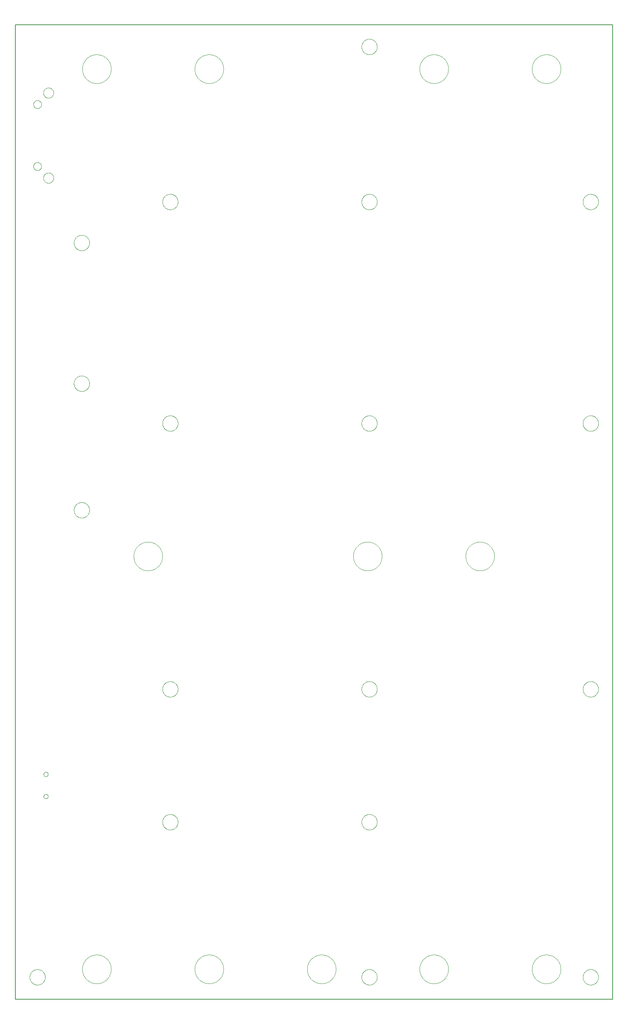
<source format=gko>
G75*
%MOIN*%
%OFA0B0*%
%FSLAX25Y25*%
%IPPOS*%
%LPD*%
%AMOC8*
5,1,8,0,0,1.08239X$1,22.5*
%
%ADD10C,0.00600*%
%ADD11C,0.00000*%
D10*
X0024228Y0007799D02*
X0024228Y0873941D01*
X0555724Y0873941D01*
X0555724Y0007799D01*
X0024228Y0007799D01*
D11*
X0037023Y0027484D02*
X0037025Y0027653D01*
X0037031Y0027822D01*
X0037042Y0027991D01*
X0037056Y0028159D01*
X0037075Y0028327D01*
X0037098Y0028495D01*
X0037124Y0028662D01*
X0037155Y0028828D01*
X0037190Y0028994D01*
X0037229Y0029158D01*
X0037273Y0029322D01*
X0037320Y0029484D01*
X0037371Y0029645D01*
X0037426Y0029805D01*
X0037485Y0029964D01*
X0037547Y0030121D01*
X0037614Y0030276D01*
X0037685Y0030430D01*
X0037759Y0030582D01*
X0037837Y0030732D01*
X0037918Y0030880D01*
X0038003Y0031026D01*
X0038092Y0031170D01*
X0038184Y0031312D01*
X0038280Y0031451D01*
X0038379Y0031588D01*
X0038481Y0031723D01*
X0038587Y0031855D01*
X0038696Y0031984D01*
X0038808Y0032111D01*
X0038923Y0032235D01*
X0039041Y0032356D01*
X0039162Y0032474D01*
X0039286Y0032589D01*
X0039413Y0032701D01*
X0039542Y0032810D01*
X0039674Y0032916D01*
X0039809Y0033018D01*
X0039946Y0033117D01*
X0040085Y0033213D01*
X0040227Y0033305D01*
X0040371Y0033394D01*
X0040517Y0033479D01*
X0040665Y0033560D01*
X0040815Y0033638D01*
X0040967Y0033712D01*
X0041121Y0033783D01*
X0041276Y0033850D01*
X0041433Y0033912D01*
X0041592Y0033971D01*
X0041752Y0034026D01*
X0041913Y0034077D01*
X0042075Y0034124D01*
X0042239Y0034168D01*
X0042403Y0034207D01*
X0042569Y0034242D01*
X0042735Y0034273D01*
X0042902Y0034299D01*
X0043070Y0034322D01*
X0043238Y0034341D01*
X0043406Y0034355D01*
X0043575Y0034366D01*
X0043744Y0034372D01*
X0043913Y0034374D01*
X0044082Y0034372D01*
X0044251Y0034366D01*
X0044420Y0034355D01*
X0044588Y0034341D01*
X0044756Y0034322D01*
X0044924Y0034299D01*
X0045091Y0034273D01*
X0045257Y0034242D01*
X0045423Y0034207D01*
X0045587Y0034168D01*
X0045751Y0034124D01*
X0045913Y0034077D01*
X0046074Y0034026D01*
X0046234Y0033971D01*
X0046393Y0033912D01*
X0046550Y0033850D01*
X0046705Y0033783D01*
X0046859Y0033712D01*
X0047011Y0033638D01*
X0047161Y0033560D01*
X0047309Y0033479D01*
X0047455Y0033394D01*
X0047599Y0033305D01*
X0047741Y0033213D01*
X0047880Y0033117D01*
X0048017Y0033018D01*
X0048152Y0032916D01*
X0048284Y0032810D01*
X0048413Y0032701D01*
X0048540Y0032589D01*
X0048664Y0032474D01*
X0048785Y0032356D01*
X0048903Y0032235D01*
X0049018Y0032111D01*
X0049130Y0031984D01*
X0049239Y0031855D01*
X0049345Y0031723D01*
X0049447Y0031588D01*
X0049546Y0031451D01*
X0049642Y0031312D01*
X0049734Y0031170D01*
X0049823Y0031026D01*
X0049908Y0030880D01*
X0049989Y0030732D01*
X0050067Y0030582D01*
X0050141Y0030430D01*
X0050212Y0030276D01*
X0050279Y0030121D01*
X0050341Y0029964D01*
X0050400Y0029805D01*
X0050455Y0029645D01*
X0050506Y0029484D01*
X0050553Y0029322D01*
X0050597Y0029158D01*
X0050636Y0028994D01*
X0050671Y0028828D01*
X0050702Y0028662D01*
X0050728Y0028495D01*
X0050751Y0028327D01*
X0050770Y0028159D01*
X0050784Y0027991D01*
X0050795Y0027822D01*
X0050801Y0027653D01*
X0050803Y0027484D01*
X0050801Y0027315D01*
X0050795Y0027146D01*
X0050784Y0026977D01*
X0050770Y0026809D01*
X0050751Y0026641D01*
X0050728Y0026473D01*
X0050702Y0026306D01*
X0050671Y0026140D01*
X0050636Y0025974D01*
X0050597Y0025810D01*
X0050553Y0025646D01*
X0050506Y0025484D01*
X0050455Y0025323D01*
X0050400Y0025163D01*
X0050341Y0025004D01*
X0050279Y0024847D01*
X0050212Y0024692D01*
X0050141Y0024538D01*
X0050067Y0024386D01*
X0049989Y0024236D01*
X0049908Y0024088D01*
X0049823Y0023942D01*
X0049734Y0023798D01*
X0049642Y0023656D01*
X0049546Y0023517D01*
X0049447Y0023380D01*
X0049345Y0023245D01*
X0049239Y0023113D01*
X0049130Y0022984D01*
X0049018Y0022857D01*
X0048903Y0022733D01*
X0048785Y0022612D01*
X0048664Y0022494D01*
X0048540Y0022379D01*
X0048413Y0022267D01*
X0048284Y0022158D01*
X0048152Y0022052D01*
X0048017Y0021950D01*
X0047880Y0021851D01*
X0047741Y0021755D01*
X0047599Y0021663D01*
X0047455Y0021574D01*
X0047309Y0021489D01*
X0047161Y0021408D01*
X0047011Y0021330D01*
X0046859Y0021256D01*
X0046705Y0021185D01*
X0046550Y0021118D01*
X0046393Y0021056D01*
X0046234Y0020997D01*
X0046074Y0020942D01*
X0045913Y0020891D01*
X0045751Y0020844D01*
X0045587Y0020800D01*
X0045423Y0020761D01*
X0045257Y0020726D01*
X0045091Y0020695D01*
X0044924Y0020669D01*
X0044756Y0020646D01*
X0044588Y0020627D01*
X0044420Y0020613D01*
X0044251Y0020602D01*
X0044082Y0020596D01*
X0043913Y0020594D01*
X0043744Y0020596D01*
X0043575Y0020602D01*
X0043406Y0020613D01*
X0043238Y0020627D01*
X0043070Y0020646D01*
X0042902Y0020669D01*
X0042735Y0020695D01*
X0042569Y0020726D01*
X0042403Y0020761D01*
X0042239Y0020800D01*
X0042075Y0020844D01*
X0041913Y0020891D01*
X0041752Y0020942D01*
X0041592Y0020997D01*
X0041433Y0021056D01*
X0041276Y0021118D01*
X0041121Y0021185D01*
X0040967Y0021256D01*
X0040815Y0021330D01*
X0040665Y0021408D01*
X0040517Y0021489D01*
X0040371Y0021574D01*
X0040227Y0021663D01*
X0040085Y0021755D01*
X0039946Y0021851D01*
X0039809Y0021950D01*
X0039674Y0022052D01*
X0039542Y0022158D01*
X0039413Y0022267D01*
X0039286Y0022379D01*
X0039162Y0022494D01*
X0039041Y0022612D01*
X0038923Y0022733D01*
X0038808Y0022857D01*
X0038696Y0022984D01*
X0038587Y0023113D01*
X0038481Y0023245D01*
X0038379Y0023380D01*
X0038280Y0023517D01*
X0038184Y0023656D01*
X0038092Y0023798D01*
X0038003Y0023942D01*
X0037918Y0024088D01*
X0037837Y0024236D01*
X0037759Y0024386D01*
X0037685Y0024538D01*
X0037614Y0024692D01*
X0037547Y0024847D01*
X0037485Y0025004D01*
X0037426Y0025163D01*
X0037371Y0025323D01*
X0037320Y0025484D01*
X0037273Y0025646D01*
X0037229Y0025810D01*
X0037190Y0025974D01*
X0037155Y0026140D01*
X0037124Y0026306D01*
X0037098Y0026473D01*
X0037075Y0026641D01*
X0037056Y0026809D01*
X0037042Y0026977D01*
X0037031Y0027146D01*
X0037025Y0027315D01*
X0037023Y0027484D01*
X0083874Y0034571D02*
X0083878Y0034885D01*
X0083889Y0035199D01*
X0083909Y0035512D01*
X0083936Y0035825D01*
X0083970Y0036137D01*
X0084012Y0036448D01*
X0084062Y0036758D01*
X0084120Y0037067D01*
X0084185Y0037374D01*
X0084257Y0037680D01*
X0084337Y0037984D01*
X0084425Y0038285D01*
X0084520Y0038585D01*
X0084622Y0038882D01*
X0084731Y0039176D01*
X0084848Y0039467D01*
X0084972Y0039756D01*
X0085102Y0040042D01*
X0085240Y0040324D01*
X0085385Y0040603D01*
X0085536Y0040878D01*
X0085694Y0041149D01*
X0085859Y0041416D01*
X0086030Y0041680D01*
X0086208Y0041938D01*
X0086392Y0042193D01*
X0086582Y0042443D01*
X0086778Y0042688D01*
X0086981Y0042928D01*
X0087189Y0043164D01*
X0087402Y0043394D01*
X0087622Y0043618D01*
X0087846Y0043838D01*
X0088076Y0044051D01*
X0088312Y0044259D01*
X0088552Y0044462D01*
X0088797Y0044658D01*
X0089047Y0044848D01*
X0089302Y0045032D01*
X0089560Y0045210D01*
X0089824Y0045381D01*
X0090091Y0045546D01*
X0090362Y0045704D01*
X0090637Y0045855D01*
X0090916Y0046000D01*
X0091198Y0046138D01*
X0091484Y0046268D01*
X0091773Y0046392D01*
X0092064Y0046509D01*
X0092358Y0046618D01*
X0092655Y0046720D01*
X0092955Y0046815D01*
X0093256Y0046903D01*
X0093560Y0046983D01*
X0093866Y0047055D01*
X0094173Y0047120D01*
X0094482Y0047178D01*
X0094792Y0047228D01*
X0095103Y0047270D01*
X0095415Y0047304D01*
X0095728Y0047331D01*
X0096041Y0047351D01*
X0096355Y0047362D01*
X0096669Y0047366D01*
X0096983Y0047362D01*
X0097297Y0047351D01*
X0097610Y0047331D01*
X0097923Y0047304D01*
X0098235Y0047270D01*
X0098546Y0047228D01*
X0098856Y0047178D01*
X0099165Y0047120D01*
X0099472Y0047055D01*
X0099778Y0046983D01*
X0100082Y0046903D01*
X0100383Y0046815D01*
X0100683Y0046720D01*
X0100980Y0046618D01*
X0101274Y0046509D01*
X0101565Y0046392D01*
X0101854Y0046268D01*
X0102140Y0046138D01*
X0102422Y0046000D01*
X0102701Y0045855D01*
X0102976Y0045704D01*
X0103247Y0045546D01*
X0103514Y0045381D01*
X0103778Y0045210D01*
X0104036Y0045032D01*
X0104291Y0044848D01*
X0104541Y0044658D01*
X0104786Y0044462D01*
X0105026Y0044259D01*
X0105262Y0044051D01*
X0105492Y0043838D01*
X0105716Y0043618D01*
X0105936Y0043394D01*
X0106149Y0043164D01*
X0106357Y0042928D01*
X0106560Y0042688D01*
X0106756Y0042443D01*
X0106946Y0042193D01*
X0107130Y0041938D01*
X0107308Y0041680D01*
X0107479Y0041416D01*
X0107644Y0041149D01*
X0107802Y0040878D01*
X0107953Y0040603D01*
X0108098Y0040324D01*
X0108236Y0040042D01*
X0108366Y0039756D01*
X0108490Y0039467D01*
X0108607Y0039176D01*
X0108716Y0038882D01*
X0108818Y0038585D01*
X0108913Y0038285D01*
X0109001Y0037984D01*
X0109081Y0037680D01*
X0109153Y0037374D01*
X0109218Y0037067D01*
X0109276Y0036758D01*
X0109326Y0036448D01*
X0109368Y0036137D01*
X0109402Y0035825D01*
X0109429Y0035512D01*
X0109449Y0035199D01*
X0109460Y0034885D01*
X0109464Y0034571D01*
X0109460Y0034257D01*
X0109449Y0033943D01*
X0109429Y0033630D01*
X0109402Y0033317D01*
X0109368Y0033005D01*
X0109326Y0032694D01*
X0109276Y0032384D01*
X0109218Y0032075D01*
X0109153Y0031768D01*
X0109081Y0031462D01*
X0109001Y0031158D01*
X0108913Y0030857D01*
X0108818Y0030557D01*
X0108716Y0030260D01*
X0108607Y0029966D01*
X0108490Y0029675D01*
X0108366Y0029386D01*
X0108236Y0029100D01*
X0108098Y0028818D01*
X0107953Y0028539D01*
X0107802Y0028264D01*
X0107644Y0027993D01*
X0107479Y0027726D01*
X0107308Y0027462D01*
X0107130Y0027204D01*
X0106946Y0026949D01*
X0106756Y0026699D01*
X0106560Y0026454D01*
X0106357Y0026214D01*
X0106149Y0025978D01*
X0105936Y0025748D01*
X0105716Y0025524D01*
X0105492Y0025304D01*
X0105262Y0025091D01*
X0105026Y0024883D01*
X0104786Y0024680D01*
X0104541Y0024484D01*
X0104291Y0024294D01*
X0104036Y0024110D01*
X0103778Y0023932D01*
X0103514Y0023761D01*
X0103247Y0023596D01*
X0102976Y0023438D01*
X0102701Y0023287D01*
X0102422Y0023142D01*
X0102140Y0023004D01*
X0101854Y0022874D01*
X0101565Y0022750D01*
X0101274Y0022633D01*
X0100980Y0022524D01*
X0100683Y0022422D01*
X0100383Y0022327D01*
X0100082Y0022239D01*
X0099778Y0022159D01*
X0099472Y0022087D01*
X0099165Y0022022D01*
X0098856Y0021964D01*
X0098546Y0021914D01*
X0098235Y0021872D01*
X0097923Y0021838D01*
X0097610Y0021811D01*
X0097297Y0021791D01*
X0096983Y0021780D01*
X0096669Y0021776D01*
X0096355Y0021780D01*
X0096041Y0021791D01*
X0095728Y0021811D01*
X0095415Y0021838D01*
X0095103Y0021872D01*
X0094792Y0021914D01*
X0094482Y0021964D01*
X0094173Y0022022D01*
X0093866Y0022087D01*
X0093560Y0022159D01*
X0093256Y0022239D01*
X0092955Y0022327D01*
X0092655Y0022422D01*
X0092358Y0022524D01*
X0092064Y0022633D01*
X0091773Y0022750D01*
X0091484Y0022874D01*
X0091198Y0023004D01*
X0090916Y0023142D01*
X0090637Y0023287D01*
X0090362Y0023438D01*
X0090091Y0023596D01*
X0089824Y0023761D01*
X0089560Y0023932D01*
X0089302Y0024110D01*
X0089047Y0024294D01*
X0088797Y0024484D01*
X0088552Y0024680D01*
X0088312Y0024883D01*
X0088076Y0025091D01*
X0087846Y0025304D01*
X0087622Y0025524D01*
X0087402Y0025748D01*
X0087189Y0025978D01*
X0086981Y0026214D01*
X0086778Y0026454D01*
X0086582Y0026699D01*
X0086392Y0026949D01*
X0086208Y0027204D01*
X0086030Y0027462D01*
X0085859Y0027726D01*
X0085694Y0027993D01*
X0085536Y0028264D01*
X0085385Y0028539D01*
X0085240Y0028818D01*
X0085102Y0029100D01*
X0084972Y0029386D01*
X0084848Y0029675D01*
X0084731Y0029966D01*
X0084622Y0030260D01*
X0084520Y0030557D01*
X0084425Y0030857D01*
X0084337Y0031158D01*
X0084257Y0031462D01*
X0084185Y0031768D01*
X0084120Y0032075D01*
X0084062Y0032384D01*
X0084012Y0032694D01*
X0083970Y0033005D01*
X0083936Y0033317D01*
X0083909Y0033630D01*
X0083889Y0033943D01*
X0083878Y0034257D01*
X0083874Y0034571D01*
X0155134Y0165280D02*
X0155136Y0165449D01*
X0155142Y0165618D01*
X0155153Y0165787D01*
X0155167Y0165955D01*
X0155186Y0166123D01*
X0155209Y0166291D01*
X0155235Y0166458D01*
X0155266Y0166624D01*
X0155301Y0166790D01*
X0155340Y0166954D01*
X0155384Y0167118D01*
X0155431Y0167280D01*
X0155482Y0167441D01*
X0155537Y0167601D01*
X0155596Y0167760D01*
X0155658Y0167917D01*
X0155725Y0168072D01*
X0155796Y0168226D01*
X0155870Y0168378D01*
X0155948Y0168528D01*
X0156029Y0168676D01*
X0156114Y0168822D01*
X0156203Y0168966D01*
X0156295Y0169108D01*
X0156391Y0169247D01*
X0156490Y0169384D01*
X0156592Y0169519D01*
X0156698Y0169651D01*
X0156807Y0169780D01*
X0156919Y0169907D01*
X0157034Y0170031D01*
X0157152Y0170152D01*
X0157273Y0170270D01*
X0157397Y0170385D01*
X0157524Y0170497D01*
X0157653Y0170606D01*
X0157785Y0170712D01*
X0157920Y0170814D01*
X0158057Y0170913D01*
X0158196Y0171009D01*
X0158338Y0171101D01*
X0158482Y0171190D01*
X0158628Y0171275D01*
X0158776Y0171356D01*
X0158926Y0171434D01*
X0159078Y0171508D01*
X0159232Y0171579D01*
X0159387Y0171646D01*
X0159544Y0171708D01*
X0159703Y0171767D01*
X0159863Y0171822D01*
X0160024Y0171873D01*
X0160186Y0171920D01*
X0160350Y0171964D01*
X0160514Y0172003D01*
X0160680Y0172038D01*
X0160846Y0172069D01*
X0161013Y0172095D01*
X0161181Y0172118D01*
X0161349Y0172137D01*
X0161517Y0172151D01*
X0161686Y0172162D01*
X0161855Y0172168D01*
X0162024Y0172170D01*
X0162193Y0172168D01*
X0162362Y0172162D01*
X0162531Y0172151D01*
X0162699Y0172137D01*
X0162867Y0172118D01*
X0163035Y0172095D01*
X0163202Y0172069D01*
X0163368Y0172038D01*
X0163534Y0172003D01*
X0163698Y0171964D01*
X0163862Y0171920D01*
X0164024Y0171873D01*
X0164185Y0171822D01*
X0164345Y0171767D01*
X0164504Y0171708D01*
X0164661Y0171646D01*
X0164816Y0171579D01*
X0164970Y0171508D01*
X0165122Y0171434D01*
X0165272Y0171356D01*
X0165420Y0171275D01*
X0165566Y0171190D01*
X0165710Y0171101D01*
X0165852Y0171009D01*
X0165991Y0170913D01*
X0166128Y0170814D01*
X0166263Y0170712D01*
X0166395Y0170606D01*
X0166524Y0170497D01*
X0166651Y0170385D01*
X0166775Y0170270D01*
X0166896Y0170152D01*
X0167014Y0170031D01*
X0167129Y0169907D01*
X0167241Y0169780D01*
X0167350Y0169651D01*
X0167456Y0169519D01*
X0167558Y0169384D01*
X0167657Y0169247D01*
X0167753Y0169108D01*
X0167845Y0168966D01*
X0167934Y0168822D01*
X0168019Y0168676D01*
X0168100Y0168528D01*
X0168178Y0168378D01*
X0168252Y0168226D01*
X0168323Y0168072D01*
X0168390Y0167917D01*
X0168452Y0167760D01*
X0168511Y0167601D01*
X0168566Y0167441D01*
X0168617Y0167280D01*
X0168664Y0167118D01*
X0168708Y0166954D01*
X0168747Y0166790D01*
X0168782Y0166624D01*
X0168813Y0166458D01*
X0168839Y0166291D01*
X0168862Y0166123D01*
X0168881Y0165955D01*
X0168895Y0165787D01*
X0168906Y0165618D01*
X0168912Y0165449D01*
X0168914Y0165280D01*
X0168912Y0165111D01*
X0168906Y0164942D01*
X0168895Y0164773D01*
X0168881Y0164605D01*
X0168862Y0164437D01*
X0168839Y0164269D01*
X0168813Y0164102D01*
X0168782Y0163936D01*
X0168747Y0163770D01*
X0168708Y0163606D01*
X0168664Y0163442D01*
X0168617Y0163280D01*
X0168566Y0163119D01*
X0168511Y0162959D01*
X0168452Y0162800D01*
X0168390Y0162643D01*
X0168323Y0162488D01*
X0168252Y0162334D01*
X0168178Y0162182D01*
X0168100Y0162032D01*
X0168019Y0161884D01*
X0167934Y0161738D01*
X0167845Y0161594D01*
X0167753Y0161452D01*
X0167657Y0161313D01*
X0167558Y0161176D01*
X0167456Y0161041D01*
X0167350Y0160909D01*
X0167241Y0160780D01*
X0167129Y0160653D01*
X0167014Y0160529D01*
X0166896Y0160408D01*
X0166775Y0160290D01*
X0166651Y0160175D01*
X0166524Y0160063D01*
X0166395Y0159954D01*
X0166263Y0159848D01*
X0166128Y0159746D01*
X0165991Y0159647D01*
X0165852Y0159551D01*
X0165710Y0159459D01*
X0165566Y0159370D01*
X0165420Y0159285D01*
X0165272Y0159204D01*
X0165122Y0159126D01*
X0164970Y0159052D01*
X0164816Y0158981D01*
X0164661Y0158914D01*
X0164504Y0158852D01*
X0164345Y0158793D01*
X0164185Y0158738D01*
X0164024Y0158687D01*
X0163862Y0158640D01*
X0163698Y0158596D01*
X0163534Y0158557D01*
X0163368Y0158522D01*
X0163202Y0158491D01*
X0163035Y0158465D01*
X0162867Y0158442D01*
X0162699Y0158423D01*
X0162531Y0158409D01*
X0162362Y0158398D01*
X0162193Y0158392D01*
X0162024Y0158390D01*
X0161855Y0158392D01*
X0161686Y0158398D01*
X0161517Y0158409D01*
X0161349Y0158423D01*
X0161181Y0158442D01*
X0161013Y0158465D01*
X0160846Y0158491D01*
X0160680Y0158522D01*
X0160514Y0158557D01*
X0160350Y0158596D01*
X0160186Y0158640D01*
X0160024Y0158687D01*
X0159863Y0158738D01*
X0159703Y0158793D01*
X0159544Y0158852D01*
X0159387Y0158914D01*
X0159232Y0158981D01*
X0159078Y0159052D01*
X0158926Y0159126D01*
X0158776Y0159204D01*
X0158628Y0159285D01*
X0158482Y0159370D01*
X0158338Y0159459D01*
X0158196Y0159551D01*
X0158057Y0159647D01*
X0157920Y0159746D01*
X0157785Y0159848D01*
X0157653Y0159954D01*
X0157524Y0160063D01*
X0157397Y0160175D01*
X0157273Y0160290D01*
X0157152Y0160408D01*
X0157034Y0160529D01*
X0156919Y0160653D01*
X0156807Y0160780D01*
X0156698Y0160909D01*
X0156592Y0161041D01*
X0156490Y0161176D01*
X0156391Y0161313D01*
X0156295Y0161452D01*
X0156203Y0161594D01*
X0156114Y0161738D01*
X0156029Y0161884D01*
X0155948Y0162032D01*
X0155870Y0162182D01*
X0155796Y0162334D01*
X0155725Y0162488D01*
X0155658Y0162643D01*
X0155596Y0162800D01*
X0155537Y0162959D01*
X0155482Y0163119D01*
X0155431Y0163280D01*
X0155384Y0163442D01*
X0155340Y0163606D01*
X0155301Y0163770D01*
X0155266Y0163936D01*
X0155235Y0164102D01*
X0155209Y0164269D01*
X0155186Y0164437D01*
X0155167Y0164605D01*
X0155153Y0164773D01*
X0155142Y0164942D01*
X0155136Y0165111D01*
X0155134Y0165280D01*
X0155134Y0283390D02*
X0155136Y0283559D01*
X0155142Y0283728D01*
X0155153Y0283897D01*
X0155167Y0284065D01*
X0155186Y0284233D01*
X0155209Y0284401D01*
X0155235Y0284568D01*
X0155266Y0284734D01*
X0155301Y0284900D01*
X0155340Y0285064D01*
X0155384Y0285228D01*
X0155431Y0285390D01*
X0155482Y0285551D01*
X0155537Y0285711D01*
X0155596Y0285870D01*
X0155658Y0286027D01*
X0155725Y0286182D01*
X0155796Y0286336D01*
X0155870Y0286488D01*
X0155948Y0286638D01*
X0156029Y0286786D01*
X0156114Y0286932D01*
X0156203Y0287076D01*
X0156295Y0287218D01*
X0156391Y0287357D01*
X0156490Y0287494D01*
X0156592Y0287629D01*
X0156698Y0287761D01*
X0156807Y0287890D01*
X0156919Y0288017D01*
X0157034Y0288141D01*
X0157152Y0288262D01*
X0157273Y0288380D01*
X0157397Y0288495D01*
X0157524Y0288607D01*
X0157653Y0288716D01*
X0157785Y0288822D01*
X0157920Y0288924D01*
X0158057Y0289023D01*
X0158196Y0289119D01*
X0158338Y0289211D01*
X0158482Y0289300D01*
X0158628Y0289385D01*
X0158776Y0289466D01*
X0158926Y0289544D01*
X0159078Y0289618D01*
X0159232Y0289689D01*
X0159387Y0289756D01*
X0159544Y0289818D01*
X0159703Y0289877D01*
X0159863Y0289932D01*
X0160024Y0289983D01*
X0160186Y0290030D01*
X0160350Y0290074D01*
X0160514Y0290113D01*
X0160680Y0290148D01*
X0160846Y0290179D01*
X0161013Y0290205D01*
X0161181Y0290228D01*
X0161349Y0290247D01*
X0161517Y0290261D01*
X0161686Y0290272D01*
X0161855Y0290278D01*
X0162024Y0290280D01*
X0162193Y0290278D01*
X0162362Y0290272D01*
X0162531Y0290261D01*
X0162699Y0290247D01*
X0162867Y0290228D01*
X0163035Y0290205D01*
X0163202Y0290179D01*
X0163368Y0290148D01*
X0163534Y0290113D01*
X0163698Y0290074D01*
X0163862Y0290030D01*
X0164024Y0289983D01*
X0164185Y0289932D01*
X0164345Y0289877D01*
X0164504Y0289818D01*
X0164661Y0289756D01*
X0164816Y0289689D01*
X0164970Y0289618D01*
X0165122Y0289544D01*
X0165272Y0289466D01*
X0165420Y0289385D01*
X0165566Y0289300D01*
X0165710Y0289211D01*
X0165852Y0289119D01*
X0165991Y0289023D01*
X0166128Y0288924D01*
X0166263Y0288822D01*
X0166395Y0288716D01*
X0166524Y0288607D01*
X0166651Y0288495D01*
X0166775Y0288380D01*
X0166896Y0288262D01*
X0167014Y0288141D01*
X0167129Y0288017D01*
X0167241Y0287890D01*
X0167350Y0287761D01*
X0167456Y0287629D01*
X0167558Y0287494D01*
X0167657Y0287357D01*
X0167753Y0287218D01*
X0167845Y0287076D01*
X0167934Y0286932D01*
X0168019Y0286786D01*
X0168100Y0286638D01*
X0168178Y0286488D01*
X0168252Y0286336D01*
X0168323Y0286182D01*
X0168390Y0286027D01*
X0168452Y0285870D01*
X0168511Y0285711D01*
X0168566Y0285551D01*
X0168617Y0285390D01*
X0168664Y0285228D01*
X0168708Y0285064D01*
X0168747Y0284900D01*
X0168782Y0284734D01*
X0168813Y0284568D01*
X0168839Y0284401D01*
X0168862Y0284233D01*
X0168881Y0284065D01*
X0168895Y0283897D01*
X0168906Y0283728D01*
X0168912Y0283559D01*
X0168914Y0283390D01*
X0168912Y0283221D01*
X0168906Y0283052D01*
X0168895Y0282883D01*
X0168881Y0282715D01*
X0168862Y0282547D01*
X0168839Y0282379D01*
X0168813Y0282212D01*
X0168782Y0282046D01*
X0168747Y0281880D01*
X0168708Y0281716D01*
X0168664Y0281552D01*
X0168617Y0281390D01*
X0168566Y0281229D01*
X0168511Y0281069D01*
X0168452Y0280910D01*
X0168390Y0280753D01*
X0168323Y0280598D01*
X0168252Y0280444D01*
X0168178Y0280292D01*
X0168100Y0280142D01*
X0168019Y0279994D01*
X0167934Y0279848D01*
X0167845Y0279704D01*
X0167753Y0279562D01*
X0167657Y0279423D01*
X0167558Y0279286D01*
X0167456Y0279151D01*
X0167350Y0279019D01*
X0167241Y0278890D01*
X0167129Y0278763D01*
X0167014Y0278639D01*
X0166896Y0278518D01*
X0166775Y0278400D01*
X0166651Y0278285D01*
X0166524Y0278173D01*
X0166395Y0278064D01*
X0166263Y0277958D01*
X0166128Y0277856D01*
X0165991Y0277757D01*
X0165852Y0277661D01*
X0165710Y0277569D01*
X0165566Y0277480D01*
X0165420Y0277395D01*
X0165272Y0277314D01*
X0165122Y0277236D01*
X0164970Y0277162D01*
X0164816Y0277091D01*
X0164661Y0277024D01*
X0164504Y0276962D01*
X0164345Y0276903D01*
X0164185Y0276848D01*
X0164024Y0276797D01*
X0163862Y0276750D01*
X0163698Y0276706D01*
X0163534Y0276667D01*
X0163368Y0276632D01*
X0163202Y0276601D01*
X0163035Y0276575D01*
X0162867Y0276552D01*
X0162699Y0276533D01*
X0162531Y0276519D01*
X0162362Y0276508D01*
X0162193Y0276502D01*
X0162024Y0276500D01*
X0161855Y0276502D01*
X0161686Y0276508D01*
X0161517Y0276519D01*
X0161349Y0276533D01*
X0161181Y0276552D01*
X0161013Y0276575D01*
X0160846Y0276601D01*
X0160680Y0276632D01*
X0160514Y0276667D01*
X0160350Y0276706D01*
X0160186Y0276750D01*
X0160024Y0276797D01*
X0159863Y0276848D01*
X0159703Y0276903D01*
X0159544Y0276962D01*
X0159387Y0277024D01*
X0159232Y0277091D01*
X0159078Y0277162D01*
X0158926Y0277236D01*
X0158776Y0277314D01*
X0158628Y0277395D01*
X0158482Y0277480D01*
X0158338Y0277569D01*
X0158196Y0277661D01*
X0158057Y0277757D01*
X0157920Y0277856D01*
X0157785Y0277958D01*
X0157653Y0278064D01*
X0157524Y0278173D01*
X0157397Y0278285D01*
X0157273Y0278400D01*
X0157152Y0278518D01*
X0157034Y0278639D01*
X0156919Y0278763D01*
X0156807Y0278890D01*
X0156698Y0279019D01*
X0156592Y0279151D01*
X0156490Y0279286D01*
X0156391Y0279423D01*
X0156295Y0279562D01*
X0156203Y0279704D01*
X0156114Y0279848D01*
X0156029Y0279994D01*
X0155948Y0280142D01*
X0155870Y0280292D01*
X0155796Y0280444D01*
X0155725Y0280598D01*
X0155658Y0280753D01*
X0155596Y0280910D01*
X0155537Y0281069D01*
X0155482Y0281229D01*
X0155431Y0281390D01*
X0155384Y0281552D01*
X0155340Y0281716D01*
X0155301Y0281880D01*
X0155266Y0282046D01*
X0155235Y0282212D01*
X0155209Y0282379D01*
X0155186Y0282547D01*
X0155167Y0282715D01*
X0155153Y0282883D01*
X0155142Y0283052D01*
X0155136Y0283221D01*
X0155134Y0283390D01*
X0129544Y0401500D02*
X0129548Y0401814D01*
X0129559Y0402128D01*
X0129579Y0402441D01*
X0129606Y0402754D01*
X0129640Y0403066D01*
X0129682Y0403377D01*
X0129732Y0403687D01*
X0129790Y0403996D01*
X0129855Y0404303D01*
X0129927Y0404609D01*
X0130007Y0404913D01*
X0130095Y0405214D01*
X0130190Y0405514D01*
X0130292Y0405811D01*
X0130401Y0406105D01*
X0130518Y0406396D01*
X0130642Y0406685D01*
X0130772Y0406971D01*
X0130910Y0407253D01*
X0131055Y0407532D01*
X0131206Y0407807D01*
X0131364Y0408078D01*
X0131529Y0408345D01*
X0131700Y0408609D01*
X0131878Y0408867D01*
X0132062Y0409122D01*
X0132252Y0409372D01*
X0132448Y0409617D01*
X0132651Y0409857D01*
X0132859Y0410093D01*
X0133072Y0410323D01*
X0133292Y0410547D01*
X0133516Y0410767D01*
X0133746Y0410980D01*
X0133982Y0411188D01*
X0134222Y0411391D01*
X0134467Y0411587D01*
X0134717Y0411777D01*
X0134972Y0411961D01*
X0135230Y0412139D01*
X0135494Y0412310D01*
X0135761Y0412475D01*
X0136032Y0412633D01*
X0136307Y0412784D01*
X0136586Y0412929D01*
X0136868Y0413067D01*
X0137154Y0413197D01*
X0137443Y0413321D01*
X0137734Y0413438D01*
X0138028Y0413547D01*
X0138325Y0413649D01*
X0138625Y0413744D01*
X0138926Y0413832D01*
X0139230Y0413912D01*
X0139536Y0413984D01*
X0139843Y0414049D01*
X0140152Y0414107D01*
X0140462Y0414157D01*
X0140773Y0414199D01*
X0141085Y0414233D01*
X0141398Y0414260D01*
X0141711Y0414280D01*
X0142025Y0414291D01*
X0142339Y0414295D01*
X0142653Y0414291D01*
X0142967Y0414280D01*
X0143280Y0414260D01*
X0143593Y0414233D01*
X0143905Y0414199D01*
X0144216Y0414157D01*
X0144526Y0414107D01*
X0144835Y0414049D01*
X0145142Y0413984D01*
X0145448Y0413912D01*
X0145752Y0413832D01*
X0146053Y0413744D01*
X0146353Y0413649D01*
X0146650Y0413547D01*
X0146944Y0413438D01*
X0147235Y0413321D01*
X0147524Y0413197D01*
X0147810Y0413067D01*
X0148092Y0412929D01*
X0148371Y0412784D01*
X0148646Y0412633D01*
X0148917Y0412475D01*
X0149184Y0412310D01*
X0149448Y0412139D01*
X0149706Y0411961D01*
X0149961Y0411777D01*
X0150211Y0411587D01*
X0150456Y0411391D01*
X0150696Y0411188D01*
X0150932Y0410980D01*
X0151162Y0410767D01*
X0151386Y0410547D01*
X0151606Y0410323D01*
X0151819Y0410093D01*
X0152027Y0409857D01*
X0152230Y0409617D01*
X0152426Y0409372D01*
X0152616Y0409122D01*
X0152800Y0408867D01*
X0152978Y0408609D01*
X0153149Y0408345D01*
X0153314Y0408078D01*
X0153472Y0407807D01*
X0153623Y0407532D01*
X0153768Y0407253D01*
X0153906Y0406971D01*
X0154036Y0406685D01*
X0154160Y0406396D01*
X0154277Y0406105D01*
X0154386Y0405811D01*
X0154488Y0405514D01*
X0154583Y0405214D01*
X0154671Y0404913D01*
X0154751Y0404609D01*
X0154823Y0404303D01*
X0154888Y0403996D01*
X0154946Y0403687D01*
X0154996Y0403377D01*
X0155038Y0403066D01*
X0155072Y0402754D01*
X0155099Y0402441D01*
X0155119Y0402128D01*
X0155130Y0401814D01*
X0155134Y0401500D01*
X0155130Y0401186D01*
X0155119Y0400872D01*
X0155099Y0400559D01*
X0155072Y0400246D01*
X0155038Y0399934D01*
X0154996Y0399623D01*
X0154946Y0399313D01*
X0154888Y0399004D01*
X0154823Y0398697D01*
X0154751Y0398391D01*
X0154671Y0398087D01*
X0154583Y0397786D01*
X0154488Y0397486D01*
X0154386Y0397189D01*
X0154277Y0396895D01*
X0154160Y0396604D01*
X0154036Y0396315D01*
X0153906Y0396029D01*
X0153768Y0395747D01*
X0153623Y0395468D01*
X0153472Y0395193D01*
X0153314Y0394922D01*
X0153149Y0394655D01*
X0152978Y0394391D01*
X0152800Y0394133D01*
X0152616Y0393878D01*
X0152426Y0393628D01*
X0152230Y0393383D01*
X0152027Y0393143D01*
X0151819Y0392907D01*
X0151606Y0392677D01*
X0151386Y0392453D01*
X0151162Y0392233D01*
X0150932Y0392020D01*
X0150696Y0391812D01*
X0150456Y0391609D01*
X0150211Y0391413D01*
X0149961Y0391223D01*
X0149706Y0391039D01*
X0149448Y0390861D01*
X0149184Y0390690D01*
X0148917Y0390525D01*
X0148646Y0390367D01*
X0148371Y0390216D01*
X0148092Y0390071D01*
X0147810Y0389933D01*
X0147524Y0389803D01*
X0147235Y0389679D01*
X0146944Y0389562D01*
X0146650Y0389453D01*
X0146353Y0389351D01*
X0146053Y0389256D01*
X0145752Y0389168D01*
X0145448Y0389088D01*
X0145142Y0389016D01*
X0144835Y0388951D01*
X0144526Y0388893D01*
X0144216Y0388843D01*
X0143905Y0388801D01*
X0143593Y0388767D01*
X0143280Y0388740D01*
X0142967Y0388720D01*
X0142653Y0388709D01*
X0142339Y0388705D01*
X0142025Y0388709D01*
X0141711Y0388720D01*
X0141398Y0388740D01*
X0141085Y0388767D01*
X0140773Y0388801D01*
X0140462Y0388843D01*
X0140152Y0388893D01*
X0139843Y0388951D01*
X0139536Y0389016D01*
X0139230Y0389088D01*
X0138926Y0389168D01*
X0138625Y0389256D01*
X0138325Y0389351D01*
X0138028Y0389453D01*
X0137734Y0389562D01*
X0137443Y0389679D01*
X0137154Y0389803D01*
X0136868Y0389933D01*
X0136586Y0390071D01*
X0136307Y0390216D01*
X0136032Y0390367D01*
X0135761Y0390525D01*
X0135494Y0390690D01*
X0135230Y0390861D01*
X0134972Y0391039D01*
X0134717Y0391223D01*
X0134467Y0391413D01*
X0134222Y0391609D01*
X0133982Y0391812D01*
X0133746Y0392020D01*
X0133516Y0392233D01*
X0133292Y0392453D01*
X0133072Y0392677D01*
X0132859Y0392907D01*
X0132651Y0393143D01*
X0132448Y0393383D01*
X0132252Y0393628D01*
X0132062Y0393878D01*
X0131878Y0394133D01*
X0131700Y0394391D01*
X0131529Y0394655D01*
X0131364Y0394922D01*
X0131206Y0395193D01*
X0131055Y0395468D01*
X0130910Y0395747D01*
X0130772Y0396029D01*
X0130642Y0396315D01*
X0130518Y0396604D01*
X0130401Y0396895D01*
X0130292Y0397189D01*
X0130190Y0397486D01*
X0130095Y0397786D01*
X0130007Y0398087D01*
X0129927Y0398391D01*
X0129855Y0398697D01*
X0129790Y0399004D01*
X0129732Y0399313D01*
X0129682Y0399623D01*
X0129640Y0399934D01*
X0129606Y0400246D01*
X0129579Y0400559D01*
X0129559Y0400872D01*
X0129548Y0401186D01*
X0129544Y0401500D01*
X0076393Y0442543D02*
X0076395Y0442712D01*
X0076401Y0442881D01*
X0076412Y0443050D01*
X0076426Y0443218D01*
X0076445Y0443386D01*
X0076468Y0443554D01*
X0076494Y0443721D01*
X0076525Y0443887D01*
X0076560Y0444053D01*
X0076599Y0444217D01*
X0076643Y0444381D01*
X0076690Y0444543D01*
X0076741Y0444704D01*
X0076796Y0444864D01*
X0076855Y0445023D01*
X0076917Y0445180D01*
X0076984Y0445335D01*
X0077055Y0445489D01*
X0077129Y0445641D01*
X0077207Y0445791D01*
X0077288Y0445939D01*
X0077373Y0446085D01*
X0077462Y0446229D01*
X0077554Y0446371D01*
X0077650Y0446510D01*
X0077749Y0446647D01*
X0077851Y0446782D01*
X0077957Y0446914D01*
X0078066Y0447043D01*
X0078178Y0447170D01*
X0078293Y0447294D01*
X0078411Y0447415D01*
X0078532Y0447533D01*
X0078656Y0447648D01*
X0078783Y0447760D01*
X0078912Y0447869D01*
X0079044Y0447975D01*
X0079179Y0448077D01*
X0079316Y0448176D01*
X0079455Y0448272D01*
X0079597Y0448364D01*
X0079741Y0448453D01*
X0079887Y0448538D01*
X0080035Y0448619D01*
X0080185Y0448697D01*
X0080337Y0448771D01*
X0080491Y0448842D01*
X0080646Y0448909D01*
X0080803Y0448971D01*
X0080962Y0449030D01*
X0081122Y0449085D01*
X0081283Y0449136D01*
X0081445Y0449183D01*
X0081609Y0449227D01*
X0081773Y0449266D01*
X0081939Y0449301D01*
X0082105Y0449332D01*
X0082272Y0449358D01*
X0082440Y0449381D01*
X0082608Y0449400D01*
X0082776Y0449414D01*
X0082945Y0449425D01*
X0083114Y0449431D01*
X0083283Y0449433D01*
X0083452Y0449431D01*
X0083621Y0449425D01*
X0083790Y0449414D01*
X0083958Y0449400D01*
X0084126Y0449381D01*
X0084294Y0449358D01*
X0084461Y0449332D01*
X0084627Y0449301D01*
X0084793Y0449266D01*
X0084957Y0449227D01*
X0085121Y0449183D01*
X0085283Y0449136D01*
X0085444Y0449085D01*
X0085604Y0449030D01*
X0085763Y0448971D01*
X0085920Y0448909D01*
X0086075Y0448842D01*
X0086229Y0448771D01*
X0086381Y0448697D01*
X0086531Y0448619D01*
X0086679Y0448538D01*
X0086825Y0448453D01*
X0086969Y0448364D01*
X0087111Y0448272D01*
X0087250Y0448176D01*
X0087387Y0448077D01*
X0087522Y0447975D01*
X0087654Y0447869D01*
X0087783Y0447760D01*
X0087910Y0447648D01*
X0088034Y0447533D01*
X0088155Y0447415D01*
X0088273Y0447294D01*
X0088388Y0447170D01*
X0088500Y0447043D01*
X0088609Y0446914D01*
X0088715Y0446782D01*
X0088817Y0446647D01*
X0088916Y0446510D01*
X0089012Y0446371D01*
X0089104Y0446229D01*
X0089193Y0446085D01*
X0089278Y0445939D01*
X0089359Y0445791D01*
X0089437Y0445641D01*
X0089511Y0445489D01*
X0089582Y0445335D01*
X0089649Y0445180D01*
X0089711Y0445023D01*
X0089770Y0444864D01*
X0089825Y0444704D01*
X0089876Y0444543D01*
X0089923Y0444381D01*
X0089967Y0444217D01*
X0090006Y0444053D01*
X0090041Y0443887D01*
X0090072Y0443721D01*
X0090098Y0443554D01*
X0090121Y0443386D01*
X0090140Y0443218D01*
X0090154Y0443050D01*
X0090165Y0442881D01*
X0090171Y0442712D01*
X0090173Y0442543D01*
X0090171Y0442374D01*
X0090165Y0442205D01*
X0090154Y0442036D01*
X0090140Y0441868D01*
X0090121Y0441700D01*
X0090098Y0441532D01*
X0090072Y0441365D01*
X0090041Y0441199D01*
X0090006Y0441033D01*
X0089967Y0440869D01*
X0089923Y0440705D01*
X0089876Y0440543D01*
X0089825Y0440382D01*
X0089770Y0440222D01*
X0089711Y0440063D01*
X0089649Y0439906D01*
X0089582Y0439751D01*
X0089511Y0439597D01*
X0089437Y0439445D01*
X0089359Y0439295D01*
X0089278Y0439147D01*
X0089193Y0439001D01*
X0089104Y0438857D01*
X0089012Y0438715D01*
X0088916Y0438576D01*
X0088817Y0438439D01*
X0088715Y0438304D01*
X0088609Y0438172D01*
X0088500Y0438043D01*
X0088388Y0437916D01*
X0088273Y0437792D01*
X0088155Y0437671D01*
X0088034Y0437553D01*
X0087910Y0437438D01*
X0087783Y0437326D01*
X0087654Y0437217D01*
X0087522Y0437111D01*
X0087387Y0437009D01*
X0087250Y0436910D01*
X0087111Y0436814D01*
X0086969Y0436722D01*
X0086825Y0436633D01*
X0086679Y0436548D01*
X0086531Y0436467D01*
X0086381Y0436389D01*
X0086229Y0436315D01*
X0086075Y0436244D01*
X0085920Y0436177D01*
X0085763Y0436115D01*
X0085604Y0436056D01*
X0085444Y0436001D01*
X0085283Y0435950D01*
X0085121Y0435903D01*
X0084957Y0435859D01*
X0084793Y0435820D01*
X0084627Y0435785D01*
X0084461Y0435754D01*
X0084294Y0435728D01*
X0084126Y0435705D01*
X0083958Y0435686D01*
X0083790Y0435672D01*
X0083621Y0435661D01*
X0083452Y0435655D01*
X0083283Y0435653D01*
X0083114Y0435655D01*
X0082945Y0435661D01*
X0082776Y0435672D01*
X0082608Y0435686D01*
X0082440Y0435705D01*
X0082272Y0435728D01*
X0082105Y0435754D01*
X0081939Y0435785D01*
X0081773Y0435820D01*
X0081609Y0435859D01*
X0081445Y0435903D01*
X0081283Y0435950D01*
X0081122Y0436001D01*
X0080962Y0436056D01*
X0080803Y0436115D01*
X0080646Y0436177D01*
X0080491Y0436244D01*
X0080337Y0436315D01*
X0080185Y0436389D01*
X0080035Y0436467D01*
X0079887Y0436548D01*
X0079741Y0436633D01*
X0079597Y0436722D01*
X0079455Y0436814D01*
X0079316Y0436910D01*
X0079179Y0437009D01*
X0079044Y0437111D01*
X0078912Y0437217D01*
X0078783Y0437326D01*
X0078656Y0437438D01*
X0078532Y0437553D01*
X0078411Y0437671D01*
X0078293Y0437792D01*
X0078178Y0437916D01*
X0078066Y0438043D01*
X0077957Y0438172D01*
X0077851Y0438304D01*
X0077749Y0438439D01*
X0077650Y0438576D01*
X0077554Y0438715D01*
X0077462Y0438857D01*
X0077373Y0439001D01*
X0077288Y0439147D01*
X0077207Y0439295D01*
X0077129Y0439445D01*
X0077055Y0439597D01*
X0076984Y0439751D01*
X0076917Y0439906D01*
X0076855Y0440063D01*
X0076796Y0440222D01*
X0076741Y0440382D01*
X0076690Y0440543D01*
X0076643Y0440705D01*
X0076599Y0440869D01*
X0076560Y0441033D01*
X0076525Y0441199D01*
X0076494Y0441365D01*
X0076468Y0441532D01*
X0076445Y0441700D01*
X0076426Y0441868D01*
X0076412Y0442036D01*
X0076401Y0442205D01*
X0076395Y0442374D01*
X0076393Y0442543D01*
X0076393Y0555043D02*
X0076395Y0555212D01*
X0076401Y0555381D01*
X0076412Y0555550D01*
X0076426Y0555718D01*
X0076445Y0555886D01*
X0076468Y0556054D01*
X0076494Y0556221D01*
X0076525Y0556387D01*
X0076560Y0556553D01*
X0076599Y0556717D01*
X0076643Y0556881D01*
X0076690Y0557043D01*
X0076741Y0557204D01*
X0076796Y0557364D01*
X0076855Y0557523D01*
X0076917Y0557680D01*
X0076984Y0557835D01*
X0077055Y0557989D01*
X0077129Y0558141D01*
X0077207Y0558291D01*
X0077288Y0558439D01*
X0077373Y0558585D01*
X0077462Y0558729D01*
X0077554Y0558871D01*
X0077650Y0559010D01*
X0077749Y0559147D01*
X0077851Y0559282D01*
X0077957Y0559414D01*
X0078066Y0559543D01*
X0078178Y0559670D01*
X0078293Y0559794D01*
X0078411Y0559915D01*
X0078532Y0560033D01*
X0078656Y0560148D01*
X0078783Y0560260D01*
X0078912Y0560369D01*
X0079044Y0560475D01*
X0079179Y0560577D01*
X0079316Y0560676D01*
X0079455Y0560772D01*
X0079597Y0560864D01*
X0079741Y0560953D01*
X0079887Y0561038D01*
X0080035Y0561119D01*
X0080185Y0561197D01*
X0080337Y0561271D01*
X0080491Y0561342D01*
X0080646Y0561409D01*
X0080803Y0561471D01*
X0080962Y0561530D01*
X0081122Y0561585D01*
X0081283Y0561636D01*
X0081445Y0561683D01*
X0081609Y0561727D01*
X0081773Y0561766D01*
X0081939Y0561801D01*
X0082105Y0561832D01*
X0082272Y0561858D01*
X0082440Y0561881D01*
X0082608Y0561900D01*
X0082776Y0561914D01*
X0082945Y0561925D01*
X0083114Y0561931D01*
X0083283Y0561933D01*
X0083452Y0561931D01*
X0083621Y0561925D01*
X0083790Y0561914D01*
X0083958Y0561900D01*
X0084126Y0561881D01*
X0084294Y0561858D01*
X0084461Y0561832D01*
X0084627Y0561801D01*
X0084793Y0561766D01*
X0084957Y0561727D01*
X0085121Y0561683D01*
X0085283Y0561636D01*
X0085444Y0561585D01*
X0085604Y0561530D01*
X0085763Y0561471D01*
X0085920Y0561409D01*
X0086075Y0561342D01*
X0086229Y0561271D01*
X0086381Y0561197D01*
X0086531Y0561119D01*
X0086679Y0561038D01*
X0086825Y0560953D01*
X0086969Y0560864D01*
X0087111Y0560772D01*
X0087250Y0560676D01*
X0087387Y0560577D01*
X0087522Y0560475D01*
X0087654Y0560369D01*
X0087783Y0560260D01*
X0087910Y0560148D01*
X0088034Y0560033D01*
X0088155Y0559915D01*
X0088273Y0559794D01*
X0088388Y0559670D01*
X0088500Y0559543D01*
X0088609Y0559414D01*
X0088715Y0559282D01*
X0088817Y0559147D01*
X0088916Y0559010D01*
X0089012Y0558871D01*
X0089104Y0558729D01*
X0089193Y0558585D01*
X0089278Y0558439D01*
X0089359Y0558291D01*
X0089437Y0558141D01*
X0089511Y0557989D01*
X0089582Y0557835D01*
X0089649Y0557680D01*
X0089711Y0557523D01*
X0089770Y0557364D01*
X0089825Y0557204D01*
X0089876Y0557043D01*
X0089923Y0556881D01*
X0089967Y0556717D01*
X0090006Y0556553D01*
X0090041Y0556387D01*
X0090072Y0556221D01*
X0090098Y0556054D01*
X0090121Y0555886D01*
X0090140Y0555718D01*
X0090154Y0555550D01*
X0090165Y0555381D01*
X0090171Y0555212D01*
X0090173Y0555043D01*
X0090171Y0554874D01*
X0090165Y0554705D01*
X0090154Y0554536D01*
X0090140Y0554368D01*
X0090121Y0554200D01*
X0090098Y0554032D01*
X0090072Y0553865D01*
X0090041Y0553699D01*
X0090006Y0553533D01*
X0089967Y0553369D01*
X0089923Y0553205D01*
X0089876Y0553043D01*
X0089825Y0552882D01*
X0089770Y0552722D01*
X0089711Y0552563D01*
X0089649Y0552406D01*
X0089582Y0552251D01*
X0089511Y0552097D01*
X0089437Y0551945D01*
X0089359Y0551795D01*
X0089278Y0551647D01*
X0089193Y0551501D01*
X0089104Y0551357D01*
X0089012Y0551215D01*
X0088916Y0551076D01*
X0088817Y0550939D01*
X0088715Y0550804D01*
X0088609Y0550672D01*
X0088500Y0550543D01*
X0088388Y0550416D01*
X0088273Y0550292D01*
X0088155Y0550171D01*
X0088034Y0550053D01*
X0087910Y0549938D01*
X0087783Y0549826D01*
X0087654Y0549717D01*
X0087522Y0549611D01*
X0087387Y0549509D01*
X0087250Y0549410D01*
X0087111Y0549314D01*
X0086969Y0549222D01*
X0086825Y0549133D01*
X0086679Y0549048D01*
X0086531Y0548967D01*
X0086381Y0548889D01*
X0086229Y0548815D01*
X0086075Y0548744D01*
X0085920Y0548677D01*
X0085763Y0548615D01*
X0085604Y0548556D01*
X0085444Y0548501D01*
X0085283Y0548450D01*
X0085121Y0548403D01*
X0084957Y0548359D01*
X0084793Y0548320D01*
X0084627Y0548285D01*
X0084461Y0548254D01*
X0084294Y0548228D01*
X0084126Y0548205D01*
X0083958Y0548186D01*
X0083790Y0548172D01*
X0083621Y0548161D01*
X0083452Y0548155D01*
X0083283Y0548153D01*
X0083114Y0548155D01*
X0082945Y0548161D01*
X0082776Y0548172D01*
X0082608Y0548186D01*
X0082440Y0548205D01*
X0082272Y0548228D01*
X0082105Y0548254D01*
X0081939Y0548285D01*
X0081773Y0548320D01*
X0081609Y0548359D01*
X0081445Y0548403D01*
X0081283Y0548450D01*
X0081122Y0548501D01*
X0080962Y0548556D01*
X0080803Y0548615D01*
X0080646Y0548677D01*
X0080491Y0548744D01*
X0080337Y0548815D01*
X0080185Y0548889D01*
X0080035Y0548967D01*
X0079887Y0549048D01*
X0079741Y0549133D01*
X0079597Y0549222D01*
X0079455Y0549314D01*
X0079316Y0549410D01*
X0079179Y0549509D01*
X0079044Y0549611D01*
X0078912Y0549717D01*
X0078783Y0549826D01*
X0078656Y0549938D01*
X0078532Y0550053D01*
X0078411Y0550171D01*
X0078293Y0550292D01*
X0078178Y0550416D01*
X0078066Y0550543D01*
X0077957Y0550672D01*
X0077851Y0550804D01*
X0077749Y0550939D01*
X0077650Y0551076D01*
X0077554Y0551215D01*
X0077462Y0551357D01*
X0077373Y0551501D01*
X0077288Y0551647D01*
X0077207Y0551795D01*
X0077129Y0551945D01*
X0077055Y0552097D01*
X0076984Y0552251D01*
X0076917Y0552406D01*
X0076855Y0552563D01*
X0076796Y0552722D01*
X0076741Y0552882D01*
X0076690Y0553043D01*
X0076643Y0553205D01*
X0076599Y0553369D01*
X0076560Y0553533D01*
X0076525Y0553699D01*
X0076494Y0553865D01*
X0076468Y0554032D01*
X0076445Y0554200D01*
X0076426Y0554368D01*
X0076412Y0554536D01*
X0076401Y0554705D01*
X0076395Y0554874D01*
X0076393Y0555043D01*
X0076393Y0680043D02*
X0076395Y0680212D01*
X0076401Y0680381D01*
X0076412Y0680550D01*
X0076426Y0680718D01*
X0076445Y0680886D01*
X0076468Y0681054D01*
X0076494Y0681221D01*
X0076525Y0681387D01*
X0076560Y0681553D01*
X0076599Y0681717D01*
X0076643Y0681881D01*
X0076690Y0682043D01*
X0076741Y0682204D01*
X0076796Y0682364D01*
X0076855Y0682523D01*
X0076917Y0682680D01*
X0076984Y0682835D01*
X0077055Y0682989D01*
X0077129Y0683141D01*
X0077207Y0683291D01*
X0077288Y0683439D01*
X0077373Y0683585D01*
X0077462Y0683729D01*
X0077554Y0683871D01*
X0077650Y0684010D01*
X0077749Y0684147D01*
X0077851Y0684282D01*
X0077957Y0684414D01*
X0078066Y0684543D01*
X0078178Y0684670D01*
X0078293Y0684794D01*
X0078411Y0684915D01*
X0078532Y0685033D01*
X0078656Y0685148D01*
X0078783Y0685260D01*
X0078912Y0685369D01*
X0079044Y0685475D01*
X0079179Y0685577D01*
X0079316Y0685676D01*
X0079455Y0685772D01*
X0079597Y0685864D01*
X0079741Y0685953D01*
X0079887Y0686038D01*
X0080035Y0686119D01*
X0080185Y0686197D01*
X0080337Y0686271D01*
X0080491Y0686342D01*
X0080646Y0686409D01*
X0080803Y0686471D01*
X0080962Y0686530D01*
X0081122Y0686585D01*
X0081283Y0686636D01*
X0081445Y0686683D01*
X0081609Y0686727D01*
X0081773Y0686766D01*
X0081939Y0686801D01*
X0082105Y0686832D01*
X0082272Y0686858D01*
X0082440Y0686881D01*
X0082608Y0686900D01*
X0082776Y0686914D01*
X0082945Y0686925D01*
X0083114Y0686931D01*
X0083283Y0686933D01*
X0083452Y0686931D01*
X0083621Y0686925D01*
X0083790Y0686914D01*
X0083958Y0686900D01*
X0084126Y0686881D01*
X0084294Y0686858D01*
X0084461Y0686832D01*
X0084627Y0686801D01*
X0084793Y0686766D01*
X0084957Y0686727D01*
X0085121Y0686683D01*
X0085283Y0686636D01*
X0085444Y0686585D01*
X0085604Y0686530D01*
X0085763Y0686471D01*
X0085920Y0686409D01*
X0086075Y0686342D01*
X0086229Y0686271D01*
X0086381Y0686197D01*
X0086531Y0686119D01*
X0086679Y0686038D01*
X0086825Y0685953D01*
X0086969Y0685864D01*
X0087111Y0685772D01*
X0087250Y0685676D01*
X0087387Y0685577D01*
X0087522Y0685475D01*
X0087654Y0685369D01*
X0087783Y0685260D01*
X0087910Y0685148D01*
X0088034Y0685033D01*
X0088155Y0684915D01*
X0088273Y0684794D01*
X0088388Y0684670D01*
X0088500Y0684543D01*
X0088609Y0684414D01*
X0088715Y0684282D01*
X0088817Y0684147D01*
X0088916Y0684010D01*
X0089012Y0683871D01*
X0089104Y0683729D01*
X0089193Y0683585D01*
X0089278Y0683439D01*
X0089359Y0683291D01*
X0089437Y0683141D01*
X0089511Y0682989D01*
X0089582Y0682835D01*
X0089649Y0682680D01*
X0089711Y0682523D01*
X0089770Y0682364D01*
X0089825Y0682204D01*
X0089876Y0682043D01*
X0089923Y0681881D01*
X0089967Y0681717D01*
X0090006Y0681553D01*
X0090041Y0681387D01*
X0090072Y0681221D01*
X0090098Y0681054D01*
X0090121Y0680886D01*
X0090140Y0680718D01*
X0090154Y0680550D01*
X0090165Y0680381D01*
X0090171Y0680212D01*
X0090173Y0680043D01*
X0090171Y0679874D01*
X0090165Y0679705D01*
X0090154Y0679536D01*
X0090140Y0679368D01*
X0090121Y0679200D01*
X0090098Y0679032D01*
X0090072Y0678865D01*
X0090041Y0678699D01*
X0090006Y0678533D01*
X0089967Y0678369D01*
X0089923Y0678205D01*
X0089876Y0678043D01*
X0089825Y0677882D01*
X0089770Y0677722D01*
X0089711Y0677563D01*
X0089649Y0677406D01*
X0089582Y0677251D01*
X0089511Y0677097D01*
X0089437Y0676945D01*
X0089359Y0676795D01*
X0089278Y0676647D01*
X0089193Y0676501D01*
X0089104Y0676357D01*
X0089012Y0676215D01*
X0088916Y0676076D01*
X0088817Y0675939D01*
X0088715Y0675804D01*
X0088609Y0675672D01*
X0088500Y0675543D01*
X0088388Y0675416D01*
X0088273Y0675292D01*
X0088155Y0675171D01*
X0088034Y0675053D01*
X0087910Y0674938D01*
X0087783Y0674826D01*
X0087654Y0674717D01*
X0087522Y0674611D01*
X0087387Y0674509D01*
X0087250Y0674410D01*
X0087111Y0674314D01*
X0086969Y0674222D01*
X0086825Y0674133D01*
X0086679Y0674048D01*
X0086531Y0673967D01*
X0086381Y0673889D01*
X0086229Y0673815D01*
X0086075Y0673744D01*
X0085920Y0673677D01*
X0085763Y0673615D01*
X0085604Y0673556D01*
X0085444Y0673501D01*
X0085283Y0673450D01*
X0085121Y0673403D01*
X0084957Y0673359D01*
X0084793Y0673320D01*
X0084627Y0673285D01*
X0084461Y0673254D01*
X0084294Y0673228D01*
X0084126Y0673205D01*
X0083958Y0673186D01*
X0083790Y0673172D01*
X0083621Y0673161D01*
X0083452Y0673155D01*
X0083283Y0673153D01*
X0083114Y0673155D01*
X0082945Y0673161D01*
X0082776Y0673172D01*
X0082608Y0673186D01*
X0082440Y0673205D01*
X0082272Y0673228D01*
X0082105Y0673254D01*
X0081939Y0673285D01*
X0081773Y0673320D01*
X0081609Y0673359D01*
X0081445Y0673403D01*
X0081283Y0673450D01*
X0081122Y0673501D01*
X0080962Y0673556D01*
X0080803Y0673615D01*
X0080646Y0673677D01*
X0080491Y0673744D01*
X0080337Y0673815D01*
X0080185Y0673889D01*
X0080035Y0673967D01*
X0079887Y0674048D01*
X0079741Y0674133D01*
X0079597Y0674222D01*
X0079455Y0674314D01*
X0079316Y0674410D01*
X0079179Y0674509D01*
X0079044Y0674611D01*
X0078912Y0674717D01*
X0078783Y0674826D01*
X0078656Y0674938D01*
X0078532Y0675053D01*
X0078411Y0675171D01*
X0078293Y0675292D01*
X0078178Y0675416D01*
X0078066Y0675543D01*
X0077957Y0675672D01*
X0077851Y0675804D01*
X0077749Y0675939D01*
X0077650Y0676076D01*
X0077554Y0676215D01*
X0077462Y0676357D01*
X0077373Y0676501D01*
X0077288Y0676647D01*
X0077207Y0676795D01*
X0077129Y0676945D01*
X0077055Y0677097D01*
X0076984Y0677251D01*
X0076917Y0677406D01*
X0076855Y0677563D01*
X0076796Y0677722D01*
X0076741Y0677882D01*
X0076690Y0678043D01*
X0076643Y0678205D01*
X0076599Y0678369D01*
X0076560Y0678533D01*
X0076525Y0678699D01*
X0076494Y0678865D01*
X0076468Y0679032D01*
X0076445Y0679200D01*
X0076426Y0679368D01*
X0076412Y0679536D01*
X0076401Y0679705D01*
X0076395Y0679874D01*
X0076393Y0680043D01*
X0049228Y0737720D02*
X0049230Y0737854D01*
X0049236Y0737988D01*
X0049246Y0738122D01*
X0049260Y0738256D01*
X0049278Y0738389D01*
X0049299Y0738521D01*
X0049325Y0738653D01*
X0049355Y0738784D01*
X0049388Y0738914D01*
X0049425Y0739042D01*
X0049467Y0739170D01*
X0049511Y0739297D01*
X0049560Y0739422D01*
X0049612Y0739545D01*
X0049668Y0739667D01*
X0049728Y0739788D01*
X0049791Y0739906D01*
X0049857Y0740023D01*
X0049927Y0740137D01*
X0050000Y0740250D01*
X0050077Y0740360D01*
X0050157Y0740468D01*
X0050240Y0740573D01*
X0050326Y0740676D01*
X0050415Y0740776D01*
X0050507Y0740874D01*
X0050602Y0740969D01*
X0050700Y0741061D01*
X0050800Y0741150D01*
X0050903Y0741236D01*
X0051008Y0741319D01*
X0051116Y0741399D01*
X0051226Y0741476D01*
X0051339Y0741549D01*
X0051453Y0741619D01*
X0051570Y0741685D01*
X0051688Y0741748D01*
X0051809Y0741808D01*
X0051931Y0741864D01*
X0052054Y0741916D01*
X0052179Y0741965D01*
X0052306Y0742009D01*
X0052434Y0742051D01*
X0052562Y0742088D01*
X0052692Y0742121D01*
X0052823Y0742151D01*
X0052955Y0742177D01*
X0053087Y0742198D01*
X0053220Y0742216D01*
X0053354Y0742230D01*
X0053488Y0742240D01*
X0053622Y0742246D01*
X0053756Y0742248D01*
X0053890Y0742246D01*
X0054024Y0742240D01*
X0054158Y0742230D01*
X0054292Y0742216D01*
X0054425Y0742198D01*
X0054557Y0742177D01*
X0054689Y0742151D01*
X0054820Y0742121D01*
X0054950Y0742088D01*
X0055078Y0742051D01*
X0055206Y0742009D01*
X0055333Y0741965D01*
X0055458Y0741916D01*
X0055581Y0741864D01*
X0055703Y0741808D01*
X0055824Y0741748D01*
X0055942Y0741685D01*
X0056059Y0741619D01*
X0056173Y0741549D01*
X0056286Y0741476D01*
X0056396Y0741399D01*
X0056504Y0741319D01*
X0056609Y0741236D01*
X0056712Y0741150D01*
X0056812Y0741061D01*
X0056910Y0740969D01*
X0057005Y0740874D01*
X0057097Y0740776D01*
X0057186Y0740676D01*
X0057272Y0740573D01*
X0057355Y0740468D01*
X0057435Y0740360D01*
X0057512Y0740250D01*
X0057585Y0740137D01*
X0057655Y0740023D01*
X0057721Y0739906D01*
X0057784Y0739788D01*
X0057844Y0739667D01*
X0057900Y0739545D01*
X0057952Y0739422D01*
X0058001Y0739297D01*
X0058045Y0739170D01*
X0058087Y0739042D01*
X0058124Y0738914D01*
X0058157Y0738784D01*
X0058187Y0738653D01*
X0058213Y0738521D01*
X0058234Y0738389D01*
X0058252Y0738256D01*
X0058266Y0738122D01*
X0058276Y0737988D01*
X0058282Y0737854D01*
X0058284Y0737720D01*
X0058282Y0737586D01*
X0058276Y0737452D01*
X0058266Y0737318D01*
X0058252Y0737184D01*
X0058234Y0737051D01*
X0058213Y0736919D01*
X0058187Y0736787D01*
X0058157Y0736656D01*
X0058124Y0736526D01*
X0058087Y0736398D01*
X0058045Y0736270D01*
X0058001Y0736143D01*
X0057952Y0736018D01*
X0057900Y0735895D01*
X0057844Y0735773D01*
X0057784Y0735652D01*
X0057721Y0735534D01*
X0057655Y0735417D01*
X0057585Y0735303D01*
X0057512Y0735190D01*
X0057435Y0735080D01*
X0057355Y0734972D01*
X0057272Y0734867D01*
X0057186Y0734764D01*
X0057097Y0734664D01*
X0057005Y0734566D01*
X0056910Y0734471D01*
X0056812Y0734379D01*
X0056712Y0734290D01*
X0056609Y0734204D01*
X0056504Y0734121D01*
X0056396Y0734041D01*
X0056286Y0733964D01*
X0056173Y0733891D01*
X0056059Y0733821D01*
X0055942Y0733755D01*
X0055824Y0733692D01*
X0055703Y0733632D01*
X0055581Y0733576D01*
X0055458Y0733524D01*
X0055333Y0733475D01*
X0055206Y0733431D01*
X0055078Y0733389D01*
X0054950Y0733352D01*
X0054820Y0733319D01*
X0054689Y0733289D01*
X0054557Y0733263D01*
X0054425Y0733242D01*
X0054292Y0733224D01*
X0054158Y0733210D01*
X0054024Y0733200D01*
X0053890Y0733194D01*
X0053756Y0733192D01*
X0053622Y0733194D01*
X0053488Y0733200D01*
X0053354Y0733210D01*
X0053220Y0733224D01*
X0053087Y0733242D01*
X0052955Y0733263D01*
X0052823Y0733289D01*
X0052692Y0733319D01*
X0052562Y0733352D01*
X0052434Y0733389D01*
X0052306Y0733431D01*
X0052179Y0733475D01*
X0052054Y0733524D01*
X0051931Y0733576D01*
X0051809Y0733632D01*
X0051688Y0733692D01*
X0051570Y0733755D01*
X0051453Y0733821D01*
X0051339Y0733891D01*
X0051226Y0733964D01*
X0051116Y0734041D01*
X0051008Y0734121D01*
X0050903Y0734204D01*
X0050800Y0734290D01*
X0050700Y0734379D01*
X0050602Y0734471D01*
X0050507Y0734566D01*
X0050415Y0734664D01*
X0050326Y0734764D01*
X0050240Y0734867D01*
X0050157Y0734972D01*
X0050077Y0735080D01*
X0050000Y0735190D01*
X0049927Y0735303D01*
X0049857Y0735417D01*
X0049791Y0735534D01*
X0049728Y0735652D01*
X0049668Y0735773D01*
X0049612Y0735895D01*
X0049560Y0736018D01*
X0049511Y0736143D01*
X0049467Y0736270D01*
X0049425Y0736398D01*
X0049388Y0736526D01*
X0049355Y0736656D01*
X0049325Y0736787D01*
X0049299Y0736919D01*
X0049278Y0737051D01*
X0049260Y0737184D01*
X0049246Y0737318D01*
X0049236Y0737452D01*
X0049230Y0737586D01*
X0049228Y0737720D01*
X0040370Y0747957D02*
X0040372Y0748075D01*
X0040378Y0748194D01*
X0040388Y0748312D01*
X0040402Y0748429D01*
X0040419Y0748546D01*
X0040441Y0748663D01*
X0040467Y0748778D01*
X0040496Y0748893D01*
X0040529Y0749007D01*
X0040566Y0749119D01*
X0040607Y0749230D01*
X0040651Y0749340D01*
X0040699Y0749448D01*
X0040751Y0749555D01*
X0040806Y0749660D01*
X0040865Y0749763D01*
X0040927Y0749863D01*
X0040992Y0749962D01*
X0041061Y0750059D01*
X0041132Y0750153D01*
X0041207Y0750244D01*
X0041285Y0750334D01*
X0041366Y0750420D01*
X0041450Y0750504D01*
X0041536Y0750585D01*
X0041626Y0750663D01*
X0041717Y0750738D01*
X0041811Y0750809D01*
X0041908Y0750878D01*
X0042007Y0750943D01*
X0042107Y0751005D01*
X0042210Y0751064D01*
X0042315Y0751119D01*
X0042422Y0751171D01*
X0042530Y0751219D01*
X0042640Y0751263D01*
X0042751Y0751304D01*
X0042863Y0751341D01*
X0042977Y0751374D01*
X0043092Y0751403D01*
X0043207Y0751429D01*
X0043324Y0751451D01*
X0043441Y0751468D01*
X0043558Y0751482D01*
X0043676Y0751492D01*
X0043795Y0751498D01*
X0043913Y0751500D01*
X0044031Y0751498D01*
X0044150Y0751492D01*
X0044268Y0751482D01*
X0044385Y0751468D01*
X0044502Y0751451D01*
X0044619Y0751429D01*
X0044734Y0751403D01*
X0044849Y0751374D01*
X0044963Y0751341D01*
X0045075Y0751304D01*
X0045186Y0751263D01*
X0045296Y0751219D01*
X0045404Y0751171D01*
X0045511Y0751119D01*
X0045616Y0751064D01*
X0045719Y0751005D01*
X0045819Y0750943D01*
X0045918Y0750878D01*
X0046015Y0750809D01*
X0046109Y0750738D01*
X0046200Y0750663D01*
X0046290Y0750585D01*
X0046376Y0750504D01*
X0046460Y0750420D01*
X0046541Y0750334D01*
X0046619Y0750244D01*
X0046694Y0750153D01*
X0046765Y0750059D01*
X0046834Y0749962D01*
X0046899Y0749863D01*
X0046961Y0749763D01*
X0047020Y0749660D01*
X0047075Y0749555D01*
X0047127Y0749448D01*
X0047175Y0749340D01*
X0047219Y0749230D01*
X0047260Y0749119D01*
X0047297Y0749007D01*
X0047330Y0748893D01*
X0047359Y0748778D01*
X0047385Y0748663D01*
X0047407Y0748546D01*
X0047424Y0748429D01*
X0047438Y0748312D01*
X0047448Y0748194D01*
X0047454Y0748075D01*
X0047456Y0747957D01*
X0047454Y0747839D01*
X0047448Y0747720D01*
X0047438Y0747602D01*
X0047424Y0747485D01*
X0047407Y0747368D01*
X0047385Y0747251D01*
X0047359Y0747136D01*
X0047330Y0747021D01*
X0047297Y0746907D01*
X0047260Y0746795D01*
X0047219Y0746684D01*
X0047175Y0746574D01*
X0047127Y0746466D01*
X0047075Y0746359D01*
X0047020Y0746254D01*
X0046961Y0746151D01*
X0046899Y0746051D01*
X0046834Y0745952D01*
X0046765Y0745855D01*
X0046694Y0745761D01*
X0046619Y0745670D01*
X0046541Y0745580D01*
X0046460Y0745494D01*
X0046376Y0745410D01*
X0046290Y0745329D01*
X0046200Y0745251D01*
X0046109Y0745176D01*
X0046015Y0745105D01*
X0045918Y0745036D01*
X0045819Y0744971D01*
X0045719Y0744909D01*
X0045616Y0744850D01*
X0045511Y0744795D01*
X0045404Y0744743D01*
X0045296Y0744695D01*
X0045186Y0744651D01*
X0045075Y0744610D01*
X0044963Y0744573D01*
X0044849Y0744540D01*
X0044734Y0744511D01*
X0044619Y0744485D01*
X0044502Y0744463D01*
X0044385Y0744446D01*
X0044268Y0744432D01*
X0044150Y0744422D01*
X0044031Y0744416D01*
X0043913Y0744414D01*
X0043795Y0744416D01*
X0043676Y0744422D01*
X0043558Y0744432D01*
X0043441Y0744446D01*
X0043324Y0744463D01*
X0043207Y0744485D01*
X0043092Y0744511D01*
X0042977Y0744540D01*
X0042863Y0744573D01*
X0042751Y0744610D01*
X0042640Y0744651D01*
X0042530Y0744695D01*
X0042422Y0744743D01*
X0042315Y0744795D01*
X0042210Y0744850D01*
X0042107Y0744909D01*
X0042007Y0744971D01*
X0041908Y0745036D01*
X0041811Y0745105D01*
X0041717Y0745176D01*
X0041626Y0745251D01*
X0041536Y0745329D01*
X0041450Y0745410D01*
X0041366Y0745494D01*
X0041285Y0745580D01*
X0041207Y0745670D01*
X0041132Y0745761D01*
X0041061Y0745855D01*
X0040992Y0745952D01*
X0040927Y0746051D01*
X0040865Y0746151D01*
X0040806Y0746254D01*
X0040751Y0746359D01*
X0040699Y0746466D01*
X0040651Y0746574D01*
X0040607Y0746684D01*
X0040566Y0746795D01*
X0040529Y0746907D01*
X0040496Y0747021D01*
X0040467Y0747136D01*
X0040441Y0747251D01*
X0040419Y0747368D01*
X0040402Y0747485D01*
X0040388Y0747602D01*
X0040378Y0747720D01*
X0040372Y0747839D01*
X0040370Y0747957D01*
X0040370Y0803075D02*
X0040372Y0803193D01*
X0040378Y0803312D01*
X0040388Y0803430D01*
X0040402Y0803547D01*
X0040419Y0803664D01*
X0040441Y0803781D01*
X0040467Y0803896D01*
X0040496Y0804011D01*
X0040529Y0804125D01*
X0040566Y0804237D01*
X0040607Y0804348D01*
X0040651Y0804458D01*
X0040699Y0804566D01*
X0040751Y0804673D01*
X0040806Y0804778D01*
X0040865Y0804881D01*
X0040927Y0804981D01*
X0040992Y0805080D01*
X0041061Y0805177D01*
X0041132Y0805271D01*
X0041207Y0805362D01*
X0041285Y0805452D01*
X0041366Y0805538D01*
X0041450Y0805622D01*
X0041536Y0805703D01*
X0041626Y0805781D01*
X0041717Y0805856D01*
X0041811Y0805927D01*
X0041908Y0805996D01*
X0042007Y0806061D01*
X0042107Y0806123D01*
X0042210Y0806182D01*
X0042315Y0806237D01*
X0042422Y0806289D01*
X0042530Y0806337D01*
X0042640Y0806381D01*
X0042751Y0806422D01*
X0042863Y0806459D01*
X0042977Y0806492D01*
X0043092Y0806521D01*
X0043207Y0806547D01*
X0043324Y0806569D01*
X0043441Y0806586D01*
X0043558Y0806600D01*
X0043676Y0806610D01*
X0043795Y0806616D01*
X0043913Y0806618D01*
X0044031Y0806616D01*
X0044150Y0806610D01*
X0044268Y0806600D01*
X0044385Y0806586D01*
X0044502Y0806569D01*
X0044619Y0806547D01*
X0044734Y0806521D01*
X0044849Y0806492D01*
X0044963Y0806459D01*
X0045075Y0806422D01*
X0045186Y0806381D01*
X0045296Y0806337D01*
X0045404Y0806289D01*
X0045511Y0806237D01*
X0045616Y0806182D01*
X0045719Y0806123D01*
X0045819Y0806061D01*
X0045918Y0805996D01*
X0046015Y0805927D01*
X0046109Y0805856D01*
X0046200Y0805781D01*
X0046290Y0805703D01*
X0046376Y0805622D01*
X0046460Y0805538D01*
X0046541Y0805452D01*
X0046619Y0805362D01*
X0046694Y0805271D01*
X0046765Y0805177D01*
X0046834Y0805080D01*
X0046899Y0804981D01*
X0046961Y0804881D01*
X0047020Y0804778D01*
X0047075Y0804673D01*
X0047127Y0804566D01*
X0047175Y0804458D01*
X0047219Y0804348D01*
X0047260Y0804237D01*
X0047297Y0804125D01*
X0047330Y0804011D01*
X0047359Y0803896D01*
X0047385Y0803781D01*
X0047407Y0803664D01*
X0047424Y0803547D01*
X0047438Y0803430D01*
X0047448Y0803312D01*
X0047454Y0803193D01*
X0047456Y0803075D01*
X0047454Y0802957D01*
X0047448Y0802838D01*
X0047438Y0802720D01*
X0047424Y0802603D01*
X0047407Y0802486D01*
X0047385Y0802369D01*
X0047359Y0802254D01*
X0047330Y0802139D01*
X0047297Y0802025D01*
X0047260Y0801913D01*
X0047219Y0801802D01*
X0047175Y0801692D01*
X0047127Y0801584D01*
X0047075Y0801477D01*
X0047020Y0801372D01*
X0046961Y0801269D01*
X0046899Y0801169D01*
X0046834Y0801070D01*
X0046765Y0800973D01*
X0046694Y0800879D01*
X0046619Y0800788D01*
X0046541Y0800698D01*
X0046460Y0800612D01*
X0046376Y0800528D01*
X0046290Y0800447D01*
X0046200Y0800369D01*
X0046109Y0800294D01*
X0046015Y0800223D01*
X0045918Y0800154D01*
X0045819Y0800089D01*
X0045719Y0800027D01*
X0045616Y0799968D01*
X0045511Y0799913D01*
X0045404Y0799861D01*
X0045296Y0799813D01*
X0045186Y0799769D01*
X0045075Y0799728D01*
X0044963Y0799691D01*
X0044849Y0799658D01*
X0044734Y0799629D01*
X0044619Y0799603D01*
X0044502Y0799581D01*
X0044385Y0799564D01*
X0044268Y0799550D01*
X0044150Y0799540D01*
X0044031Y0799534D01*
X0043913Y0799532D01*
X0043795Y0799534D01*
X0043676Y0799540D01*
X0043558Y0799550D01*
X0043441Y0799564D01*
X0043324Y0799581D01*
X0043207Y0799603D01*
X0043092Y0799629D01*
X0042977Y0799658D01*
X0042863Y0799691D01*
X0042751Y0799728D01*
X0042640Y0799769D01*
X0042530Y0799813D01*
X0042422Y0799861D01*
X0042315Y0799913D01*
X0042210Y0799968D01*
X0042107Y0800027D01*
X0042007Y0800089D01*
X0041908Y0800154D01*
X0041811Y0800223D01*
X0041717Y0800294D01*
X0041626Y0800369D01*
X0041536Y0800447D01*
X0041450Y0800528D01*
X0041366Y0800612D01*
X0041285Y0800698D01*
X0041207Y0800788D01*
X0041132Y0800879D01*
X0041061Y0800973D01*
X0040992Y0801070D01*
X0040927Y0801169D01*
X0040865Y0801269D01*
X0040806Y0801372D01*
X0040751Y0801477D01*
X0040699Y0801584D01*
X0040651Y0801692D01*
X0040607Y0801802D01*
X0040566Y0801913D01*
X0040529Y0802025D01*
X0040496Y0802139D01*
X0040467Y0802254D01*
X0040441Y0802369D01*
X0040419Y0802486D01*
X0040402Y0802603D01*
X0040388Y0802720D01*
X0040378Y0802838D01*
X0040372Y0802957D01*
X0040370Y0803075D01*
X0049228Y0813311D02*
X0049230Y0813445D01*
X0049236Y0813579D01*
X0049246Y0813713D01*
X0049260Y0813847D01*
X0049278Y0813980D01*
X0049299Y0814112D01*
X0049325Y0814244D01*
X0049355Y0814375D01*
X0049388Y0814505D01*
X0049425Y0814633D01*
X0049467Y0814761D01*
X0049511Y0814888D01*
X0049560Y0815013D01*
X0049612Y0815136D01*
X0049668Y0815258D01*
X0049728Y0815379D01*
X0049791Y0815497D01*
X0049857Y0815614D01*
X0049927Y0815728D01*
X0050000Y0815841D01*
X0050077Y0815951D01*
X0050157Y0816059D01*
X0050240Y0816164D01*
X0050326Y0816267D01*
X0050415Y0816367D01*
X0050507Y0816465D01*
X0050602Y0816560D01*
X0050700Y0816652D01*
X0050800Y0816741D01*
X0050903Y0816827D01*
X0051008Y0816910D01*
X0051116Y0816990D01*
X0051226Y0817067D01*
X0051339Y0817140D01*
X0051453Y0817210D01*
X0051570Y0817276D01*
X0051688Y0817339D01*
X0051809Y0817399D01*
X0051931Y0817455D01*
X0052054Y0817507D01*
X0052179Y0817556D01*
X0052306Y0817600D01*
X0052434Y0817642D01*
X0052562Y0817679D01*
X0052692Y0817712D01*
X0052823Y0817742D01*
X0052955Y0817768D01*
X0053087Y0817789D01*
X0053220Y0817807D01*
X0053354Y0817821D01*
X0053488Y0817831D01*
X0053622Y0817837D01*
X0053756Y0817839D01*
X0053890Y0817837D01*
X0054024Y0817831D01*
X0054158Y0817821D01*
X0054292Y0817807D01*
X0054425Y0817789D01*
X0054557Y0817768D01*
X0054689Y0817742D01*
X0054820Y0817712D01*
X0054950Y0817679D01*
X0055078Y0817642D01*
X0055206Y0817600D01*
X0055333Y0817556D01*
X0055458Y0817507D01*
X0055581Y0817455D01*
X0055703Y0817399D01*
X0055824Y0817339D01*
X0055942Y0817276D01*
X0056059Y0817210D01*
X0056173Y0817140D01*
X0056286Y0817067D01*
X0056396Y0816990D01*
X0056504Y0816910D01*
X0056609Y0816827D01*
X0056712Y0816741D01*
X0056812Y0816652D01*
X0056910Y0816560D01*
X0057005Y0816465D01*
X0057097Y0816367D01*
X0057186Y0816267D01*
X0057272Y0816164D01*
X0057355Y0816059D01*
X0057435Y0815951D01*
X0057512Y0815841D01*
X0057585Y0815728D01*
X0057655Y0815614D01*
X0057721Y0815497D01*
X0057784Y0815379D01*
X0057844Y0815258D01*
X0057900Y0815136D01*
X0057952Y0815013D01*
X0058001Y0814888D01*
X0058045Y0814761D01*
X0058087Y0814633D01*
X0058124Y0814505D01*
X0058157Y0814375D01*
X0058187Y0814244D01*
X0058213Y0814112D01*
X0058234Y0813980D01*
X0058252Y0813847D01*
X0058266Y0813713D01*
X0058276Y0813579D01*
X0058282Y0813445D01*
X0058284Y0813311D01*
X0058282Y0813177D01*
X0058276Y0813043D01*
X0058266Y0812909D01*
X0058252Y0812775D01*
X0058234Y0812642D01*
X0058213Y0812510D01*
X0058187Y0812378D01*
X0058157Y0812247D01*
X0058124Y0812117D01*
X0058087Y0811989D01*
X0058045Y0811861D01*
X0058001Y0811734D01*
X0057952Y0811609D01*
X0057900Y0811486D01*
X0057844Y0811364D01*
X0057784Y0811243D01*
X0057721Y0811125D01*
X0057655Y0811008D01*
X0057585Y0810894D01*
X0057512Y0810781D01*
X0057435Y0810671D01*
X0057355Y0810563D01*
X0057272Y0810458D01*
X0057186Y0810355D01*
X0057097Y0810255D01*
X0057005Y0810157D01*
X0056910Y0810062D01*
X0056812Y0809970D01*
X0056712Y0809881D01*
X0056609Y0809795D01*
X0056504Y0809712D01*
X0056396Y0809632D01*
X0056286Y0809555D01*
X0056173Y0809482D01*
X0056059Y0809412D01*
X0055942Y0809346D01*
X0055824Y0809283D01*
X0055703Y0809223D01*
X0055581Y0809167D01*
X0055458Y0809115D01*
X0055333Y0809066D01*
X0055206Y0809022D01*
X0055078Y0808980D01*
X0054950Y0808943D01*
X0054820Y0808910D01*
X0054689Y0808880D01*
X0054557Y0808854D01*
X0054425Y0808833D01*
X0054292Y0808815D01*
X0054158Y0808801D01*
X0054024Y0808791D01*
X0053890Y0808785D01*
X0053756Y0808783D01*
X0053622Y0808785D01*
X0053488Y0808791D01*
X0053354Y0808801D01*
X0053220Y0808815D01*
X0053087Y0808833D01*
X0052955Y0808854D01*
X0052823Y0808880D01*
X0052692Y0808910D01*
X0052562Y0808943D01*
X0052434Y0808980D01*
X0052306Y0809022D01*
X0052179Y0809066D01*
X0052054Y0809115D01*
X0051931Y0809167D01*
X0051809Y0809223D01*
X0051688Y0809283D01*
X0051570Y0809346D01*
X0051453Y0809412D01*
X0051339Y0809482D01*
X0051226Y0809555D01*
X0051116Y0809632D01*
X0051008Y0809712D01*
X0050903Y0809795D01*
X0050800Y0809881D01*
X0050700Y0809970D01*
X0050602Y0810062D01*
X0050507Y0810157D01*
X0050415Y0810255D01*
X0050326Y0810355D01*
X0050240Y0810458D01*
X0050157Y0810563D01*
X0050077Y0810671D01*
X0050000Y0810781D01*
X0049927Y0810894D01*
X0049857Y0811008D01*
X0049791Y0811125D01*
X0049728Y0811243D01*
X0049668Y0811364D01*
X0049612Y0811486D01*
X0049560Y0811609D01*
X0049511Y0811734D01*
X0049467Y0811861D01*
X0049425Y0811989D01*
X0049388Y0812117D01*
X0049355Y0812247D01*
X0049325Y0812378D01*
X0049299Y0812510D01*
X0049278Y0812642D01*
X0049260Y0812775D01*
X0049246Y0812909D01*
X0049236Y0813043D01*
X0049230Y0813177D01*
X0049228Y0813311D01*
X0083874Y0834571D02*
X0083878Y0834885D01*
X0083889Y0835199D01*
X0083909Y0835512D01*
X0083936Y0835825D01*
X0083970Y0836137D01*
X0084012Y0836448D01*
X0084062Y0836758D01*
X0084120Y0837067D01*
X0084185Y0837374D01*
X0084257Y0837680D01*
X0084337Y0837984D01*
X0084425Y0838285D01*
X0084520Y0838585D01*
X0084622Y0838882D01*
X0084731Y0839176D01*
X0084848Y0839467D01*
X0084972Y0839756D01*
X0085102Y0840042D01*
X0085240Y0840324D01*
X0085385Y0840603D01*
X0085536Y0840878D01*
X0085694Y0841149D01*
X0085859Y0841416D01*
X0086030Y0841680D01*
X0086208Y0841938D01*
X0086392Y0842193D01*
X0086582Y0842443D01*
X0086778Y0842688D01*
X0086981Y0842928D01*
X0087189Y0843164D01*
X0087402Y0843394D01*
X0087622Y0843618D01*
X0087846Y0843838D01*
X0088076Y0844051D01*
X0088312Y0844259D01*
X0088552Y0844462D01*
X0088797Y0844658D01*
X0089047Y0844848D01*
X0089302Y0845032D01*
X0089560Y0845210D01*
X0089824Y0845381D01*
X0090091Y0845546D01*
X0090362Y0845704D01*
X0090637Y0845855D01*
X0090916Y0846000D01*
X0091198Y0846138D01*
X0091484Y0846268D01*
X0091773Y0846392D01*
X0092064Y0846509D01*
X0092358Y0846618D01*
X0092655Y0846720D01*
X0092955Y0846815D01*
X0093256Y0846903D01*
X0093560Y0846983D01*
X0093866Y0847055D01*
X0094173Y0847120D01*
X0094482Y0847178D01*
X0094792Y0847228D01*
X0095103Y0847270D01*
X0095415Y0847304D01*
X0095728Y0847331D01*
X0096041Y0847351D01*
X0096355Y0847362D01*
X0096669Y0847366D01*
X0096983Y0847362D01*
X0097297Y0847351D01*
X0097610Y0847331D01*
X0097923Y0847304D01*
X0098235Y0847270D01*
X0098546Y0847228D01*
X0098856Y0847178D01*
X0099165Y0847120D01*
X0099472Y0847055D01*
X0099778Y0846983D01*
X0100082Y0846903D01*
X0100383Y0846815D01*
X0100683Y0846720D01*
X0100980Y0846618D01*
X0101274Y0846509D01*
X0101565Y0846392D01*
X0101854Y0846268D01*
X0102140Y0846138D01*
X0102422Y0846000D01*
X0102701Y0845855D01*
X0102976Y0845704D01*
X0103247Y0845546D01*
X0103514Y0845381D01*
X0103778Y0845210D01*
X0104036Y0845032D01*
X0104291Y0844848D01*
X0104541Y0844658D01*
X0104786Y0844462D01*
X0105026Y0844259D01*
X0105262Y0844051D01*
X0105492Y0843838D01*
X0105716Y0843618D01*
X0105936Y0843394D01*
X0106149Y0843164D01*
X0106357Y0842928D01*
X0106560Y0842688D01*
X0106756Y0842443D01*
X0106946Y0842193D01*
X0107130Y0841938D01*
X0107308Y0841680D01*
X0107479Y0841416D01*
X0107644Y0841149D01*
X0107802Y0840878D01*
X0107953Y0840603D01*
X0108098Y0840324D01*
X0108236Y0840042D01*
X0108366Y0839756D01*
X0108490Y0839467D01*
X0108607Y0839176D01*
X0108716Y0838882D01*
X0108818Y0838585D01*
X0108913Y0838285D01*
X0109001Y0837984D01*
X0109081Y0837680D01*
X0109153Y0837374D01*
X0109218Y0837067D01*
X0109276Y0836758D01*
X0109326Y0836448D01*
X0109368Y0836137D01*
X0109402Y0835825D01*
X0109429Y0835512D01*
X0109449Y0835199D01*
X0109460Y0834885D01*
X0109464Y0834571D01*
X0109460Y0834257D01*
X0109449Y0833943D01*
X0109429Y0833630D01*
X0109402Y0833317D01*
X0109368Y0833005D01*
X0109326Y0832694D01*
X0109276Y0832384D01*
X0109218Y0832075D01*
X0109153Y0831768D01*
X0109081Y0831462D01*
X0109001Y0831158D01*
X0108913Y0830857D01*
X0108818Y0830557D01*
X0108716Y0830260D01*
X0108607Y0829966D01*
X0108490Y0829675D01*
X0108366Y0829386D01*
X0108236Y0829100D01*
X0108098Y0828818D01*
X0107953Y0828539D01*
X0107802Y0828264D01*
X0107644Y0827993D01*
X0107479Y0827726D01*
X0107308Y0827462D01*
X0107130Y0827204D01*
X0106946Y0826949D01*
X0106756Y0826699D01*
X0106560Y0826454D01*
X0106357Y0826214D01*
X0106149Y0825978D01*
X0105936Y0825748D01*
X0105716Y0825524D01*
X0105492Y0825304D01*
X0105262Y0825091D01*
X0105026Y0824883D01*
X0104786Y0824680D01*
X0104541Y0824484D01*
X0104291Y0824294D01*
X0104036Y0824110D01*
X0103778Y0823932D01*
X0103514Y0823761D01*
X0103247Y0823596D01*
X0102976Y0823438D01*
X0102701Y0823287D01*
X0102422Y0823142D01*
X0102140Y0823004D01*
X0101854Y0822874D01*
X0101565Y0822750D01*
X0101274Y0822633D01*
X0100980Y0822524D01*
X0100683Y0822422D01*
X0100383Y0822327D01*
X0100082Y0822239D01*
X0099778Y0822159D01*
X0099472Y0822087D01*
X0099165Y0822022D01*
X0098856Y0821964D01*
X0098546Y0821914D01*
X0098235Y0821872D01*
X0097923Y0821838D01*
X0097610Y0821811D01*
X0097297Y0821791D01*
X0096983Y0821780D01*
X0096669Y0821776D01*
X0096355Y0821780D01*
X0096041Y0821791D01*
X0095728Y0821811D01*
X0095415Y0821838D01*
X0095103Y0821872D01*
X0094792Y0821914D01*
X0094482Y0821964D01*
X0094173Y0822022D01*
X0093866Y0822087D01*
X0093560Y0822159D01*
X0093256Y0822239D01*
X0092955Y0822327D01*
X0092655Y0822422D01*
X0092358Y0822524D01*
X0092064Y0822633D01*
X0091773Y0822750D01*
X0091484Y0822874D01*
X0091198Y0823004D01*
X0090916Y0823142D01*
X0090637Y0823287D01*
X0090362Y0823438D01*
X0090091Y0823596D01*
X0089824Y0823761D01*
X0089560Y0823932D01*
X0089302Y0824110D01*
X0089047Y0824294D01*
X0088797Y0824484D01*
X0088552Y0824680D01*
X0088312Y0824883D01*
X0088076Y0825091D01*
X0087846Y0825304D01*
X0087622Y0825524D01*
X0087402Y0825748D01*
X0087189Y0825978D01*
X0086981Y0826214D01*
X0086778Y0826454D01*
X0086582Y0826699D01*
X0086392Y0826949D01*
X0086208Y0827204D01*
X0086030Y0827462D01*
X0085859Y0827726D01*
X0085694Y0827993D01*
X0085536Y0828264D01*
X0085385Y0828539D01*
X0085240Y0828818D01*
X0085102Y0829100D01*
X0084972Y0829386D01*
X0084848Y0829675D01*
X0084731Y0829966D01*
X0084622Y0830260D01*
X0084520Y0830557D01*
X0084425Y0830857D01*
X0084337Y0831158D01*
X0084257Y0831462D01*
X0084185Y0831768D01*
X0084120Y0832075D01*
X0084062Y0832384D01*
X0084012Y0832694D01*
X0083970Y0833005D01*
X0083936Y0833317D01*
X0083909Y0833630D01*
X0083889Y0833943D01*
X0083878Y0834257D01*
X0083874Y0834571D01*
X0155134Y0716461D02*
X0155136Y0716630D01*
X0155142Y0716799D01*
X0155153Y0716968D01*
X0155167Y0717136D01*
X0155186Y0717304D01*
X0155209Y0717472D01*
X0155235Y0717639D01*
X0155266Y0717805D01*
X0155301Y0717971D01*
X0155340Y0718135D01*
X0155384Y0718299D01*
X0155431Y0718461D01*
X0155482Y0718622D01*
X0155537Y0718782D01*
X0155596Y0718941D01*
X0155658Y0719098D01*
X0155725Y0719253D01*
X0155796Y0719407D01*
X0155870Y0719559D01*
X0155948Y0719709D01*
X0156029Y0719857D01*
X0156114Y0720003D01*
X0156203Y0720147D01*
X0156295Y0720289D01*
X0156391Y0720428D01*
X0156490Y0720565D01*
X0156592Y0720700D01*
X0156698Y0720832D01*
X0156807Y0720961D01*
X0156919Y0721088D01*
X0157034Y0721212D01*
X0157152Y0721333D01*
X0157273Y0721451D01*
X0157397Y0721566D01*
X0157524Y0721678D01*
X0157653Y0721787D01*
X0157785Y0721893D01*
X0157920Y0721995D01*
X0158057Y0722094D01*
X0158196Y0722190D01*
X0158338Y0722282D01*
X0158482Y0722371D01*
X0158628Y0722456D01*
X0158776Y0722537D01*
X0158926Y0722615D01*
X0159078Y0722689D01*
X0159232Y0722760D01*
X0159387Y0722827D01*
X0159544Y0722889D01*
X0159703Y0722948D01*
X0159863Y0723003D01*
X0160024Y0723054D01*
X0160186Y0723101D01*
X0160350Y0723145D01*
X0160514Y0723184D01*
X0160680Y0723219D01*
X0160846Y0723250D01*
X0161013Y0723276D01*
X0161181Y0723299D01*
X0161349Y0723318D01*
X0161517Y0723332D01*
X0161686Y0723343D01*
X0161855Y0723349D01*
X0162024Y0723351D01*
X0162193Y0723349D01*
X0162362Y0723343D01*
X0162531Y0723332D01*
X0162699Y0723318D01*
X0162867Y0723299D01*
X0163035Y0723276D01*
X0163202Y0723250D01*
X0163368Y0723219D01*
X0163534Y0723184D01*
X0163698Y0723145D01*
X0163862Y0723101D01*
X0164024Y0723054D01*
X0164185Y0723003D01*
X0164345Y0722948D01*
X0164504Y0722889D01*
X0164661Y0722827D01*
X0164816Y0722760D01*
X0164970Y0722689D01*
X0165122Y0722615D01*
X0165272Y0722537D01*
X0165420Y0722456D01*
X0165566Y0722371D01*
X0165710Y0722282D01*
X0165852Y0722190D01*
X0165991Y0722094D01*
X0166128Y0721995D01*
X0166263Y0721893D01*
X0166395Y0721787D01*
X0166524Y0721678D01*
X0166651Y0721566D01*
X0166775Y0721451D01*
X0166896Y0721333D01*
X0167014Y0721212D01*
X0167129Y0721088D01*
X0167241Y0720961D01*
X0167350Y0720832D01*
X0167456Y0720700D01*
X0167558Y0720565D01*
X0167657Y0720428D01*
X0167753Y0720289D01*
X0167845Y0720147D01*
X0167934Y0720003D01*
X0168019Y0719857D01*
X0168100Y0719709D01*
X0168178Y0719559D01*
X0168252Y0719407D01*
X0168323Y0719253D01*
X0168390Y0719098D01*
X0168452Y0718941D01*
X0168511Y0718782D01*
X0168566Y0718622D01*
X0168617Y0718461D01*
X0168664Y0718299D01*
X0168708Y0718135D01*
X0168747Y0717971D01*
X0168782Y0717805D01*
X0168813Y0717639D01*
X0168839Y0717472D01*
X0168862Y0717304D01*
X0168881Y0717136D01*
X0168895Y0716968D01*
X0168906Y0716799D01*
X0168912Y0716630D01*
X0168914Y0716461D01*
X0168912Y0716292D01*
X0168906Y0716123D01*
X0168895Y0715954D01*
X0168881Y0715786D01*
X0168862Y0715618D01*
X0168839Y0715450D01*
X0168813Y0715283D01*
X0168782Y0715117D01*
X0168747Y0714951D01*
X0168708Y0714787D01*
X0168664Y0714623D01*
X0168617Y0714461D01*
X0168566Y0714300D01*
X0168511Y0714140D01*
X0168452Y0713981D01*
X0168390Y0713824D01*
X0168323Y0713669D01*
X0168252Y0713515D01*
X0168178Y0713363D01*
X0168100Y0713213D01*
X0168019Y0713065D01*
X0167934Y0712919D01*
X0167845Y0712775D01*
X0167753Y0712633D01*
X0167657Y0712494D01*
X0167558Y0712357D01*
X0167456Y0712222D01*
X0167350Y0712090D01*
X0167241Y0711961D01*
X0167129Y0711834D01*
X0167014Y0711710D01*
X0166896Y0711589D01*
X0166775Y0711471D01*
X0166651Y0711356D01*
X0166524Y0711244D01*
X0166395Y0711135D01*
X0166263Y0711029D01*
X0166128Y0710927D01*
X0165991Y0710828D01*
X0165852Y0710732D01*
X0165710Y0710640D01*
X0165566Y0710551D01*
X0165420Y0710466D01*
X0165272Y0710385D01*
X0165122Y0710307D01*
X0164970Y0710233D01*
X0164816Y0710162D01*
X0164661Y0710095D01*
X0164504Y0710033D01*
X0164345Y0709974D01*
X0164185Y0709919D01*
X0164024Y0709868D01*
X0163862Y0709821D01*
X0163698Y0709777D01*
X0163534Y0709738D01*
X0163368Y0709703D01*
X0163202Y0709672D01*
X0163035Y0709646D01*
X0162867Y0709623D01*
X0162699Y0709604D01*
X0162531Y0709590D01*
X0162362Y0709579D01*
X0162193Y0709573D01*
X0162024Y0709571D01*
X0161855Y0709573D01*
X0161686Y0709579D01*
X0161517Y0709590D01*
X0161349Y0709604D01*
X0161181Y0709623D01*
X0161013Y0709646D01*
X0160846Y0709672D01*
X0160680Y0709703D01*
X0160514Y0709738D01*
X0160350Y0709777D01*
X0160186Y0709821D01*
X0160024Y0709868D01*
X0159863Y0709919D01*
X0159703Y0709974D01*
X0159544Y0710033D01*
X0159387Y0710095D01*
X0159232Y0710162D01*
X0159078Y0710233D01*
X0158926Y0710307D01*
X0158776Y0710385D01*
X0158628Y0710466D01*
X0158482Y0710551D01*
X0158338Y0710640D01*
X0158196Y0710732D01*
X0158057Y0710828D01*
X0157920Y0710927D01*
X0157785Y0711029D01*
X0157653Y0711135D01*
X0157524Y0711244D01*
X0157397Y0711356D01*
X0157273Y0711471D01*
X0157152Y0711589D01*
X0157034Y0711710D01*
X0156919Y0711834D01*
X0156807Y0711961D01*
X0156698Y0712090D01*
X0156592Y0712222D01*
X0156490Y0712357D01*
X0156391Y0712494D01*
X0156295Y0712633D01*
X0156203Y0712775D01*
X0156114Y0712919D01*
X0156029Y0713065D01*
X0155948Y0713213D01*
X0155870Y0713363D01*
X0155796Y0713515D01*
X0155725Y0713669D01*
X0155658Y0713824D01*
X0155596Y0713981D01*
X0155537Y0714140D01*
X0155482Y0714300D01*
X0155431Y0714461D01*
X0155384Y0714623D01*
X0155340Y0714787D01*
X0155301Y0714951D01*
X0155266Y0715117D01*
X0155235Y0715283D01*
X0155209Y0715450D01*
X0155186Y0715618D01*
X0155167Y0715786D01*
X0155153Y0715954D01*
X0155142Y0716123D01*
X0155136Y0716292D01*
X0155134Y0716461D01*
X0183874Y0834571D02*
X0183878Y0834885D01*
X0183889Y0835199D01*
X0183909Y0835512D01*
X0183936Y0835825D01*
X0183970Y0836137D01*
X0184012Y0836448D01*
X0184062Y0836758D01*
X0184120Y0837067D01*
X0184185Y0837374D01*
X0184257Y0837680D01*
X0184337Y0837984D01*
X0184425Y0838285D01*
X0184520Y0838585D01*
X0184622Y0838882D01*
X0184731Y0839176D01*
X0184848Y0839467D01*
X0184972Y0839756D01*
X0185102Y0840042D01*
X0185240Y0840324D01*
X0185385Y0840603D01*
X0185536Y0840878D01*
X0185694Y0841149D01*
X0185859Y0841416D01*
X0186030Y0841680D01*
X0186208Y0841938D01*
X0186392Y0842193D01*
X0186582Y0842443D01*
X0186778Y0842688D01*
X0186981Y0842928D01*
X0187189Y0843164D01*
X0187402Y0843394D01*
X0187622Y0843618D01*
X0187846Y0843838D01*
X0188076Y0844051D01*
X0188312Y0844259D01*
X0188552Y0844462D01*
X0188797Y0844658D01*
X0189047Y0844848D01*
X0189302Y0845032D01*
X0189560Y0845210D01*
X0189824Y0845381D01*
X0190091Y0845546D01*
X0190362Y0845704D01*
X0190637Y0845855D01*
X0190916Y0846000D01*
X0191198Y0846138D01*
X0191484Y0846268D01*
X0191773Y0846392D01*
X0192064Y0846509D01*
X0192358Y0846618D01*
X0192655Y0846720D01*
X0192955Y0846815D01*
X0193256Y0846903D01*
X0193560Y0846983D01*
X0193866Y0847055D01*
X0194173Y0847120D01*
X0194482Y0847178D01*
X0194792Y0847228D01*
X0195103Y0847270D01*
X0195415Y0847304D01*
X0195728Y0847331D01*
X0196041Y0847351D01*
X0196355Y0847362D01*
X0196669Y0847366D01*
X0196983Y0847362D01*
X0197297Y0847351D01*
X0197610Y0847331D01*
X0197923Y0847304D01*
X0198235Y0847270D01*
X0198546Y0847228D01*
X0198856Y0847178D01*
X0199165Y0847120D01*
X0199472Y0847055D01*
X0199778Y0846983D01*
X0200082Y0846903D01*
X0200383Y0846815D01*
X0200683Y0846720D01*
X0200980Y0846618D01*
X0201274Y0846509D01*
X0201565Y0846392D01*
X0201854Y0846268D01*
X0202140Y0846138D01*
X0202422Y0846000D01*
X0202701Y0845855D01*
X0202976Y0845704D01*
X0203247Y0845546D01*
X0203514Y0845381D01*
X0203778Y0845210D01*
X0204036Y0845032D01*
X0204291Y0844848D01*
X0204541Y0844658D01*
X0204786Y0844462D01*
X0205026Y0844259D01*
X0205262Y0844051D01*
X0205492Y0843838D01*
X0205716Y0843618D01*
X0205936Y0843394D01*
X0206149Y0843164D01*
X0206357Y0842928D01*
X0206560Y0842688D01*
X0206756Y0842443D01*
X0206946Y0842193D01*
X0207130Y0841938D01*
X0207308Y0841680D01*
X0207479Y0841416D01*
X0207644Y0841149D01*
X0207802Y0840878D01*
X0207953Y0840603D01*
X0208098Y0840324D01*
X0208236Y0840042D01*
X0208366Y0839756D01*
X0208490Y0839467D01*
X0208607Y0839176D01*
X0208716Y0838882D01*
X0208818Y0838585D01*
X0208913Y0838285D01*
X0209001Y0837984D01*
X0209081Y0837680D01*
X0209153Y0837374D01*
X0209218Y0837067D01*
X0209276Y0836758D01*
X0209326Y0836448D01*
X0209368Y0836137D01*
X0209402Y0835825D01*
X0209429Y0835512D01*
X0209449Y0835199D01*
X0209460Y0834885D01*
X0209464Y0834571D01*
X0209460Y0834257D01*
X0209449Y0833943D01*
X0209429Y0833630D01*
X0209402Y0833317D01*
X0209368Y0833005D01*
X0209326Y0832694D01*
X0209276Y0832384D01*
X0209218Y0832075D01*
X0209153Y0831768D01*
X0209081Y0831462D01*
X0209001Y0831158D01*
X0208913Y0830857D01*
X0208818Y0830557D01*
X0208716Y0830260D01*
X0208607Y0829966D01*
X0208490Y0829675D01*
X0208366Y0829386D01*
X0208236Y0829100D01*
X0208098Y0828818D01*
X0207953Y0828539D01*
X0207802Y0828264D01*
X0207644Y0827993D01*
X0207479Y0827726D01*
X0207308Y0827462D01*
X0207130Y0827204D01*
X0206946Y0826949D01*
X0206756Y0826699D01*
X0206560Y0826454D01*
X0206357Y0826214D01*
X0206149Y0825978D01*
X0205936Y0825748D01*
X0205716Y0825524D01*
X0205492Y0825304D01*
X0205262Y0825091D01*
X0205026Y0824883D01*
X0204786Y0824680D01*
X0204541Y0824484D01*
X0204291Y0824294D01*
X0204036Y0824110D01*
X0203778Y0823932D01*
X0203514Y0823761D01*
X0203247Y0823596D01*
X0202976Y0823438D01*
X0202701Y0823287D01*
X0202422Y0823142D01*
X0202140Y0823004D01*
X0201854Y0822874D01*
X0201565Y0822750D01*
X0201274Y0822633D01*
X0200980Y0822524D01*
X0200683Y0822422D01*
X0200383Y0822327D01*
X0200082Y0822239D01*
X0199778Y0822159D01*
X0199472Y0822087D01*
X0199165Y0822022D01*
X0198856Y0821964D01*
X0198546Y0821914D01*
X0198235Y0821872D01*
X0197923Y0821838D01*
X0197610Y0821811D01*
X0197297Y0821791D01*
X0196983Y0821780D01*
X0196669Y0821776D01*
X0196355Y0821780D01*
X0196041Y0821791D01*
X0195728Y0821811D01*
X0195415Y0821838D01*
X0195103Y0821872D01*
X0194792Y0821914D01*
X0194482Y0821964D01*
X0194173Y0822022D01*
X0193866Y0822087D01*
X0193560Y0822159D01*
X0193256Y0822239D01*
X0192955Y0822327D01*
X0192655Y0822422D01*
X0192358Y0822524D01*
X0192064Y0822633D01*
X0191773Y0822750D01*
X0191484Y0822874D01*
X0191198Y0823004D01*
X0190916Y0823142D01*
X0190637Y0823287D01*
X0190362Y0823438D01*
X0190091Y0823596D01*
X0189824Y0823761D01*
X0189560Y0823932D01*
X0189302Y0824110D01*
X0189047Y0824294D01*
X0188797Y0824484D01*
X0188552Y0824680D01*
X0188312Y0824883D01*
X0188076Y0825091D01*
X0187846Y0825304D01*
X0187622Y0825524D01*
X0187402Y0825748D01*
X0187189Y0825978D01*
X0186981Y0826214D01*
X0186778Y0826454D01*
X0186582Y0826699D01*
X0186392Y0826949D01*
X0186208Y0827204D01*
X0186030Y0827462D01*
X0185859Y0827726D01*
X0185694Y0827993D01*
X0185536Y0828264D01*
X0185385Y0828539D01*
X0185240Y0828818D01*
X0185102Y0829100D01*
X0184972Y0829386D01*
X0184848Y0829675D01*
X0184731Y0829966D01*
X0184622Y0830260D01*
X0184520Y0830557D01*
X0184425Y0830857D01*
X0184337Y0831158D01*
X0184257Y0831462D01*
X0184185Y0831768D01*
X0184120Y0832075D01*
X0184062Y0832384D01*
X0184012Y0832694D01*
X0183970Y0833005D01*
X0183936Y0833317D01*
X0183909Y0833630D01*
X0183889Y0833943D01*
X0183878Y0834257D01*
X0183874Y0834571D01*
X0332299Y0854256D02*
X0332301Y0854425D01*
X0332307Y0854594D01*
X0332318Y0854763D01*
X0332332Y0854931D01*
X0332351Y0855099D01*
X0332374Y0855267D01*
X0332400Y0855434D01*
X0332431Y0855600D01*
X0332466Y0855766D01*
X0332505Y0855930D01*
X0332549Y0856094D01*
X0332596Y0856256D01*
X0332647Y0856417D01*
X0332702Y0856577D01*
X0332761Y0856736D01*
X0332823Y0856893D01*
X0332890Y0857048D01*
X0332961Y0857202D01*
X0333035Y0857354D01*
X0333113Y0857504D01*
X0333194Y0857652D01*
X0333279Y0857798D01*
X0333368Y0857942D01*
X0333460Y0858084D01*
X0333556Y0858223D01*
X0333655Y0858360D01*
X0333757Y0858495D01*
X0333863Y0858627D01*
X0333972Y0858756D01*
X0334084Y0858883D01*
X0334199Y0859007D01*
X0334317Y0859128D01*
X0334438Y0859246D01*
X0334562Y0859361D01*
X0334689Y0859473D01*
X0334818Y0859582D01*
X0334950Y0859688D01*
X0335085Y0859790D01*
X0335222Y0859889D01*
X0335361Y0859985D01*
X0335503Y0860077D01*
X0335647Y0860166D01*
X0335793Y0860251D01*
X0335941Y0860332D01*
X0336091Y0860410D01*
X0336243Y0860484D01*
X0336397Y0860555D01*
X0336552Y0860622D01*
X0336709Y0860684D01*
X0336868Y0860743D01*
X0337028Y0860798D01*
X0337189Y0860849D01*
X0337351Y0860896D01*
X0337515Y0860940D01*
X0337679Y0860979D01*
X0337845Y0861014D01*
X0338011Y0861045D01*
X0338178Y0861071D01*
X0338346Y0861094D01*
X0338514Y0861113D01*
X0338682Y0861127D01*
X0338851Y0861138D01*
X0339020Y0861144D01*
X0339189Y0861146D01*
X0339358Y0861144D01*
X0339527Y0861138D01*
X0339696Y0861127D01*
X0339864Y0861113D01*
X0340032Y0861094D01*
X0340200Y0861071D01*
X0340367Y0861045D01*
X0340533Y0861014D01*
X0340699Y0860979D01*
X0340863Y0860940D01*
X0341027Y0860896D01*
X0341189Y0860849D01*
X0341350Y0860798D01*
X0341510Y0860743D01*
X0341669Y0860684D01*
X0341826Y0860622D01*
X0341981Y0860555D01*
X0342135Y0860484D01*
X0342287Y0860410D01*
X0342437Y0860332D01*
X0342585Y0860251D01*
X0342731Y0860166D01*
X0342875Y0860077D01*
X0343017Y0859985D01*
X0343156Y0859889D01*
X0343293Y0859790D01*
X0343428Y0859688D01*
X0343560Y0859582D01*
X0343689Y0859473D01*
X0343816Y0859361D01*
X0343940Y0859246D01*
X0344061Y0859128D01*
X0344179Y0859007D01*
X0344294Y0858883D01*
X0344406Y0858756D01*
X0344515Y0858627D01*
X0344621Y0858495D01*
X0344723Y0858360D01*
X0344822Y0858223D01*
X0344918Y0858084D01*
X0345010Y0857942D01*
X0345099Y0857798D01*
X0345184Y0857652D01*
X0345265Y0857504D01*
X0345343Y0857354D01*
X0345417Y0857202D01*
X0345488Y0857048D01*
X0345555Y0856893D01*
X0345617Y0856736D01*
X0345676Y0856577D01*
X0345731Y0856417D01*
X0345782Y0856256D01*
X0345829Y0856094D01*
X0345873Y0855930D01*
X0345912Y0855766D01*
X0345947Y0855600D01*
X0345978Y0855434D01*
X0346004Y0855267D01*
X0346027Y0855099D01*
X0346046Y0854931D01*
X0346060Y0854763D01*
X0346071Y0854594D01*
X0346077Y0854425D01*
X0346079Y0854256D01*
X0346077Y0854087D01*
X0346071Y0853918D01*
X0346060Y0853749D01*
X0346046Y0853581D01*
X0346027Y0853413D01*
X0346004Y0853245D01*
X0345978Y0853078D01*
X0345947Y0852912D01*
X0345912Y0852746D01*
X0345873Y0852582D01*
X0345829Y0852418D01*
X0345782Y0852256D01*
X0345731Y0852095D01*
X0345676Y0851935D01*
X0345617Y0851776D01*
X0345555Y0851619D01*
X0345488Y0851464D01*
X0345417Y0851310D01*
X0345343Y0851158D01*
X0345265Y0851008D01*
X0345184Y0850860D01*
X0345099Y0850714D01*
X0345010Y0850570D01*
X0344918Y0850428D01*
X0344822Y0850289D01*
X0344723Y0850152D01*
X0344621Y0850017D01*
X0344515Y0849885D01*
X0344406Y0849756D01*
X0344294Y0849629D01*
X0344179Y0849505D01*
X0344061Y0849384D01*
X0343940Y0849266D01*
X0343816Y0849151D01*
X0343689Y0849039D01*
X0343560Y0848930D01*
X0343428Y0848824D01*
X0343293Y0848722D01*
X0343156Y0848623D01*
X0343017Y0848527D01*
X0342875Y0848435D01*
X0342731Y0848346D01*
X0342585Y0848261D01*
X0342437Y0848180D01*
X0342287Y0848102D01*
X0342135Y0848028D01*
X0341981Y0847957D01*
X0341826Y0847890D01*
X0341669Y0847828D01*
X0341510Y0847769D01*
X0341350Y0847714D01*
X0341189Y0847663D01*
X0341027Y0847616D01*
X0340863Y0847572D01*
X0340699Y0847533D01*
X0340533Y0847498D01*
X0340367Y0847467D01*
X0340200Y0847441D01*
X0340032Y0847418D01*
X0339864Y0847399D01*
X0339696Y0847385D01*
X0339527Y0847374D01*
X0339358Y0847368D01*
X0339189Y0847366D01*
X0339020Y0847368D01*
X0338851Y0847374D01*
X0338682Y0847385D01*
X0338514Y0847399D01*
X0338346Y0847418D01*
X0338178Y0847441D01*
X0338011Y0847467D01*
X0337845Y0847498D01*
X0337679Y0847533D01*
X0337515Y0847572D01*
X0337351Y0847616D01*
X0337189Y0847663D01*
X0337028Y0847714D01*
X0336868Y0847769D01*
X0336709Y0847828D01*
X0336552Y0847890D01*
X0336397Y0847957D01*
X0336243Y0848028D01*
X0336091Y0848102D01*
X0335941Y0848180D01*
X0335793Y0848261D01*
X0335647Y0848346D01*
X0335503Y0848435D01*
X0335361Y0848527D01*
X0335222Y0848623D01*
X0335085Y0848722D01*
X0334950Y0848824D01*
X0334818Y0848930D01*
X0334689Y0849039D01*
X0334562Y0849151D01*
X0334438Y0849266D01*
X0334317Y0849384D01*
X0334199Y0849505D01*
X0334084Y0849629D01*
X0333972Y0849756D01*
X0333863Y0849885D01*
X0333757Y0850017D01*
X0333655Y0850152D01*
X0333556Y0850289D01*
X0333460Y0850428D01*
X0333368Y0850570D01*
X0333279Y0850714D01*
X0333194Y0850860D01*
X0333113Y0851008D01*
X0333035Y0851158D01*
X0332961Y0851310D01*
X0332890Y0851464D01*
X0332823Y0851619D01*
X0332761Y0851776D01*
X0332702Y0851935D01*
X0332647Y0852095D01*
X0332596Y0852256D01*
X0332549Y0852418D01*
X0332505Y0852582D01*
X0332466Y0852746D01*
X0332431Y0852912D01*
X0332400Y0853078D01*
X0332374Y0853245D01*
X0332351Y0853413D01*
X0332332Y0853581D01*
X0332318Y0853749D01*
X0332307Y0853918D01*
X0332301Y0854087D01*
X0332299Y0854256D01*
X0383874Y0834571D02*
X0383878Y0834885D01*
X0383889Y0835199D01*
X0383909Y0835512D01*
X0383936Y0835825D01*
X0383970Y0836137D01*
X0384012Y0836448D01*
X0384062Y0836758D01*
X0384120Y0837067D01*
X0384185Y0837374D01*
X0384257Y0837680D01*
X0384337Y0837984D01*
X0384425Y0838285D01*
X0384520Y0838585D01*
X0384622Y0838882D01*
X0384731Y0839176D01*
X0384848Y0839467D01*
X0384972Y0839756D01*
X0385102Y0840042D01*
X0385240Y0840324D01*
X0385385Y0840603D01*
X0385536Y0840878D01*
X0385694Y0841149D01*
X0385859Y0841416D01*
X0386030Y0841680D01*
X0386208Y0841938D01*
X0386392Y0842193D01*
X0386582Y0842443D01*
X0386778Y0842688D01*
X0386981Y0842928D01*
X0387189Y0843164D01*
X0387402Y0843394D01*
X0387622Y0843618D01*
X0387846Y0843838D01*
X0388076Y0844051D01*
X0388312Y0844259D01*
X0388552Y0844462D01*
X0388797Y0844658D01*
X0389047Y0844848D01*
X0389302Y0845032D01*
X0389560Y0845210D01*
X0389824Y0845381D01*
X0390091Y0845546D01*
X0390362Y0845704D01*
X0390637Y0845855D01*
X0390916Y0846000D01*
X0391198Y0846138D01*
X0391484Y0846268D01*
X0391773Y0846392D01*
X0392064Y0846509D01*
X0392358Y0846618D01*
X0392655Y0846720D01*
X0392955Y0846815D01*
X0393256Y0846903D01*
X0393560Y0846983D01*
X0393866Y0847055D01*
X0394173Y0847120D01*
X0394482Y0847178D01*
X0394792Y0847228D01*
X0395103Y0847270D01*
X0395415Y0847304D01*
X0395728Y0847331D01*
X0396041Y0847351D01*
X0396355Y0847362D01*
X0396669Y0847366D01*
X0396983Y0847362D01*
X0397297Y0847351D01*
X0397610Y0847331D01*
X0397923Y0847304D01*
X0398235Y0847270D01*
X0398546Y0847228D01*
X0398856Y0847178D01*
X0399165Y0847120D01*
X0399472Y0847055D01*
X0399778Y0846983D01*
X0400082Y0846903D01*
X0400383Y0846815D01*
X0400683Y0846720D01*
X0400980Y0846618D01*
X0401274Y0846509D01*
X0401565Y0846392D01*
X0401854Y0846268D01*
X0402140Y0846138D01*
X0402422Y0846000D01*
X0402701Y0845855D01*
X0402976Y0845704D01*
X0403247Y0845546D01*
X0403514Y0845381D01*
X0403778Y0845210D01*
X0404036Y0845032D01*
X0404291Y0844848D01*
X0404541Y0844658D01*
X0404786Y0844462D01*
X0405026Y0844259D01*
X0405262Y0844051D01*
X0405492Y0843838D01*
X0405716Y0843618D01*
X0405936Y0843394D01*
X0406149Y0843164D01*
X0406357Y0842928D01*
X0406560Y0842688D01*
X0406756Y0842443D01*
X0406946Y0842193D01*
X0407130Y0841938D01*
X0407308Y0841680D01*
X0407479Y0841416D01*
X0407644Y0841149D01*
X0407802Y0840878D01*
X0407953Y0840603D01*
X0408098Y0840324D01*
X0408236Y0840042D01*
X0408366Y0839756D01*
X0408490Y0839467D01*
X0408607Y0839176D01*
X0408716Y0838882D01*
X0408818Y0838585D01*
X0408913Y0838285D01*
X0409001Y0837984D01*
X0409081Y0837680D01*
X0409153Y0837374D01*
X0409218Y0837067D01*
X0409276Y0836758D01*
X0409326Y0836448D01*
X0409368Y0836137D01*
X0409402Y0835825D01*
X0409429Y0835512D01*
X0409449Y0835199D01*
X0409460Y0834885D01*
X0409464Y0834571D01*
X0409460Y0834257D01*
X0409449Y0833943D01*
X0409429Y0833630D01*
X0409402Y0833317D01*
X0409368Y0833005D01*
X0409326Y0832694D01*
X0409276Y0832384D01*
X0409218Y0832075D01*
X0409153Y0831768D01*
X0409081Y0831462D01*
X0409001Y0831158D01*
X0408913Y0830857D01*
X0408818Y0830557D01*
X0408716Y0830260D01*
X0408607Y0829966D01*
X0408490Y0829675D01*
X0408366Y0829386D01*
X0408236Y0829100D01*
X0408098Y0828818D01*
X0407953Y0828539D01*
X0407802Y0828264D01*
X0407644Y0827993D01*
X0407479Y0827726D01*
X0407308Y0827462D01*
X0407130Y0827204D01*
X0406946Y0826949D01*
X0406756Y0826699D01*
X0406560Y0826454D01*
X0406357Y0826214D01*
X0406149Y0825978D01*
X0405936Y0825748D01*
X0405716Y0825524D01*
X0405492Y0825304D01*
X0405262Y0825091D01*
X0405026Y0824883D01*
X0404786Y0824680D01*
X0404541Y0824484D01*
X0404291Y0824294D01*
X0404036Y0824110D01*
X0403778Y0823932D01*
X0403514Y0823761D01*
X0403247Y0823596D01*
X0402976Y0823438D01*
X0402701Y0823287D01*
X0402422Y0823142D01*
X0402140Y0823004D01*
X0401854Y0822874D01*
X0401565Y0822750D01*
X0401274Y0822633D01*
X0400980Y0822524D01*
X0400683Y0822422D01*
X0400383Y0822327D01*
X0400082Y0822239D01*
X0399778Y0822159D01*
X0399472Y0822087D01*
X0399165Y0822022D01*
X0398856Y0821964D01*
X0398546Y0821914D01*
X0398235Y0821872D01*
X0397923Y0821838D01*
X0397610Y0821811D01*
X0397297Y0821791D01*
X0396983Y0821780D01*
X0396669Y0821776D01*
X0396355Y0821780D01*
X0396041Y0821791D01*
X0395728Y0821811D01*
X0395415Y0821838D01*
X0395103Y0821872D01*
X0394792Y0821914D01*
X0394482Y0821964D01*
X0394173Y0822022D01*
X0393866Y0822087D01*
X0393560Y0822159D01*
X0393256Y0822239D01*
X0392955Y0822327D01*
X0392655Y0822422D01*
X0392358Y0822524D01*
X0392064Y0822633D01*
X0391773Y0822750D01*
X0391484Y0822874D01*
X0391198Y0823004D01*
X0390916Y0823142D01*
X0390637Y0823287D01*
X0390362Y0823438D01*
X0390091Y0823596D01*
X0389824Y0823761D01*
X0389560Y0823932D01*
X0389302Y0824110D01*
X0389047Y0824294D01*
X0388797Y0824484D01*
X0388552Y0824680D01*
X0388312Y0824883D01*
X0388076Y0825091D01*
X0387846Y0825304D01*
X0387622Y0825524D01*
X0387402Y0825748D01*
X0387189Y0825978D01*
X0386981Y0826214D01*
X0386778Y0826454D01*
X0386582Y0826699D01*
X0386392Y0826949D01*
X0386208Y0827204D01*
X0386030Y0827462D01*
X0385859Y0827726D01*
X0385694Y0827993D01*
X0385536Y0828264D01*
X0385385Y0828539D01*
X0385240Y0828818D01*
X0385102Y0829100D01*
X0384972Y0829386D01*
X0384848Y0829675D01*
X0384731Y0829966D01*
X0384622Y0830260D01*
X0384520Y0830557D01*
X0384425Y0830857D01*
X0384337Y0831158D01*
X0384257Y0831462D01*
X0384185Y0831768D01*
X0384120Y0832075D01*
X0384062Y0832384D01*
X0384012Y0832694D01*
X0383970Y0833005D01*
X0383936Y0833317D01*
X0383909Y0833630D01*
X0383889Y0833943D01*
X0383878Y0834257D01*
X0383874Y0834571D01*
X0332299Y0716461D02*
X0332301Y0716630D01*
X0332307Y0716799D01*
X0332318Y0716968D01*
X0332332Y0717136D01*
X0332351Y0717304D01*
X0332374Y0717472D01*
X0332400Y0717639D01*
X0332431Y0717805D01*
X0332466Y0717971D01*
X0332505Y0718135D01*
X0332549Y0718299D01*
X0332596Y0718461D01*
X0332647Y0718622D01*
X0332702Y0718782D01*
X0332761Y0718941D01*
X0332823Y0719098D01*
X0332890Y0719253D01*
X0332961Y0719407D01*
X0333035Y0719559D01*
X0333113Y0719709D01*
X0333194Y0719857D01*
X0333279Y0720003D01*
X0333368Y0720147D01*
X0333460Y0720289D01*
X0333556Y0720428D01*
X0333655Y0720565D01*
X0333757Y0720700D01*
X0333863Y0720832D01*
X0333972Y0720961D01*
X0334084Y0721088D01*
X0334199Y0721212D01*
X0334317Y0721333D01*
X0334438Y0721451D01*
X0334562Y0721566D01*
X0334689Y0721678D01*
X0334818Y0721787D01*
X0334950Y0721893D01*
X0335085Y0721995D01*
X0335222Y0722094D01*
X0335361Y0722190D01*
X0335503Y0722282D01*
X0335647Y0722371D01*
X0335793Y0722456D01*
X0335941Y0722537D01*
X0336091Y0722615D01*
X0336243Y0722689D01*
X0336397Y0722760D01*
X0336552Y0722827D01*
X0336709Y0722889D01*
X0336868Y0722948D01*
X0337028Y0723003D01*
X0337189Y0723054D01*
X0337351Y0723101D01*
X0337515Y0723145D01*
X0337679Y0723184D01*
X0337845Y0723219D01*
X0338011Y0723250D01*
X0338178Y0723276D01*
X0338346Y0723299D01*
X0338514Y0723318D01*
X0338682Y0723332D01*
X0338851Y0723343D01*
X0339020Y0723349D01*
X0339189Y0723351D01*
X0339358Y0723349D01*
X0339527Y0723343D01*
X0339696Y0723332D01*
X0339864Y0723318D01*
X0340032Y0723299D01*
X0340200Y0723276D01*
X0340367Y0723250D01*
X0340533Y0723219D01*
X0340699Y0723184D01*
X0340863Y0723145D01*
X0341027Y0723101D01*
X0341189Y0723054D01*
X0341350Y0723003D01*
X0341510Y0722948D01*
X0341669Y0722889D01*
X0341826Y0722827D01*
X0341981Y0722760D01*
X0342135Y0722689D01*
X0342287Y0722615D01*
X0342437Y0722537D01*
X0342585Y0722456D01*
X0342731Y0722371D01*
X0342875Y0722282D01*
X0343017Y0722190D01*
X0343156Y0722094D01*
X0343293Y0721995D01*
X0343428Y0721893D01*
X0343560Y0721787D01*
X0343689Y0721678D01*
X0343816Y0721566D01*
X0343940Y0721451D01*
X0344061Y0721333D01*
X0344179Y0721212D01*
X0344294Y0721088D01*
X0344406Y0720961D01*
X0344515Y0720832D01*
X0344621Y0720700D01*
X0344723Y0720565D01*
X0344822Y0720428D01*
X0344918Y0720289D01*
X0345010Y0720147D01*
X0345099Y0720003D01*
X0345184Y0719857D01*
X0345265Y0719709D01*
X0345343Y0719559D01*
X0345417Y0719407D01*
X0345488Y0719253D01*
X0345555Y0719098D01*
X0345617Y0718941D01*
X0345676Y0718782D01*
X0345731Y0718622D01*
X0345782Y0718461D01*
X0345829Y0718299D01*
X0345873Y0718135D01*
X0345912Y0717971D01*
X0345947Y0717805D01*
X0345978Y0717639D01*
X0346004Y0717472D01*
X0346027Y0717304D01*
X0346046Y0717136D01*
X0346060Y0716968D01*
X0346071Y0716799D01*
X0346077Y0716630D01*
X0346079Y0716461D01*
X0346077Y0716292D01*
X0346071Y0716123D01*
X0346060Y0715954D01*
X0346046Y0715786D01*
X0346027Y0715618D01*
X0346004Y0715450D01*
X0345978Y0715283D01*
X0345947Y0715117D01*
X0345912Y0714951D01*
X0345873Y0714787D01*
X0345829Y0714623D01*
X0345782Y0714461D01*
X0345731Y0714300D01*
X0345676Y0714140D01*
X0345617Y0713981D01*
X0345555Y0713824D01*
X0345488Y0713669D01*
X0345417Y0713515D01*
X0345343Y0713363D01*
X0345265Y0713213D01*
X0345184Y0713065D01*
X0345099Y0712919D01*
X0345010Y0712775D01*
X0344918Y0712633D01*
X0344822Y0712494D01*
X0344723Y0712357D01*
X0344621Y0712222D01*
X0344515Y0712090D01*
X0344406Y0711961D01*
X0344294Y0711834D01*
X0344179Y0711710D01*
X0344061Y0711589D01*
X0343940Y0711471D01*
X0343816Y0711356D01*
X0343689Y0711244D01*
X0343560Y0711135D01*
X0343428Y0711029D01*
X0343293Y0710927D01*
X0343156Y0710828D01*
X0343017Y0710732D01*
X0342875Y0710640D01*
X0342731Y0710551D01*
X0342585Y0710466D01*
X0342437Y0710385D01*
X0342287Y0710307D01*
X0342135Y0710233D01*
X0341981Y0710162D01*
X0341826Y0710095D01*
X0341669Y0710033D01*
X0341510Y0709974D01*
X0341350Y0709919D01*
X0341189Y0709868D01*
X0341027Y0709821D01*
X0340863Y0709777D01*
X0340699Y0709738D01*
X0340533Y0709703D01*
X0340367Y0709672D01*
X0340200Y0709646D01*
X0340032Y0709623D01*
X0339864Y0709604D01*
X0339696Y0709590D01*
X0339527Y0709579D01*
X0339358Y0709573D01*
X0339189Y0709571D01*
X0339020Y0709573D01*
X0338851Y0709579D01*
X0338682Y0709590D01*
X0338514Y0709604D01*
X0338346Y0709623D01*
X0338178Y0709646D01*
X0338011Y0709672D01*
X0337845Y0709703D01*
X0337679Y0709738D01*
X0337515Y0709777D01*
X0337351Y0709821D01*
X0337189Y0709868D01*
X0337028Y0709919D01*
X0336868Y0709974D01*
X0336709Y0710033D01*
X0336552Y0710095D01*
X0336397Y0710162D01*
X0336243Y0710233D01*
X0336091Y0710307D01*
X0335941Y0710385D01*
X0335793Y0710466D01*
X0335647Y0710551D01*
X0335503Y0710640D01*
X0335361Y0710732D01*
X0335222Y0710828D01*
X0335085Y0710927D01*
X0334950Y0711029D01*
X0334818Y0711135D01*
X0334689Y0711244D01*
X0334562Y0711356D01*
X0334438Y0711471D01*
X0334317Y0711589D01*
X0334199Y0711710D01*
X0334084Y0711834D01*
X0333972Y0711961D01*
X0333863Y0712090D01*
X0333757Y0712222D01*
X0333655Y0712357D01*
X0333556Y0712494D01*
X0333460Y0712633D01*
X0333368Y0712775D01*
X0333279Y0712919D01*
X0333194Y0713065D01*
X0333113Y0713213D01*
X0333035Y0713363D01*
X0332961Y0713515D01*
X0332890Y0713669D01*
X0332823Y0713824D01*
X0332761Y0713981D01*
X0332702Y0714140D01*
X0332647Y0714300D01*
X0332596Y0714461D01*
X0332549Y0714623D01*
X0332505Y0714787D01*
X0332466Y0714951D01*
X0332431Y0715117D01*
X0332400Y0715283D01*
X0332374Y0715450D01*
X0332351Y0715618D01*
X0332332Y0715786D01*
X0332318Y0715954D01*
X0332307Y0716123D01*
X0332301Y0716292D01*
X0332299Y0716461D01*
X0332299Y0519610D02*
X0332301Y0519779D01*
X0332307Y0519948D01*
X0332318Y0520117D01*
X0332332Y0520285D01*
X0332351Y0520453D01*
X0332374Y0520621D01*
X0332400Y0520788D01*
X0332431Y0520954D01*
X0332466Y0521120D01*
X0332505Y0521284D01*
X0332549Y0521448D01*
X0332596Y0521610D01*
X0332647Y0521771D01*
X0332702Y0521931D01*
X0332761Y0522090D01*
X0332823Y0522247D01*
X0332890Y0522402D01*
X0332961Y0522556D01*
X0333035Y0522708D01*
X0333113Y0522858D01*
X0333194Y0523006D01*
X0333279Y0523152D01*
X0333368Y0523296D01*
X0333460Y0523438D01*
X0333556Y0523577D01*
X0333655Y0523714D01*
X0333757Y0523849D01*
X0333863Y0523981D01*
X0333972Y0524110D01*
X0334084Y0524237D01*
X0334199Y0524361D01*
X0334317Y0524482D01*
X0334438Y0524600D01*
X0334562Y0524715D01*
X0334689Y0524827D01*
X0334818Y0524936D01*
X0334950Y0525042D01*
X0335085Y0525144D01*
X0335222Y0525243D01*
X0335361Y0525339D01*
X0335503Y0525431D01*
X0335647Y0525520D01*
X0335793Y0525605D01*
X0335941Y0525686D01*
X0336091Y0525764D01*
X0336243Y0525838D01*
X0336397Y0525909D01*
X0336552Y0525976D01*
X0336709Y0526038D01*
X0336868Y0526097D01*
X0337028Y0526152D01*
X0337189Y0526203D01*
X0337351Y0526250D01*
X0337515Y0526294D01*
X0337679Y0526333D01*
X0337845Y0526368D01*
X0338011Y0526399D01*
X0338178Y0526425D01*
X0338346Y0526448D01*
X0338514Y0526467D01*
X0338682Y0526481D01*
X0338851Y0526492D01*
X0339020Y0526498D01*
X0339189Y0526500D01*
X0339358Y0526498D01*
X0339527Y0526492D01*
X0339696Y0526481D01*
X0339864Y0526467D01*
X0340032Y0526448D01*
X0340200Y0526425D01*
X0340367Y0526399D01*
X0340533Y0526368D01*
X0340699Y0526333D01*
X0340863Y0526294D01*
X0341027Y0526250D01*
X0341189Y0526203D01*
X0341350Y0526152D01*
X0341510Y0526097D01*
X0341669Y0526038D01*
X0341826Y0525976D01*
X0341981Y0525909D01*
X0342135Y0525838D01*
X0342287Y0525764D01*
X0342437Y0525686D01*
X0342585Y0525605D01*
X0342731Y0525520D01*
X0342875Y0525431D01*
X0343017Y0525339D01*
X0343156Y0525243D01*
X0343293Y0525144D01*
X0343428Y0525042D01*
X0343560Y0524936D01*
X0343689Y0524827D01*
X0343816Y0524715D01*
X0343940Y0524600D01*
X0344061Y0524482D01*
X0344179Y0524361D01*
X0344294Y0524237D01*
X0344406Y0524110D01*
X0344515Y0523981D01*
X0344621Y0523849D01*
X0344723Y0523714D01*
X0344822Y0523577D01*
X0344918Y0523438D01*
X0345010Y0523296D01*
X0345099Y0523152D01*
X0345184Y0523006D01*
X0345265Y0522858D01*
X0345343Y0522708D01*
X0345417Y0522556D01*
X0345488Y0522402D01*
X0345555Y0522247D01*
X0345617Y0522090D01*
X0345676Y0521931D01*
X0345731Y0521771D01*
X0345782Y0521610D01*
X0345829Y0521448D01*
X0345873Y0521284D01*
X0345912Y0521120D01*
X0345947Y0520954D01*
X0345978Y0520788D01*
X0346004Y0520621D01*
X0346027Y0520453D01*
X0346046Y0520285D01*
X0346060Y0520117D01*
X0346071Y0519948D01*
X0346077Y0519779D01*
X0346079Y0519610D01*
X0346077Y0519441D01*
X0346071Y0519272D01*
X0346060Y0519103D01*
X0346046Y0518935D01*
X0346027Y0518767D01*
X0346004Y0518599D01*
X0345978Y0518432D01*
X0345947Y0518266D01*
X0345912Y0518100D01*
X0345873Y0517936D01*
X0345829Y0517772D01*
X0345782Y0517610D01*
X0345731Y0517449D01*
X0345676Y0517289D01*
X0345617Y0517130D01*
X0345555Y0516973D01*
X0345488Y0516818D01*
X0345417Y0516664D01*
X0345343Y0516512D01*
X0345265Y0516362D01*
X0345184Y0516214D01*
X0345099Y0516068D01*
X0345010Y0515924D01*
X0344918Y0515782D01*
X0344822Y0515643D01*
X0344723Y0515506D01*
X0344621Y0515371D01*
X0344515Y0515239D01*
X0344406Y0515110D01*
X0344294Y0514983D01*
X0344179Y0514859D01*
X0344061Y0514738D01*
X0343940Y0514620D01*
X0343816Y0514505D01*
X0343689Y0514393D01*
X0343560Y0514284D01*
X0343428Y0514178D01*
X0343293Y0514076D01*
X0343156Y0513977D01*
X0343017Y0513881D01*
X0342875Y0513789D01*
X0342731Y0513700D01*
X0342585Y0513615D01*
X0342437Y0513534D01*
X0342287Y0513456D01*
X0342135Y0513382D01*
X0341981Y0513311D01*
X0341826Y0513244D01*
X0341669Y0513182D01*
X0341510Y0513123D01*
X0341350Y0513068D01*
X0341189Y0513017D01*
X0341027Y0512970D01*
X0340863Y0512926D01*
X0340699Y0512887D01*
X0340533Y0512852D01*
X0340367Y0512821D01*
X0340200Y0512795D01*
X0340032Y0512772D01*
X0339864Y0512753D01*
X0339696Y0512739D01*
X0339527Y0512728D01*
X0339358Y0512722D01*
X0339189Y0512720D01*
X0339020Y0512722D01*
X0338851Y0512728D01*
X0338682Y0512739D01*
X0338514Y0512753D01*
X0338346Y0512772D01*
X0338178Y0512795D01*
X0338011Y0512821D01*
X0337845Y0512852D01*
X0337679Y0512887D01*
X0337515Y0512926D01*
X0337351Y0512970D01*
X0337189Y0513017D01*
X0337028Y0513068D01*
X0336868Y0513123D01*
X0336709Y0513182D01*
X0336552Y0513244D01*
X0336397Y0513311D01*
X0336243Y0513382D01*
X0336091Y0513456D01*
X0335941Y0513534D01*
X0335793Y0513615D01*
X0335647Y0513700D01*
X0335503Y0513789D01*
X0335361Y0513881D01*
X0335222Y0513977D01*
X0335085Y0514076D01*
X0334950Y0514178D01*
X0334818Y0514284D01*
X0334689Y0514393D01*
X0334562Y0514505D01*
X0334438Y0514620D01*
X0334317Y0514738D01*
X0334199Y0514859D01*
X0334084Y0514983D01*
X0333972Y0515110D01*
X0333863Y0515239D01*
X0333757Y0515371D01*
X0333655Y0515506D01*
X0333556Y0515643D01*
X0333460Y0515782D01*
X0333368Y0515924D01*
X0333279Y0516068D01*
X0333194Y0516214D01*
X0333113Y0516362D01*
X0333035Y0516512D01*
X0332961Y0516664D01*
X0332890Y0516818D01*
X0332823Y0516973D01*
X0332761Y0517130D01*
X0332702Y0517289D01*
X0332647Y0517449D01*
X0332596Y0517610D01*
X0332549Y0517772D01*
X0332505Y0517936D01*
X0332466Y0518100D01*
X0332431Y0518266D01*
X0332400Y0518432D01*
X0332374Y0518599D01*
X0332351Y0518767D01*
X0332332Y0518935D01*
X0332318Y0519103D01*
X0332307Y0519272D01*
X0332301Y0519441D01*
X0332299Y0519610D01*
X0324819Y0401500D02*
X0324823Y0401814D01*
X0324834Y0402128D01*
X0324854Y0402441D01*
X0324881Y0402754D01*
X0324915Y0403066D01*
X0324957Y0403377D01*
X0325007Y0403687D01*
X0325065Y0403996D01*
X0325130Y0404303D01*
X0325202Y0404609D01*
X0325282Y0404913D01*
X0325370Y0405214D01*
X0325465Y0405514D01*
X0325567Y0405811D01*
X0325676Y0406105D01*
X0325793Y0406396D01*
X0325917Y0406685D01*
X0326047Y0406971D01*
X0326185Y0407253D01*
X0326330Y0407532D01*
X0326481Y0407807D01*
X0326639Y0408078D01*
X0326804Y0408345D01*
X0326975Y0408609D01*
X0327153Y0408867D01*
X0327337Y0409122D01*
X0327527Y0409372D01*
X0327723Y0409617D01*
X0327926Y0409857D01*
X0328134Y0410093D01*
X0328347Y0410323D01*
X0328567Y0410547D01*
X0328791Y0410767D01*
X0329021Y0410980D01*
X0329257Y0411188D01*
X0329497Y0411391D01*
X0329742Y0411587D01*
X0329992Y0411777D01*
X0330247Y0411961D01*
X0330505Y0412139D01*
X0330769Y0412310D01*
X0331036Y0412475D01*
X0331307Y0412633D01*
X0331582Y0412784D01*
X0331861Y0412929D01*
X0332143Y0413067D01*
X0332429Y0413197D01*
X0332718Y0413321D01*
X0333009Y0413438D01*
X0333303Y0413547D01*
X0333600Y0413649D01*
X0333900Y0413744D01*
X0334201Y0413832D01*
X0334505Y0413912D01*
X0334811Y0413984D01*
X0335118Y0414049D01*
X0335427Y0414107D01*
X0335737Y0414157D01*
X0336048Y0414199D01*
X0336360Y0414233D01*
X0336673Y0414260D01*
X0336986Y0414280D01*
X0337300Y0414291D01*
X0337614Y0414295D01*
X0337928Y0414291D01*
X0338242Y0414280D01*
X0338555Y0414260D01*
X0338868Y0414233D01*
X0339180Y0414199D01*
X0339491Y0414157D01*
X0339801Y0414107D01*
X0340110Y0414049D01*
X0340417Y0413984D01*
X0340723Y0413912D01*
X0341027Y0413832D01*
X0341328Y0413744D01*
X0341628Y0413649D01*
X0341925Y0413547D01*
X0342219Y0413438D01*
X0342510Y0413321D01*
X0342799Y0413197D01*
X0343085Y0413067D01*
X0343367Y0412929D01*
X0343646Y0412784D01*
X0343921Y0412633D01*
X0344192Y0412475D01*
X0344459Y0412310D01*
X0344723Y0412139D01*
X0344981Y0411961D01*
X0345236Y0411777D01*
X0345486Y0411587D01*
X0345731Y0411391D01*
X0345971Y0411188D01*
X0346207Y0410980D01*
X0346437Y0410767D01*
X0346661Y0410547D01*
X0346881Y0410323D01*
X0347094Y0410093D01*
X0347302Y0409857D01*
X0347505Y0409617D01*
X0347701Y0409372D01*
X0347891Y0409122D01*
X0348075Y0408867D01*
X0348253Y0408609D01*
X0348424Y0408345D01*
X0348589Y0408078D01*
X0348747Y0407807D01*
X0348898Y0407532D01*
X0349043Y0407253D01*
X0349181Y0406971D01*
X0349311Y0406685D01*
X0349435Y0406396D01*
X0349552Y0406105D01*
X0349661Y0405811D01*
X0349763Y0405514D01*
X0349858Y0405214D01*
X0349946Y0404913D01*
X0350026Y0404609D01*
X0350098Y0404303D01*
X0350163Y0403996D01*
X0350221Y0403687D01*
X0350271Y0403377D01*
X0350313Y0403066D01*
X0350347Y0402754D01*
X0350374Y0402441D01*
X0350394Y0402128D01*
X0350405Y0401814D01*
X0350409Y0401500D01*
X0350405Y0401186D01*
X0350394Y0400872D01*
X0350374Y0400559D01*
X0350347Y0400246D01*
X0350313Y0399934D01*
X0350271Y0399623D01*
X0350221Y0399313D01*
X0350163Y0399004D01*
X0350098Y0398697D01*
X0350026Y0398391D01*
X0349946Y0398087D01*
X0349858Y0397786D01*
X0349763Y0397486D01*
X0349661Y0397189D01*
X0349552Y0396895D01*
X0349435Y0396604D01*
X0349311Y0396315D01*
X0349181Y0396029D01*
X0349043Y0395747D01*
X0348898Y0395468D01*
X0348747Y0395193D01*
X0348589Y0394922D01*
X0348424Y0394655D01*
X0348253Y0394391D01*
X0348075Y0394133D01*
X0347891Y0393878D01*
X0347701Y0393628D01*
X0347505Y0393383D01*
X0347302Y0393143D01*
X0347094Y0392907D01*
X0346881Y0392677D01*
X0346661Y0392453D01*
X0346437Y0392233D01*
X0346207Y0392020D01*
X0345971Y0391812D01*
X0345731Y0391609D01*
X0345486Y0391413D01*
X0345236Y0391223D01*
X0344981Y0391039D01*
X0344723Y0390861D01*
X0344459Y0390690D01*
X0344192Y0390525D01*
X0343921Y0390367D01*
X0343646Y0390216D01*
X0343367Y0390071D01*
X0343085Y0389933D01*
X0342799Y0389803D01*
X0342510Y0389679D01*
X0342219Y0389562D01*
X0341925Y0389453D01*
X0341628Y0389351D01*
X0341328Y0389256D01*
X0341027Y0389168D01*
X0340723Y0389088D01*
X0340417Y0389016D01*
X0340110Y0388951D01*
X0339801Y0388893D01*
X0339491Y0388843D01*
X0339180Y0388801D01*
X0338868Y0388767D01*
X0338555Y0388740D01*
X0338242Y0388720D01*
X0337928Y0388709D01*
X0337614Y0388705D01*
X0337300Y0388709D01*
X0336986Y0388720D01*
X0336673Y0388740D01*
X0336360Y0388767D01*
X0336048Y0388801D01*
X0335737Y0388843D01*
X0335427Y0388893D01*
X0335118Y0388951D01*
X0334811Y0389016D01*
X0334505Y0389088D01*
X0334201Y0389168D01*
X0333900Y0389256D01*
X0333600Y0389351D01*
X0333303Y0389453D01*
X0333009Y0389562D01*
X0332718Y0389679D01*
X0332429Y0389803D01*
X0332143Y0389933D01*
X0331861Y0390071D01*
X0331582Y0390216D01*
X0331307Y0390367D01*
X0331036Y0390525D01*
X0330769Y0390690D01*
X0330505Y0390861D01*
X0330247Y0391039D01*
X0329992Y0391223D01*
X0329742Y0391413D01*
X0329497Y0391609D01*
X0329257Y0391812D01*
X0329021Y0392020D01*
X0328791Y0392233D01*
X0328567Y0392453D01*
X0328347Y0392677D01*
X0328134Y0392907D01*
X0327926Y0393143D01*
X0327723Y0393383D01*
X0327527Y0393628D01*
X0327337Y0393878D01*
X0327153Y0394133D01*
X0326975Y0394391D01*
X0326804Y0394655D01*
X0326639Y0394922D01*
X0326481Y0395193D01*
X0326330Y0395468D01*
X0326185Y0395747D01*
X0326047Y0396029D01*
X0325917Y0396315D01*
X0325793Y0396604D01*
X0325676Y0396895D01*
X0325567Y0397189D01*
X0325465Y0397486D01*
X0325370Y0397786D01*
X0325282Y0398087D01*
X0325202Y0398391D01*
X0325130Y0398697D01*
X0325065Y0399004D01*
X0325007Y0399313D01*
X0324957Y0399623D01*
X0324915Y0399934D01*
X0324881Y0400246D01*
X0324854Y0400559D01*
X0324834Y0400872D01*
X0324823Y0401186D01*
X0324819Y0401500D01*
X0332299Y0283390D02*
X0332301Y0283559D01*
X0332307Y0283728D01*
X0332318Y0283897D01*
X0332332Y0284065D01*
X0332351Y0284233D01*
X0332374Y0284401D01*
X0332400Y0284568D01*
X0332431Y0284734D01*
X0332466Y0284900D01*
X0332505Y0285064D01*
X0332549Y0285228D01*
X0332596Y0285390D01*
X0332647Y0285551D01*
X0332702Y0285711D01*
X0332761Y0285870D01*
X0332823Y0286027D01*
X0332890Y0286182D01*
X0332961Y0286336D01*
X0333035Y0286488D01*
X0333113Y0286638D01*
X0333194Y0286786D01*
X0333279Y0286932D01*
X0333368Y0287076D01*
X0333460Y0287218D01*
X0333556Y0287357D01*
X0333655Y0287494D01*
X0333757Y0287629D01*
X0333863Y0287761D01*
X0333972Y0287890D01*
X0334084Y0288017D01*
X0334199Y0288141D01*
X0334317Y0288262D01*
X0334438Y0288380D01*
X0334562Y0288495D01*
X0334689Y0288607D01*
X0334818Y0288716D01*
X0334950Y0288822D01*
X0335085Y0288924D01*
X0335222Y0289023D01*
X0335361Y0289119D01*
X0335503Y0289211D01*
X0335647Y0289300D01*
X0335793Y0289385D01*
X0335941Y0289466D01*
X0336091Y0289544D01*
X0336243Y0289618D01*
X0336397Y0289689D01*
X0336552Y0289756D01*
X0336709Y0289818D01*
X0336868Y0289877D01*
X0337028Y0289932D01*
X0337189Y0289983D01*
X0337351Y0290030D01*
X0337515Y0290074D01*
X0337679Y0290113D01*
X0337845Y0290148D01*
X0338011Y0290179D01*
X0338178Y0290205D01*
X0338346Y0290228D01*
X0338514Y0290247D01*
X0338682Y0290261D01*
X0338851Y0290272D01*
X0339020Y0290278D01*
X0339189Y0290280D01*
X0339358Y0290278D01*
X0339527Y0290272D01*
X0339696Y0290261D01*
X0339864Y0290247D01*
X0340032Y0290228D01*
X0340200Y0290205D01*
X0340367Y0290179D01*
X0340533Y0290148D01*
X0340699Y0290113D01*
X0340863Y0290074D01*
X0341027Y0290030D01*
X0341189Y0289983D01*
X0341350Y0289932D01*
X0341510Y0289877D01*
X0341669Y0289818D01*
X0341826Y0289756D01*
X0341981Y0289689D01*
X0342135Y0289618D01*
X0342287Y0289544D01*
X0342437Y0289466D01*
X0342585Y0289385D01*
X0342731Y0289300D01*
X0342875Y0289211D01*
X0343017Y0289119D01*
X0343156Y0289023D01*
X0343293Y0288924D01*
X0343428Y0288822D01*
X0343560Y0288716D01*
X0343689Y0288607D01*
X0343816Y0288495D01*
X0343940Y0288380D01*
X0344061Y0288262D01*
X0344179Y0288141D01*
X0344294Y0288017D01*
X0344406Y0287890D01*
X0344515Y0287761D01*
X0344621Y0287629D01*
X0344723Y0287494D01*
X0344822Y0287357D01*
X0344918Y0287218D01*
X0345010Y0287076D01*
X0345099Y0286932D01*
X0345184Y0286786D01*
X0345265Y0286638D01*
X0345343Y0286488D01*
X0345417Y0286336D01*
X0345488Y0286182D01*
X0345555Y0286027D01*
X0345617Y0285870D01*
X0345676Y0285711D01*
X0345731Y0285551D01*
X0345782Y0285390D01*
X0345829Y0285228D01*
X0345873Y0285064D01*
X0345912Y0284900D01*
X0345947Y0284734D01*
X0345978Y0284568D01*
X0346004Y0284401D01*
X0346027Y0284233D01*
X0346046Y0284065D01*
X0346060Y0283897D01*
X0346071Y0283728D01*
X0346077Y0283559D01*
X0346079Y0283390D01*
X0346077Y0283221D01*
X0346071Y0283052D01*
X0346060Y0282883D01*
X0346046Y0282715D01*
X0346027Y0282547D01*
X0346004Y0282379D01*
X0345978Y0282212D01*
X0345947Y0282046D01*
X0345912Y0281880D01*
X0345873Y0281716D01*
X0345829Y0281552D01*
X0345782Y0281390D01*
X0345731Y0281229D01*
X0345676Y0281069D01*
X0345617Y0280910D01*
X0345555Y0280753D01*
X0345488Y0280598D01*
X0345417Y0280444D01*
X0345343Y0280292D01*
X0345265Y0280142D01*
X0345184Y0279994D01*
X0345099Y0279848D01*
X0345010Y0279704D01*
X0344918Y0279562D01*
X0344822Y0279423D01*
X0344723Y0279286D01*
X0344621Y0279151D01*
X0344515Y0279019D01*
X0344406Y0278890D01*
X0344294Y0278763D01*
X0344179Y0278639D01*
X0344061Y0278518D01*
X0343940Y0278400D01*
X0343816Y0278285D01*
X0343689Y0278173D01*
X0343560Y0278064D01*
X0343428Y0277958D01*
X0343293Y0277856D01*
X0343156Y0277757D01*
X0343017Y0277661D01*
X0342875Y0277569D01*
X0342731Y0277480D01*
X0342585Y0277395D01*
X0342437Y0277314D01*
X0342287Y0277236D01*
X0342135Y0277162D01*
X0341981Y0277091D01*
X0341826Y0277024D01*
X0341669Y0276962D01*
X0341510Y0276903D01*
X0341350Y0276848D01*
X0341189Y0276797D01*
X0341027Y0276750D01*
X0340863Y0276706D01*
X0340699Y0276667D01*
X0340533Y0276632D01*
X0340367Y0276601D01*
X0340200Y0276575D01*
X0340032Y0276552D01*
X0339864Y0276533D01*
X0339696Y0276519D01*
X0339527Y0276508D01*
X0339358Y0276502D01*
X0339189Y0276500D01*
X0339020Y0276502D01*
X0338851Y0276508D01*
X0338682Y0276519D01*
X0338514Y0276533D01*
X0338346Y0276552D01*
X0338178Y0276575D01*
X0338011Y0276601D01*
X0337845Y0276632D01*
X0337679Y0276667D01*
X0337515Y0276706D01*
X0337351Y0276750D01*
X0337189Y0276797D01*
X0337028Y0276848D01*
X0336868Y0276903D01*
X0336709Y0276962D01*
X0336552Y0277024D01*
X0336397Y0277091D01*
X0336243Y0277162D01*
X0336091Y0277236D01*
X0335941Y0277314D01*
X0335793Y0277395D01*
X0335647Y0277480D01*
X0335503Y0277569D01*
X0335361Y0277661D01*
X0335222Y0277757D01*
X0335085Y0277856D01*
X0334950Y0277958D01*
X0334818Y0278064D01*
X0334689Y0278173D01*
X0334562Y0278285D01*
X0334438Y0278400D01*
X0334317Y0278518D01*
X0334199Y0278639D01*
X0334084Y0278763D01*
X0333972Y0278890D01*
X0333863Y0279019D01*
X0333757Y0279151D01*
X0333655Y0279286D01*
X0333556Y0279423D01*
X0333460Y0279562D01*
X0333368Y0279704D01*
X0333279Y0279848D01*
X0333194Y0279994D01*
X0333113Y0280142D01*
X0333035Y0280292D01*
X0332961Y0280444D01*
X0332890Y0280598D01*
X0332823Y0280753D01*
X0332761Y0280910D01*
X0332702Y0281069D01*
X0332647Y0281229D01*
X0332596Y0281390D01*
X0332549Y0281552D01*
X0332505Y0281716D01*
X0332466Y0281880D01*
X0332431Y0282046D01*
X0332400Y0282212D01*
X0332374Y0282379D01*
X0332351Y0282547D01*
X0332332Y0282715D01*
X0332318Y0282883D01*
X0332307Y0283052D01*
X0332301Y0283221D01*
X0332299Y0283390D01*
X0332299Y0165280D02*
X0332301Y0165449D01*
X0332307Y0165618D01*
X0332318Y0165787D01*
X0332332Y0165955D01*
X0332351Y0166123D01*
X0332374Y0166291D01*
X0332400Y0166458D01*
X0332431Y0166624D01*
X0332466Y0166790D01*
X0332505Y0166954D01*
X0332549Y0167118D01*
X0332596Y0167280D01*
X0332647Y0167441D01*
X0332702Y0167601D01*
X0332761Y0167760D01*
X0332823Y0167917D01*
X0332890Y0168072D01*
X0332961Y0168226D01*
X0333035Y0168378D01*
X0333113Y0168528D01*
X0333194Y0168676D01*
X0333279Y0168822D01*
X0333368Y0168966D01*
X0333460Y0169108D01*
X0333556Y0169247D01*
X0333655Y0169384D01*
X0333757Y0169519D01*
X0333863Y0169651D01*
X0333972Y0169780D01*
X0334084Y0169907D01*
X0334199Y0170031D01*
X0334317Y0170152D01*
X0334438Y0170270D01*
X0334562Y0170385D01*
X0334689Y0170497D01*
X0334818Y0170606D01*
X0334950Y0170712D01*
X0335085Y0170814D01*
X0335222Y0170913D01*
X0335361Y0171009D01*
X0335503Y0171101D01*
X0335647Y0171190D01*
X0335793Y0171275D01*
X0335941Y0171356D01*
X0336091Y0171434D01*
X0336243Y0171508D01*
X0336397Y0171579D01*
X0336552Y0171646D01*
X0336709Y0171708D01*
X0336868Y0171767D01*
X0337028Y0171822D01*
X0337189Y0171873D01*
X0337351Y0171920D01*
X0337515Y0171964D01*
X0337679Y0172003D01*
X0337845Y0172038D01*
X0338011Y0172069D01*
X0338178Y0172095D01*
X0338346Y0172118D01*
X0338514Y0172137D01*
X0338682Y0172151D01*
X0338851Y0172162D01*
X0339020Y0172168D01*
X0339189Y0172170D01*
X0339358Y0172168D01*
X0339527Y0172162D01*
X0339696Y0172151D01*
X0339864Y0172137D01*
X0340032Y0172118D01*
X0340200Y0172095D01*
X0340367Y0172069D01*
X0340533Y0172038D01*
X0340699Y0172003D01*
X0340863Y0171964D01*
X0341027Y0171920D01*
X0341189Y0171873D01*
X0341350Y0171822D01*
X0341510Y0171767D01*
X0341669Y0171708D01*
X0341826Y0171646D01*
X0341981Y0171579D01*
X0342135Y0171508D01*
X0342287Y0171434D01*
X0342437Y0171356D01*
X0342585Y0171275D01*
X0342731Y0171190D01*
X0342875Y0171101D01*
X0343017Y0171009D01*
X0343156Y0170913D01*
X0343293Y0170814D01*
X0343428Y0170712D01*
X0343560Y0170606D01*
X0343689Y0170497D01*
X0343816Y0170385D01*
X0343940Y0170270D01*
X0344061Y0170152D01*
X0344179Y0170031D01*
X0344294Y0169907D01*
X0344406Y0169780D01*
X0344515Y0169651D01*
X0344621Y0169519D01*
X0344723Y0169384D01*
X0344822Y0169247D01*
X0344918Y0169108D01*
X0345010Y0168966D01*
X0345099Y0168822D01*
X0345184Y0168676D01*
X0345265Y0168528D01*
X0345343Y0168378D01*
X0345417Y0168226D01*
X0345488Y0168072D01*
X0345555Y0167917D01*
X0345617Y0167760D01*
X0345676Y0167601D01*
X0345731Y0167441D01*
X0345782Y0167280D01*
X0345829Y0167118D01*
X0345873Y0166954D01*
X0345912Y0166790D01*
X0345947Y0166624D01*
X0345978Y0166458D01*
X0346004Y0166291D01*
X0346027Y0166123D01*
X0346046Y0165955D01*
X0346060Y0165787D01*
X0346071Y0165618D01*
X0346077Y0165449D01*
X0346079Y0165280D01*
X0346077Y0165111D01*
X0346071Y0164942D01*
X0346060Y0164773D01*
X0346046Y0164605D01*
X0346027Y0164437D01*
X0346004Y0164269D01*
X0345978Y0164102D01*
X0345947Y0163936D01*
X0345912Y0163770D01*
X0345873Y0163606D01*
X0345829Y0163442D01*
X0345782Y0163280D01*
X0345731Y0163119D01*
X0345676Y0162959D01*
X0345617Y0162800D01*
X0345555Y0162643D01*
X0345488Y0162488D01*
X0345417Y0162334D01*
X0345343Y0162182D01*
X0345265Y0162032D01*
X0345184Y0161884D01*
X0345099Y0161738D01*
X0345010Y0161594D01*
X0344918Y0161452D01*
X0344822Y0161313D01*
X0344723Y0161176D01*
X0344621Y0161041D01*
X0344515Y0160909D01*
X0344406Y0160780D01*
X0344294Y0160653D01*
X0344179Y0160529D01*
X0344061Y0160408D01*
X0343940Y0160290D01*
X0343816Y0160175D01*
X0343689Y0160063D01*
X0343560Y0159954D01*
X0343428Y0159848D01*
X0343293Y0159746D01*
X0343156Y0159647D01*
X0343017Y0159551D01*
X0342875Y0159459D01*
X0342731Y0159370D01*
X0342585Y0159285D01*
X0342437Y0159204D01*
X0342287Y0159126D01*
X0342135Y0159052D01*
X0341981Y0158981D01*
X0341826Y0158914D01*
X0341669Y0158852D01*
X0341510Y0158793D01*
X0341350Y0158738D01*
X0341189Y0158687D01*
X0341027Y0158640D01*
X0340863Y0158596D01*
X0340699Y0158557D01*
X0340533Y0158522D01*
X0340367Y0158491D01*
X0340200Y0158465D01*
X0340032Y0158442D01*
X0339864Y0158423D01*
X0339696Y0158409D01*
X0339527Y0158398D01*
X0339358Y0158392D01*
X0339189Y0158390D01*
X0339020Y0158392D01*
X0338851Y0158398D01*
X0338682Y0158409D01*
X0338514Y0158423D01*
X0338346Y0158442D01*
X0338178Y0158465D01*
X0338011Y0158491D01*
X0337845Y0158522D01*
X0337679Y0158557D01*
X0337515Y0158596D01*
X0337351Y0158640D01*
X0337189Y0158687D01*
X0337028Y0158738D01*
X0336868Y0158793D01*
X0336709Y0158852D01*
X0336552Y0158914D01*
X0336397Y0158981D01*
X0336243Y0159052D01*
X0336091Y0159126D01*
X0335941Y0159204D01*
X0335793Y0159285D01*
X0335647Y0159370D01*
X0335503Y0159459D01*
X0335361Y0159551D01*
X0335222Y0159647D01*
X0335085Y0159746D01*
X0334950Y0159848D01*
X0334818Y0159954D01*
X0334689Y0160063D01*
X0334562Y0160175D01*
X0334438Y0160290D01*
X0334317Y0160408D01*
X0334199Y0160529D01*
X0334084Y0160653D01*
X0333972Y0160780D01*
X0333863Y0160909D01*
X0333757Y0161041D01*
X0333655Y0161176D01*
X0333556Y0161313D01*
X0333460Y0161452D01*
X0333368Y0161594D01*
X0333279Y0161738D01*
X0333194Y0161884D01*
X0333113Y0162032D01*
X0333035Y0162182D01*
X0332961Y0162334D01*
X0332890Y0162488D01*
X0332823Y0162643D01*
X0332761Y0162800D01*
X0332702Y0162959D01*
X0332647Y0163119D01*
X0332596Y0163280D01*
X0332549Y0163442D01*
X0332505Y0163606D01*
X0332466Y0163770D01*
X0332431Y0163936D01*
X0332400Y0164102D01*
X0332374Y0164269D01*
X0332351Y0164437D01*
X0332332Y0164605D01*
X0332318Y0164773D01*
X0332307Y0164942D01*
X0332301Y0165111D01*
X0332299Y0165280D01*
X0283874Y0034571D02*
X0283878Y0034885D01*
X0283889Y0035199D01*
X0283909Y0035512D01*
X0283936Y0035825D01*
X0283970Y0036137D01*
X0284012Y0036448D01*
X0284062Y0036758D01*
X0284120Y0037067D01*
X0284185Y0037374D01*
X0284257Y0037680D01*
X0284337Y0037984D01*
X0284425Y0038285D01*
X0284520Y0038585D01*
X0284622Y0038882D01*
X0284731Y0039176D01*
X0284848Y0039467D01*
X0284972Y0039756D01*
X0285102Y0040042D01*
X0285240Y0040324D01*
X0285385Y0040603D01*
X0285536Y0040878D01*
X0285694Y0041149D01*
X0285859Y0041416D01*
X0286030Y0041680D01*
X0286208Y0041938D01*
X0286392Y0042193D01*
X0286582Y0042443D01*
X0286778Y0042688D01*
X0286981Y0042928D01*
X0287189Y0043164D01*
X0287402Y0043394D01*
X0287622Y0043618D01*
X0287846Y0043838D01*
X0288076Y0044051D01*
X0288312Y0044259D01*
X0288552Y0044462D01*
X0288797Y0044658D01*
X0289047Y0044848D01*
X0289302Y0045032D01*
X0289560Y0045210D01*
X0289824Y0045381D01*
X0290091Y0045546D01*
X0290362Y0045704D01*
X0290637Y0045855D01*
X0290916Y0046000D01*
X0291198Y0046138D01*
X0291484Y0046268D01*
X0291773Y0046392D01*
X0292064Y0046509D01*
X0292358Y0046618D01*
X0292655Y0046720D01*
X0292955Y0046815D01*
X0293256Y0046903D01*
X0293560Y0046983D01*
X0293866Y0047055D01*
X0294173Y0047120D01*
X0294482Y0047178D01*
X0294792Y0047228D01*
X0295103Y0047270D01*
X0295415Y0047304D01*
X0295728Y0047331D01*
X0296041Y0047351D01*
X0296355Y0047362D01*
X0296669Y0047366D01*
X0296983Y0047362D01*
X0297297Y0047351D01*
X0297610Y0047331D01*
X0297923Y0047304D01*
X0298235Y0047270D01*
X0298546Y0047228D01*
X0298856Y0047178D01*
X0299165Y0047120D01*
X0299472Y0047055D01*
X0299778Y0046983D01*
X0300082Y0046903D01*
X0300383Y0046815D01*
X0300683Y0046720D01*
X0300980Y0046618D01*
X0301274Y0046509D01*
X0301565Y0046392D01*
X0301854Y0046268D01*
X0302140Y0046138D01*
X0302422Y0046000D01*
X0302701Y0045855D01*
X0302976Y0045704D01*
X0303247Y0045546D01*
X0303514Y0045381D01*
X0303778Y0045210D01*
X0304036Y0045032D01*
X0304291Y0044848D01*
X0304541Y0044658D01*
X0304786Y0044462D01*
X0305026Y0044259D01*
X0305262Y0044051D01*
X0305492Y0043838D01*
X0305716Y0043618D01*
X0305936Y0043394D01*
X0306149Y0043164D01*
X0306357Y0042928D01*
X0306560Y0042688D01*
X0306756Y0042443D01*
X0306946Y0042193D01*
X0307130Y0041938D01*
X0307308Y0041680D01*
X0307479Y0041416D01*
X0307644Y0041149D01*
X0307802Y0040878D01*
X0307953Y0040603D01*
X0308098Y0040324D01*
X0308236Y0040042D01*
X0308366Y0039756D01*
X0308490Y0039467D01*
X0308607Y0039176D01*
X0308716Y0038882D01*
X0308818Y0038585D01*
X0308913Y0038285D01*
X0309001Y0037984D01*
X0309081Y0037680D01*
X0309153Y0037374D01*
X0309218Y0037067D01*
X0309276Y0036758D01*
X0309326Y0036448D01*
X0309368Y0036137D01*
X0309402Y0035825D01*
X0309429Y0035512D01*
X0309449Y0035199D01*
X0309460Y0034885D01*
X0309464Y0034571D01*
X0309460Y0034257D01*
X0309449Y0033943D01*
X0309429Y0033630D01*
X0309402Y0033317D01*
X0309368Y0033005D01*
X0309326Y0032694D01*
X0309276Y0032384D01*
X0309218Y0032075D01*
X0309153Y0031768D01*
X0309081Y0031462D01*
X0309001Y0031158D01*
X0308913Y0030857D01*
X0308818Y0030557D01*
X0308716Y0030260D01*
X0308607Y0029966D01*
X0308490Y0029675D01*
X0308366Y0029386D01*
X0308236Y0029100D01*
X0308098Y0028818D01*
X0307953Y0028539D01*
X0307802Y0028264D01*
X0307644Y0027993D01*
X0307479Y0027726D01*
X0307308Y0027462D01*
X0307130Y0027204D01*
X0306946Y0026949D01*
X0306756Y0026699D01*
X0306560Y0026454D01*
X0306357Y0026214D01*
X0306149Y0025978D01*
X0305936Y0025748D01*
X0305716Y0025524D01*
X0305492Y0025304D01*
X0305262Y0025091D01*
X0305026Y0024883D01*
X0304786Y0024680D01*
X0304541Y0024484D01*
X0304291Y0024294D01*
X0304036Y0024110D01*
X0303778Y0023932D01*
X0303514Y0023761D01*
X0303247Y0023596D01*
X0302976Y0023438D01*
X0302701Y0023287D01*
X0302422Y0023142D01*
X0302140Y0023004D01*
X0301854Y0022874D01*
X0301565Y0022750D01*
X0301274Y0022633D01*
X0300980Y0022524D01*
X0300683Y0022422D01*
X0300383Y0022327D01*
X0300082Y0022239D01*
X0299778Y0022159D01*
X0299472Y0022087D01*
X0299165Y0022022D01*
X0298856Y0021964D01*
X0298546Y0021914D01*
X0298235Y0021872D01*
X0297923Y0021838D01*
X0297610Y0021811D01*
X0297297Y0021791D01*
X0296983Y0021780D01*
X0296669Y0021776D01*
X0296355Y0021780D01*
X0296041Y0021791D01*
X0295728Y0021811D01*
X0295415Y0021838D01*
X0295103Y0021872D01*
X0294792Y0021914D01*
X0294482Y0021964D01*
X0294173Y0022022D01*
X0293866Y0022087D01*
X0293560Y0022159D01*
X0293256Y0022239D01*
X0292955Y0022327D01*
X0292655Y0022422D01*
X0292358Y0022524D01*
X0292064Y0022633D01*
X0291773Y0022750D01*
X0291484Y0022874D01*
X0291198Y0023004D01*
X0290916Y0023142D01*
X0290637Y0023287D01*
X0290362Y0023438D01*
X0290091Y0023596D01*
X0289824Y0023761D01*
X0289560Y0023932D01*
X0289302Y0024110D01*
X0289047Y0024294D01*
X0288797Y0024484D01*
X0288552Y0024680D01*
X0288312Y0024883D01*
X0288076Y0025091D01*
X0287846Y0025304D01*
X0287622Y0025524D01*
X0287402Y0025748D01*
X0287189Y0025978D01*
X0286981Y0026214D01*
X0286778Y0026454D01*
X0286582Y0026699D01*
X0286392Y0026949D01*
X0286208Y0027204D01*
X0286030Y0027462D01*
X0285859Y0027726D01*
X0285694Y0027993D01*
X0285536Y0028264D01*
X0285385Y0028539D01*
X0285240Y0028818D01*
X0285102Y0029100D01*
X0284972Y0029386D01*
X0284848Y0029675D01*
X0284731Y0029966D01*
X0284622Y0030260D01*
X0284520Y0030557D01*
X0284425Y0030857D01*
X0284337Y0031158D01*
X0284257Y0031462D01*
X0284185Y0031768D01*
X0284120Y0032075D01*
X0284062Y0032384D01*
X0284012Y0032694D01*
X0283970Y0033005D01*
X0283936Y0033317D01*
X0283909Y0033630D01*
X0283889Y0033943D01*
X0283878Y0034257D01*
X0283874Y0034571D01*
X0332299Y0027484D02*
X0332301Y0027653D01*
X0332307Y0027822D01*
X0332318Y0027991D01*
X0332332Y0028159D01*
X0332351Y0028327D01*
X0332374Y0028495D01*
X0332400Y0028662D01*
X0332431Y0028828D01*
X0332466Y0028994D01*
X0332505Y0029158D01*
X0332549Y0029322D01*
X0332596Y0029484D01*
X0332647Y0029645D01*
X0332702Y0029805D01*
X0332761Y0029964D01*
X0332823Y0030121D01*
X0332890Y0030276D01*
X0332961Y0030430D01*
X0333035Y0030582D01*
X0333113Y0030732D01*
X0333194Y0030880D01*
X0333279Y0031026D01*
X0333368Y0031170D01*
X0333460Y0031312D01*
X0333556Y0031451D01*
X0333655Y0031588D01*
X0333757Y0031723D01*
X0333863Y0031855D01*
X0333972Y0031984D01*
X0334084Y0032111D01*
X0334199Y0032235D01*
X0334317Y0032356D01*
X0334438Y0032474D01*
X0334562Y0032589D01*
X0334689Y0032701D01*
X0334818Y0032810D01*
X0334950Y0032916D01*
X0335085Y0033018D01*
X0335222Y0033117D01*
X0335361Y0033213D01*
X0335503Y0033305D01*
X0335647Y0033394D01*
X0335793Y0033479D01*
X0335941Y0033560D01*
X0336091Y0033638D01*
X0336243Y0033712D01*
X0336397Y0033783D01*
X0336552Y0033850D01*
X0336709Y0033912D01*
X0336868Y0033971D01*
X0337028Y0034026D01*
X0337189Y0034077D01*
X0337351Y0034124D01*
X0337515Y0034168D01*
X0337679Y0034207D01*
X0337845Y0034242D01*
X0338011Y0034273D01*
X0338178Y0034299D01*
X0338346Y0034322D01*
X0338514Y0034341D01*
X0338682Y0034355D01*
X0338851Y0034366D01*
X0339020Y0034372D01*
X0339189Y0034374D01*
X0339358Y0034372D01*
X0339527Y0034366D01*
X0339696Y0034355D01*
X0339864Y0034341D01*
X0340032Y0034322D01*
X0340200Y0034299D01*
X0340367Y0034273D01*
X0340533Y0034242D01*
X0340699Y0034207D01*
X0340863Y0034168D01*
X0341027Y0034124D01*
X0341189Y0034077D01*
X0341350Y0034026D01*
X0341510Y0033971D01*
X0341669Y0033912D01*
X0341826Y0033850D01*
X0341981Y0033783D01*
X0342135Y0033712D01*
X0342287Y0033638D01*
X0342437Y0033560D01*
X0342585Y0033479D01*
X0342731Y0033394D01*
X0342875Y0033305D01*
X0343017Y0033213D01*
X0343156Y0033117D01*
X0343293Y0033018D01*
X0343428Y0032916D01*
X0343560Y0032810D01*
X0343689Y0032701D01*
X0343816Y0032589D01*
X0343940Y0032474D01*
X0344061Y0032356D01*
X0344179Y0032235D01*
X0344294Y0032111D01*
X0344406Y0031984D01*
X0344515Y0031855D01*
X0344621Y0031723D01*
X0344723Y0031588D01*
X0344822Y0031451D01*
X0344918Y0031312D01*
X0345010Y0031170D01*
X0345099Y0031026D01*
X0345184Y0030880D01*
X0345265Y0030732D01*
X0345343Y0030582D01*
X0345417Y0030430D01*
X0345488Y0030276D01*
X0345555Y0030121D01*
X0345617Y0029964D01*
X0345676Y0029805D01*
X0345731Y0029645D01*
X0345782Y0029484D01*
X0345829Y0029322D01*
X0345873Y0029158D01*
X0345912Y0028994D01*
X0345947Y0028828D01*
X0345978Y0028662D01*
X0346004Y0028495D01*
X0346027Y0028327D01*
X0346046Y0028159D01*
X0346060Y0027991D01*
X0346071Y0027822D01*
X0346077Y0027653D01*
X0346079Y0027484D01*
X0346077Y0027315D01*
X0346071Y0027146D01*
X0346060Y0026977D01*
X0346046Y0026809D01*
X0346027Y0026641D01*
X0346004Y0026473D01*
X0345978Y0026306D01*
X0345947Y0026140D01*
X0345912Y0025974D01*
X0345873Y0025810D01*
X0345829Y0025646D01*
X0345782Y0025484D01*
X0345731Y0025323D01*
X0345676Y0025163D01*
X0345617Y0025004D01*
X0345555Y0024847D01*
X0345488Y0024692D01*
X0345417Y0024538D01*
X0345343Y0024386D01*
X0345265Y0024236D01*
X0345184Y0024088D01*
X0345099Y0023942D01*
X0345010Y0023798D01*
X0344918Y0023656D01*
X0344822Y0023517D01*
X0344723Y0023380D01*
X0344621Y0023245D01*
X0344515Y0023113D01*
X0344406Y0022984D01*
X0344294Y0022857D01*
X0344179Y0022733D01*
X0344061Y0022612D01*
X0343940Y0022494D01*
X0343816Y0022379D01*
X0343689Y0022267D01*
X0343560Y0022158D01*
X0343428Y0022052D01*
X0343293Y0021950D01*
X0343156Y0021851D01*
X0343017Y0021755D01*
X0342875Y0021663D01*
X0342731Y0021574D01*
X0342585Y0021489D01*
X0342437Y0021408D01*
X0342287Y0021330D01*
X0342135Y0021256D01*
X0341981Y0021185D01*
X0341826Y0021118D01*
X0341669Y0021056D01*
X0341510Y0020997D01*
X0341350Y0020942D01*
X0341189Y0020891D01*
X0341027Y0020844D01*
X0340863Y0020800D01*
X0340699Y0020761D01*
X0340533Y0020726D01*
X0340367Y0020695D01*
X0340200Y0020669D01*
X0340032Y0020646D01*
X0339864Y0020627D01*
X0339696Y0020613D01*
X0339527Y0020602D01*
X0339358Y0020596D01*
X0339189Y0020594D01*
X0339020Y0020596D01*
X0338851Y0020602D01*
X0338682Y0020613D01*
X0338514Y0020627D01*
X0338346Y0020646D01*
X0338178Y0020669D01*
X0338011Y0020695D01*
X0337845Y0020726D01*
X0337679Y0020761D01*
X0337515Y0020800D01*
X0337351Y0020844D01*
X0337189Y0020891D01*
X0337028Y0020942D01*
X0336868Y0020997D01*
X0336709Y0021056D01*
X0336552Y0021118D01*
X0336397Y0021185D01*
X0336243Y0021256D01*
X0336091Y0021330D01*
X0335941Y0021408D01*
X0335793Y0021489D01*
X0335647Y0021574D01*
X0335503Y0021663D01*
X0335361Y0021755D01*
X0335222Y0021851D01*
X0335085Y0021950D01*
X0334950Y0022052D01*
X0334818Y0022158D01*
X0334689Y0022267D01*
X0334562Y0022379D01*
X0334438Y0022494D01*
X0334317Y0022612D01*
X0334199Y0022733D01*
X0334084Y0022857D01*
X0333972Y0022984D01*
X0333863Y0023113D01*
X0333757Y0023245D01*
X0333655Y0023380D01*
X0333556Y0023517D01*
X0333460Y0023656D01*
X0333368Y0023798D01*
X0333279Y0023942D01*
X0333194Y0024088D01*
X0333113Y0024236D01*
X0333035Y0024386D01*
X0332961Y0024538D01*
X0332890Y0024692D01*
X0332823Y0024847D01*
X0332761Y0025004D01*
X0332702Y0025163D01*
X0332647Y0025323D01*
X0332596Y0025484D01*
X0332549Y0025646D01*
X0332505Y0025810D01*
X0332466Y0025974D01*
X0332431Y0026140D01*
X0332400Y0026306D01*
X0332374Y0026473D01*
X0332351Y0026641D01*
X0332332Y0026809D01*
X0332318Y0026977D01*
X0332307Y0027146D01*
X0332301Y0027315D01*
X0332299Y0027484D01*
X0383874Y0034571D02*
X0383878Y0034885D01*
X0383889Y0035199D01*
X0383909Y0035512D01*
X0383936Y0035825D01*
X0383970Y0036137D01*
X0384012Y0036448D01*
X0384062Y0036758D01*
X0384120Y0037067D01*
X0384185Y0037374D01*
X0384257Y0037680D01*
X0384337Y0037984D01*
X0384425Y0038285D01*
X0384520Y0038585D01*
X0384622Y0038882D01*
X0384731Y0039176D01*
X0384848Y0039467D01*
X0384972Y0039756D01*
X0385102Y0040042D01*
X0385240Y0040324D01*
X0385385Y0040603D01*
X0385536Y0040878D01*
X0385694Y0041149D01*
X0385859Y0041416D01*
X0386030Y0041680D01*
X0386208Y0041938D01*
X0386392Y0042193D01*
X0386582Y0042443D01*
X0386778Y0042688D01*
X0386981Y0042928D01*
X0387189Y0043164D01*
X0387402Y0043394D01*
X0387622Y0043618D01*
X0387846Y0043838D01*
X0388076Y0044051D01*
X0388312Y0044259D01*
X0388552Y0044462D01*
X0388797Y0044658D01*
X0389047Y0044848D01*
X0389302Y0045032D01*
X0389560Y0045210D01*
X0389824Y0045381D01*
X0390091Y0045546D01*
X0390362Y0045704D01*
X0390637Y0045855D01*
X0390916Y0046000D01*
X0391198Y0046138D01*
X0391484Y0046268D01*
X0391773Y0046392D01*
X0392064Y0046509D01*
X0392358Y0046618D01*
X0392655Y0046720D01*
X0392955Y0046815D01*
X0393256Y0046903D01*
X0393560Y0046983D01*
X0393866Y0047055D01*
X0394173Y0047120D01*
X0394482Y0047178D01*
X0394792Y0047228D01*
X0395103Y0047270D01*
X0395415Y0047304D01*
X0395728Y0047331D01*
X0396041Y0047351D01*
X0396355Y0047362D01*
X0396669Y0047366D01*
X0396983Y0047362D01*
X0397297Y0047351D01*
X0397610Y0047331D01*
X0397923Y0047304D01*
X0398235Y0047270D01*
X0398546Y0047228D01*
X0398856Y0047178D01*
X0399165Y0047120D01*
X0399472Y0047055D01*
X0399778Y0046983D01*
X0400082Y0046903D01*
X0400383Y0046815D01*
X0400683Y0046720D01*
X0400980Y0046618D01*
X0401274Y0046509D01*
X0401565Y0046392D01*
X0401854Y0046268D01*
X0402140Y0046138D01*
X0402422Y0046000D01*
X0402701Y0045855D01*
X0402976Y0045704D01*
X0403247Y0045546D01*
X0403514Y0045381D01*
X0403778Y0045210D01*
X0404036Y0045032D01*
X0404291Y0044848D01*
X0404541Y0044658D01*
X0404786Y0044462D01*
X0405026Y0044259D01*
X0405262Y0044051D01*
X0405492Y0043838D01*
X0405716Y0043618D01*
X0405936Y0043394D01*
X0406149Y0043164D01*
X0406357Y0042928D01*
X0406560Y0042688D01*
X0406756Y0042443D01*
X0406946Y0042193D01*
X0407130Y0041938D01*
X0407308Y0041680D01*
X0407479Y0041416D01*
X0407644Y0041149D01*
X0407802Y0040878D01*
X0407953Y0040603D01*
X0408098Y0040324D01*
X0408236Y0040042D01*
X0408366Y0039756D01*
X0408490Y0039467D01*
X0408607Y0039176D01*
X0408716Y0038882D01*
X0408818Y0038585D01*
X0408913Y0038285D01*
X0409001Y0037984D01*
X0409081Y0037680D01*
X0409153Y0037374D01*
X0409218Y0037067D01*
X0409276Y0036758D01*
X0409326Y0036448D01*
X0409368Y0036137D01*
X0409402Y0035825D01*
X0409429Y0035512D01*
X0409449Y0035199D01*
X0409460Y0034885D01*
X0409464Y0034571D01*
X0409460Y0034257D01*
X0409449Y0033943D01*
X0409429Y0033630D01*
X0409402Y0033317D01*
X0409368Y0033005D01*
X0409326Y0032694D01*
X0409276Y0032384D01*
X0409218Y0032075D01*
X0409153Y0031768D01*
X0409081Y0031462D01*
X0409001Y0031158D01*
X0408913Y0030857D01*
X0408818Y0030557D01*
X0408716Y0030260D01*
X0408607Y0029966D01*
X0408490Y0029675D01*
X0408366Y0029386D01*
X0408236Y0029100D01*
X0408098Y0028818D01*
X0407953Y0028539D01*
X0407802Y0028264D01*
X0407644Y0027993D01*
X0407479Y0027726D01*
X0407308Y0027462D01*
X0407130Y0027204D01*
X0406946Y0026949D01*
X0406756Y0026699D01*
X0406560Y0026454D01*
X0406357Y0026214D01*
X0406149Y0025978D01*
X0405936Y0025748D01*
X0405716Y0025524D01*
X0405492Y0025304D01*
X0405262Y0025091D01*
X0405026Y0024883D01*
X0404786Y0024680D01*
X0404541Y0024484D01*
X0404291Y0024294D01*
X0404036Y0024110D01*
X0403778Y0023932D01*
X0403514Y0023761D01*
X0403247Y0023596D01*
X0402976Y0023438D01*
X0402701Y0023287D01*
X0402422Y0023142D01*
X0402140Y0023004D01*
X0401854Y0022874D01*
X0401565Y0022750D01*
X0401274Y0022633D01*
X0400980Y0022524D01*
X0400683Y0022422D01*
X0400383Y0022327D01*
X0400082Y0022239D01*
X0399778Y0022159D01*
X0399472Y0022087D01*
X0399165Y0022022D01*
X0398856Y0021964D01*
X0398546Y0021914D01*
X0398235Y0021872D01*
X0397923Y0021838D01*
X0397610Y0021811D01*
X0397297Y0021791D01*
X0396983Y0021780D01*
X0396669Y0021776D01*
X0396355Y0021780D01*
X0396041Y0021791D01*
X0395728Y0021811D01*
X0395415Y0021838D01*
X0395103Y0021872D01*
X0394792Y0021914D01*
X0394482Y0021964D01*
X0394173Y0022022D01*
X0393866Y0022087D01*
X0393560Y0022159D01*
X0393256Y0022239D01*
X0392955Y0022327D01*
X0392655Y0022422D01*
X0392358Y0022524D01*
X0392064Y0022633D01*
X0391773Y0022750D01*
X0391484Y0022874D01*
X0391198Y0023004D01*
X0390916Y0023142D01*
X0390637Y0023287D01*
X0390362Y0023438D01*
X0390091Y0023596D01*
X0389824Y0023761D01*
X0389560Y0023932D01*
X0389302Y0024110D01*
X0389047Y0024294D01*
X0388797Y0024484D01*
X0388552Y0024680D01*
X0388312Y0024883D01*
X0388076Y0025091D01*
X0387846Y0025304D01*
X0387622Y0025524D01*
X0387402Y0025748D01*
X0387189Y0025978D01*
X0386981Y0026214D01*
X0386778Y0026454D01*
X0386582Y0026699D01*
X0386392Y0026949D01*
X0386208Y0027204D01*
X0386030Y0027462D01*
X0385859Y0027726D01*
X0385694Y0027993D01*
X0385536Y0028264D01*
X0385385Y0028539D01*
X0385240Y0028818D01*
X0385102Y0029100D01*
X0384972Y0029386D01*
X0384848Y0029675D01*
X0384731Y0029966D01*
X0384622Y0030260D01*
X0384520Y0030557D01*
X0384425Y0030857D01*
X0384337Y0031158D01*
X0384257Y0031462D01*
X0384185Y0031768D01*
X0384120Y0032075D01*
X0384062Y0032384D01*
X0384012Y0032694D01*
X0383970Y0033005D01*
X0383936Y0033317D01*
X0383909Y0033630D01*
X0383889Y0033943D01*
X0383878Y0034257D01*
X0383874Y0034571D01*
X0483874Y0034571D02*
X0483878Y0034885D01*
X0483889Y0035199D01*
X0483909Y0035512D01*
X0483936Y0035825D01*
X0483970Y0036137D01*
X0484012Y0036448D01*
X0484062Y0036758D01*
X0484120Y0037067D01*
X0484185Y0037374D01*
X0484257Y0037680D01*
X0484337Y0037984D01*
X0484425Y0038285D01*
X0484520Y0038585D01*
X0484622Y0038882D01*
X0484731Y0039176D01*
X0484848Y0039467D01*
X0484972Y0039756D01*
X0485102Y0040042D01*
X0485240Y0040324D01*
X0485385Y0040603D01*
X0485536Y0040878D01*
X0485694Y0041149D01*
X0485859Y0041416D01*
X0486030Y0041680D01*
X0486208Y0041938D01*
X0486392Y0042193D01*
X0486582Y0042443D01*
X0486778Y0042688D01*
X0486981Y0042928D01*
X0487189Y0043164D01*
X0487402Y0043394D01*
X0487622Y0043618D01*
X0487846Y0043838D01*
X0488076Y0044051D01*
X0488312Y0044259D01*
X0488552Y0044462D01*
X0488797Y0044658D01*
X0489047Y0044848D01*
X0489302Y0045032D01*
X0489560Y0045210D01*
X0489824Y0045381D01*
X0490091Y0045546D01*
X0490362Y0045704D01*
X0490637Y0045855D01*
X0490916Y0046000D01*
X0491198Y0046138D01*
X0491484Y0046268D01*
X0491773Y0046392D01*
X0492064Y0046509D01*
X0492358Y0046618D01*
X0492655Y0046720D01*
X0492955Y0046815D01*
X0493256Y0046903D01*
X0493560Y0046983D01*
X0493866Y0047055D01*
X0494173Y0047120D01*
X0494482Y0047178D01*
X0494792Y0047228D01*
X0495103Y0047270D01*
X0495415Y0047304D01*
X0495728Y0047331D01*
X0496041Y0047351D01*
X0496355Y0047362D01*
X0496669Y0047366D01*
X0496983Y0047362D01*
X0497297Y0047351D01*
X0497610Y0047331D01*
X0497923Y0047304D01*
X0498235Y0047270D01*
X0498546Y0047228D01*
X0498856Y0047178D01*
X0499165Y0047120D01*
X0499472Y0047055D01*
X0499778Y0046983D01*
X0500082Y0046903D01*
X0500383Y0046815D01*
X0500683Y0046720D01*
X0500980Y0046618D01*
X0501274Y0046509D01*
X0501565Y0046392D01*
X0501854Y0046268D01*
X0502140Y0046138D01*
X0502422Y0046000D01*
X0502701Y0045855D01*
X0502976Y0045704D01*
X0503247Y0045546D01*
X0503514Y0045381D01*
X0503778Y0045210D01*
X0504036Y0045032D01*
X0504291Y0044848D01*
X0504541Y0044658D01*
X0504786Y0044462D01*
X0505026Y0044259D01*
X0505262Y0044051D01*
X0505492Y0043838D01*
X0505716Y0043618D01*
X0505936Y0043394D01*
X0506149Y0043164D01*
X0506357Y0042928D01*
X0506560Y0042688D01*
X0506756Y0042443D01*
X0506946Y0042193D01*
X0507130Y0041938D01*
X0507308Y0041680D01*
X0507479Y0041416D01*
X0507644Y0041149D01*
X0507802Y0040878D01*
X0507953Y0040603D01*
X0508098Y0040324D01*
X0508236Y0040042D01*
X0508366Y0039756D01*
X0508490Y0039467D01*
X0508607Y0039176D01*
X0508716Y0038882D01*
X0508818Y0038585D01*
X0508913Y0038285D01*
X0509001Y0037984D01*
X0509081Y0037680D01*
X0509153Y0037374D01*
X0509218Y0037067D01*
X0509276Y0036758D01*
X0509326Y0036448D01*
X0509368Y0036137D01*
X0509402Y0035825D01*
X0509429Y0035512D01*
X0509449Y0035199D01*
X0509460Y0034885D01*
X0509464Y0034571D01*
X0509460Y0034257D01*
X0509449Y0033943D01*
X0509429Y0033630D01*
X0509402Y0033317D01*
X0509368Y0033005D01*
X0509326Y0032694D01*
X0509276Y0032384D01*
X0509218Y0032075D01*
X0509153Y0031768D01*
X0509081Y0031462D01*
X0509001Y0031158D01*
X0508913Y0030857D01*
X0508818Y0030557D01*
X0508716Y0030260D01*
X0508607Y0029966D01*
X0508490Y0029675D01*
X0508366Y0029386D01*
X0508236Y0029100D01*
X0508098Y0028818D01*
X0507953Y0028539D01*
X0507802Y0028264D01*
X0507644Y0027993D01*
X0507479Y0027726D01*
X0507308Y0027462D01*
X0507130Y0027204D01*
X0506946Y0026949D01*
X0506756Y0026699D01*
X0506560Y0026454D01*
X0506357Y0026214D01*
X0506149Y0025978D01*
X0505936Y0025748D01*
X0505716Y0025524D01*
X0505492Y0025304D01*
X0505262Y0025091D01*
X0505026Y0024883D01*
X0504786Y0024680D01*
X0504541Y0024484D01*
X0504291Y0024294D01*
X0504036Y0024110D01*
X0503778Y0023932D01*
X0503514Y0023761D01*
X0503247Y0023596D01*
X0502976Y0023438D01*
X0502701Y0023287D01*
X0502422Y0023142D01*
X0502140Y0023004D01*
X0501854Y0022874D01*
X0501565Y0022750D01*
X0501274Y0022633D01*
X0500980Y0022524D01*
X0500683Y0022422D01*
X0500383Y0022327D01*
X0500082Y0022239D01*
X0499778Y0022159D01*
X0499472Y0022087D01*
X0499165Y0022022D01*
X0498856Y0021964D01*
X0498546Y0021914D01*
X0498235Y0021872D01*
X0497923Y0021838D01*
X0497610Y0021811D01*
X0497297Y0021791D01*
X0496983Y0021780D01*
X0496669Y0021776D01*
X0496355Y0021780D01*
X0496041Y0021791D01*
X0495728Y0021811D01*
X0495415Y0021838D01*
X0495103Y0021872D01*
X0494792Y0021914D01*
X0494482Y0021964D01*
X0494173Y0022022D01*
X0493866Y0022087D01*
X0493560Y0022159D01*
X0493256Y0022239D01*
X0492955Y0022327D01*
X0492655Y0022422D01*
X0492358Y0022524D01*
X0492064Y0022633D01*
X0491773Y0022750D01*
X0491484Y0022874D01*
X0491198Y0023004D01*
X0490916Y0023142D01*
X0490637Y0023287D01*
X0490362Y0023438D01*
X0490091Y0023596D01*
X0489824Y0023761D01*
X0489560Y0023932D01*
X0489302Y0024110D01*
X0489047Y0024294D01*
X0488797Y0024484D01*
X0488552Y0024680D01*
X0488312Y0024883D01*
X0488076Y0025091D01*
X0487846Y0025304D01*
X0487622Y0025524D01*
X0487402Y0025748D01*
X0487189Y0025978D01*
X0486981Y0026214D01*
X0486778Y0026454D01*
X0486582Y0026699D01*
X0486392Y0026949D01*
X0486208Y0027204D01*
X0486030Y0027462D01*
X0485859Y0027726D01*
X0485694Y0027993D01*
X0485536Y0028264D01*
X0485385Y0028539D01*
X0485240Y0028818D01*
X0485102Y0029100D01*
X0484972Y0029386D01*
X0484848Y0029675D01*
X0484731Y0029966D01*
X0484622Y0030260D01*
X0484520Y0030557D01*
X0484425Y0030857D01*
X0484337Y0031158D01*
X0484257Y0031462D01*
X0484185Y0031768D01*
X0484120Y0032075D01*
X0484062Y0032384D01*
X0484012Y0032694D01*
X0483970Y0033005D01*
X0483936Y0033317D01*
X0483909Y0033630D01*
X0483889Y0033943D01*
X0483878Y0034257D01*
X0483874Y0034571D01*
X0529149Y0027484D02*
X0529151Y0027653D01*
X0529157Y0027822D01*
X0529168Y0027991D01*
X0529182Y0028159D01*
X0529201Y0028327D01*
X0529224Y0028495D01*
X0529250Y0028662D01*
X0529281Y0028828D01*
X0529316Y0028994D01*
X0529355Y0029158D01*
X0529399Y0029322D01*
X0529446Y0029484D01*
X0529497Y0029645D01*
X0529552Y0029805D01*
X0529611Y0029964D01*
X0529673Y0030121D01*
X0529740Y0030276D01*
X0529811Y0030430D01*
X0529885Y0030582D01*
X0529963Y0030732D01*
X0530044Y0030880D01*
X0530129Y0031026D01*
X0530218Y0031170D01*
X0530310Y0031312D01*
X0530406Y0031451D01*
X0530505Y0031588D01*
X0530607Y0031723D01*
X0530713Y0031855D01*
X0530822Y0031984D01*
X0530934Y0032111D01*
X0531049Y0032235D01*
X0531167Y0032356D01*
X0531288Y0032474D01*
X0531412Y0032589D01*
X0531539Y0032701D01*
X0531668Y0032810D01*
X0531800Y0032916D01*
X0531935Y0033018D01*
X0532072Y0033117D01*
X0532211Y0033213D01*
X0532353Y0033305D01*
X0532497Y0033394D01*
X0532643Y0033479D01*
X0532791Y0033560D01*
X0532941Y0033638D01*
X0533093Y0033712D01*
X0533247Y0033783D01*
X0533402Y0033850D01*
X0533559Y0033912D01*
X0533718Y0033971D01*
X0533878Y0034026D01*
X0534039Y0034077D01*
X0534201Y0034124D01*
X0534365Y0034168D01*
X0534529Y0034207D01*
X0534695Y0034242D01*
X0534861Y0034273D01*
X0535028Y0034299D01*
X0535196Y0034322D01*
X0535364Y0034341D01*
X0535532Y0034355D01*
X0535701Y0034366D01*
X0535870Y0034372D01*
X0536039Y0034374D01*
X0536208Y0034372D01*
X0536377Y0034366D01*
X0536546Y0034355D01*
X0536714Y0034341D01*
X0536882Y0034322D01*
X0537050Y0034299D01*
X0537217Y0034273D01*
X0537383Y0034242D01*
X0537549Y0034207D01*
X0537713Y0034168D01*
X0537877Y0034124D01*
X0538039Y0034077D01*
X0538200Y0034026D01*
X0538360Y0033971D01*
X0538519Y0033912D01*
X0538676Y0033850D01*
X0538831Y0033783D01*
X0538985Y0033712D01*
X0539137Y0033638D01*
X0539287Y0033560D01*
X0539435Y0033479D01*
X0539581Y0033394D01*
X0539725Y0033305D01*
X0539867Y0033213D01*
X0540006Y0033117D01*
X0540143Y0033018D01*
X0540278Y0032916D01*
X0540410Y0032810D01*
X0540539Y0032701D01*
X0540666Y0032589D01*
X0540790Y0032474D01*
X0540911Y0032356D01*
X0541029Y0032235D01*
X0541144Y0032111D01*
X0541256Y0031984D01*
X0541365Y0031855D01*
X0541471Y0031723D01*
X0541573Y0031588D01*
X0541672Y0031451D01*
X0541768Y0031312D01*
X0541860Y0031170D01*
X0541949Y0031026D01*
X0542034Y0030880D01*
X0542115Y0030732D01*
X0542193Y0030582D01*
X0542267Y0030430D01*
X0542338Y0030276D01*
X0542405Y0030121D01*
X0542467Y0029964D01*
X0542526Y0029805D01*
X0542581Y0029645D01*
X0542632Y0029484D01*
X0542679Y0029322D01*
X0542723Y0029158D01*
X0542762Y0028994D01*
X0542797Y0028828D01*
X0542828Y0028662D01*
X0542854Y0028495D01*
X0542877Y0028327D01*
X0542896Y0028159D01*
X0542910Y0027991D01*
X0542921Y0027822D01*
X0542927Y0027653D01*
X0542929Y0027484D01*
X0542927Y0027315D01*
X0542921Y0027146D01*
X0542910Y0026977D01*
X0542896Y0026809D01*
X0542877Y0026641D01*
X0542854Y0026473D01*
X0542828Y0026306D01*
X0542797Y0026140D01*
X0542762Y0025974D01*
X0542723Y0025810D01*
X0542679Y0025646D01*
X0542632Y0025484D01*
X0542581Y0025323D01*
X0542526Y0025163D01*
X0542467Y0025004D01*
X0542405Y0024847D01*
X0542338Y0024692D01*
X0542267Y0024538D01*
X0542193Y0024386D01*
X0542115Y0024236D01*
X0542034Y0024088D01*
X0541949Y0023942D01*
X0541860Y0023798D01*
X0541768Y0023656D01*
X0541672Y0023517D01*
X0541573Y0023380D01*
X0541471Y0023245D01*
X0541365Y0023113D01*
X0541256Y0022984D01*
X0541144Y0022857D01*
X0541029Y0022733D01*
X0540911Y0022612D01*
X0540790Y0022494D01*
X0540666Y0022379D01*
X0540539Y0022267D01*
X0540410Y0022158D01*
X0540278Y0022052D01*
X0540143Y0021950D01*
X0540006Y0021851D01*
X0539867Y0021755D01*
X0539725Y0021663D01*
X0539581Y0021574D01*
X0539435Y0021489D01*
X0539287Y0021408D01*
X0539137Y0021330D01*
X0538985Y0021256D01*
X0538831Y0021185D01*
X0538676Y0021118D01*
X0538519Y0021056D01*
X0538360Y0020997D01*
X0538200Y0020942D01*
X0538039Y0020891D01*
X0537877Y0020844D01*
X0537713Y0020800D01*
X0537549Y0020761D01*
X0537383Y0020726D01*
X0537217Y0020695D01*
X0537050Y0020669D01*
X0536882Y0020646D01*
X0536714Y0020627D01*
X0536546Y0020613D01*
X0536377Y0020602D01*
X0536208Y0020596D01*
X0536039Y0020594D01*
X0535870Y0020596D01*
X0535701Y0020602D01*
X0535532Y0020613D01*
X0535364Y0020627D01*
X0535196Y0020646D01*
X0535028Y0020669D01*
X0534861Y0020695D01*
X0534695Y0020726D01*
X0534529Y0020761D01*
X0534365Y0020800D01*
X0534201Y0020844D01*
X0534039Y0020891D01*
X0533878Y0020942D01*
X0533718Y0020997D01*
X0533559Y0021056D01*
X0533402Y0021118D01*
X0533247Y0021185D01*
X0533093Y0021256D01*
X0532941Y0021330D01*
X0532791Y0021408D01*
X0532643Y0021489D01*
X0532497Y0021574D01*
X0532353Y0021663D01*
X0532211Y0021755D01*
X0532072Y0021851D01*
X0531935Y0021950D01*
X0531800Y0022052D01*
X0531668Y0022158D01*
X0531539Y0022267D01*
X0531412Y0022379D01*
X0531288Y0022494D01*
X0531167Y0022612D01*
X0531049Y0022733D01*
X0530934Y0022857D01*
X0530822Y0022984D01*
X0530713Y0023113D01*
X0530607Y0023245D01*
X0530505Y0023380D01*
X0530406Y0023517D01*
X0530310Y0023656D01*
X0530218Y0023798D01*
X0530129Y0023942D01*
X0530044Y0024088D01*
X0529963Y0024236D01*
X0529885Y0024386D01*
X0529811Y0024538D01*
X0529740Y0024692D01*
X0529673Y0024847D01*
X0529611Y0025004D01*
X0529552Y0025163D01*
X0529497Y0025323D01*
X0529446Y0025484D01*
X0529399Y0025646D01*
X0529355Y0025810D01*
X0529316Y0025974D01*
X0529281Y0026140D01*
X0529250Y0026306D01*
X0529224Y0026473D01*
X0529201Y0026641D01*
X0529182Y0026809D01*
X0529168Y0026977D01*
X0529157Y0027146D01*
X0529151Y0027315D01*
X0529149Y0027484D01*
X0529149Y0283390D02*
X0529151Y0283559D01*
X0529157Y0283728D01*
X0529168Y0283897D01*
X0529182Y0284065D01*
X0529201Y0284233D01*
X0529224Y0284401D01*
X0529250Y0284568D01*
X0529281Y0284734D01*
X0529316Y0284900D01*
X0529355Y0285064D01*
X0529399Y0285228D01*
X0529446Y0285390D01*
X0529497Y0285551D01*
X0529552Y0285711D01*
X0529611Y0285870D01*
X0529673Y0286027D01*
X0529740Y0286182D01*
X0529811Y0286336D01*
X0529885Y0286488D01*
X0529963Y0286638D01*
X0530044Y0286786D01*
X0530129Y0286932D01*
X0530218Y0287076D01*
X0530310Y0287218D01*
X0530406Y0287357D01*
X0530505Y0287494D01*
X0530607Y0287629D01*
X0530713Y0287761D01*
X0530822Y0287890D01*
X0530934Y0288017D01*
X0531049Y0288141D01*
X0531167Y0288262D01*
X0531288Y0288380D01*
X0531412Y0288495D01*
X0531539Y0288607D01*
X0531668Y0288716D01*
X0531800Y0288822D01*
X0531935Y0288924D01*
X0532072Y0289023D01*
X0532211Y0289119D01*
X0532353Y0289211D01*
X0532497Y0289300D01*
X0532643Y0289385D01*
X0532791Y0289466D01*
X0532941Y0289544D01*
X0533093Y0289618D01*
X0533247Y0289689D01*
X0533402Y0289756D01*
X0533559Y0289818D01*
X0533718Y0289877D01*
X0533878Y0289932D01*
X0534039Y0289983D01*
X0534201Y0290030D01*
X0534365Y0290074D01*
X0534529Y0290113D01*
X0534695Y0290148D01*
X0534861Y0290179D01*
X0535028Y0290205D01*
X0535196Y0290228D01*
X0535364Y0290247D01*
X0535532Y0290261D01*
X0535701Y0290272D01*
X0535870Y0290278D01*
X0536039Y0290280D01*
X0536208Y0290278D01*
X0536377Y0290272D01*
X0536546Y0290261D01*
X0536714Y0290247D01*
X0536882Y0290228D01*
X0537050Y0290205D01*
X0537217Y0290179D01*
X0537383Y0290148D01*
X0537549Y0290113D01*
X0537713Y0290074D01*
X0537877Y0290030D01*
X0538039Y0289983D01*
X0538200Y0289932D01*
X0538360Y0289877D01*
X0538519Y0289818D01*
X0538676Y0289756D01*
X0538831Y0289689D01*
X0538985Y0289618D01*
X0539137Y0289544D01*
X0539287Y0289466D01*
X0539435Y0289385D01*
X0539581Y0289300D01*
X0539725Y0289211D01*
X0539867Y0289119D01*
X0540006Y0289023D01*
X0540143Y0288924D01*
X0540278Y0288822D01*
X0540410Y0288716D01*
X0540539Y0288607D01*
X0540666Y0288495D01*
X0540790Y0288380D01*
X0540911Y0288262D01*
X0541029Y0288141D01*
X0541144Y0288017D01*
X0541256Y0287890D01*
X0541365Y0287761D01*
X0541471Y0287629D01*
X0541573Y0287494D01*
X0541672Y0287357D01*
X0541768Y0287218D01*
X0541860Y0287076D01*
X0541949Y0286932D01*
X0542034Y0286786D01*
X0542115Y0286638D01*
X0542193Y0286488D01*
X0542267Y0286336D01*
X0542338Y0286182D01*
X0542405Y0286027D01*
X0542467Y0285870D01*
X0542526Y0285711D01*
X0542581Y0285551D01*
X0542632Y0285390D01*
X0542679Y0285228D01*
X0542723Y0285064D01*
X0542762Y0284900D01*
X0542797Y0284734D01*
X0542828Y0284568D01*
X0542854Y0284401D01*
X0542877Y0284233D01*
X0542896Y0284065D01*
X0542910Y0283897D01*
X0542921Y0283728D01*
X0542927Y0283559D01*
X0542929Y0283390D01*
X0542927Y0283221D01*
X0542921Y0283052D01*
X0542910Y0282883D01*
X0542896Y0282715D01*
X0542877Y0282547D01*
X0542854Y0282379D01*
X0542828Y0282212D01*
X0542797Y0282046D01*
X0542762Y0281880D01*
X0542723Y0281716D01*
X0542679Y0281552D01*
X0542632Y0281390D01*
X0542581Y0281229D01*
X0542526Y0281069D01*
X0542467Y0280910D01*
X0542405Y0280753D01*
X0542338Y0280598D01*
X0542267Y0280444D01*
X0542193Y0280292D01*
X0542115Y0280142D01*
X0542034Y0279994D01*
X0541949Y0279848D01*
X0541860Y0279704D01*
X0541768Y0279562D01*
X0541672Y0279423D01*
X0541573Y0279286D01*
X0541471Y0279151D01*
X0541365Y0279019D01*
X0541256Y0278890D01*
X0541144Y0278763D01*
X0541029Y0278639D01*
X0540911Y0278518D01*
X0540790Y0278400D01*
X0540666Y0278285D01*
X0540539Y0278173D01*
X0540410Y0278064D01*
X0540278Y0277958D01*
X0540143Y0277856D01*
X0540006Y0277757D01*
X0539867Y0277661D01*
X0539725Y0277569D01*
X0539581Y0277480D01*
X0539435Y0277395D01*
X0539287Y0277314D01*
X0539137Y0277236D01*
X0538985Y0277162D01*
X0538831Y0277091D01*
X0538676Y0277024D01*
X0538519Y0276962D01*
X0538360Y0276903D01*
X0538200Y0276848D01*
X0538039Y0276797D01*
X0537877Y0276750D01*
X0537713Y0276706D01*
X0537549Y0276667D01*
X0537383Y0276632D01*
X0537217Y0276601D01*
X0537050Y0276575D01*
X0536882Y0276552D01*
X0536714Y0276533D01*
X0536546Y0276519D01*
X0536377Y0276508D01*
X0536208Y0276502D01*
X0536039Y0276500D01*
X0535870Y0276502D01*
X0535701Y0276508D01*
X0535532Y0276519D01*
X0535364Y0276533D01*
X0535196Y0276552D01*
X0535028Y0276575D01*
X0534861Y0276601D01*
X0534695Y0276632D01*
X0534529Y0276667D01*
X0534365Y0276706D01*
X0534201Y0276750D01*
X0534039Y0276797D01*
X0533878Y0276848D01*
X0533718Y0276903D01*
X0533559Y0276962D01*
X0533402Y0277024D01*
X0533247Y0277091D01*
X0533093Y0277162D01*
X0532941Y0277236D01*
X0532791Y0277314D01*
X0532643Y0277395D01*
X0532497Y0277480D01*
X0532353Y0277569D01*
X0532211Y0277661D01*
X0532072Y0277757D01*
X0531935Y0277856D01*
X0531800Y0277958D01*
X0531668Y0278064D01*
X0531539Y0278173D01*
X0531412Y0278285D01*
X0531288Y0278400D01*
X0531167Y0278518D01*
X0531049Y0278639D01*
X0530934Y0278763D01*
X0530822Y0278890D01*
X0530713Y0279019D01*
X0530607Y0279151D01*
X0530505Y0279286D01*
X0530406Y0279423D01*
X0530310Y0279562D01*
X0530218Y0279704D01*
X0530129Y0279848D01*
X0530044Y0279994D01*
X0529963Y0280142D01*
X0529885Y0280292D01*
X0529811Y0280444D01*
X0529740Y0280598D01*
X0529673Y0280753D01*
X0529611Y0280910D01*
X0529552Y0281069D01*
X0529497Y0281229D01*
X0529446Y0281390D01*
X0529399Y0281552D01*
X0529355Y0281716D01*
X0529316Y0281880D01*
X0529281Y0282046D01*
X0529250Y0282212D01*
X0529224Y0282379D01*
X0529201Y0282547D01*
X0529182Y0282715D01*
X0529168Y0282883D01*
X0529157Y0283052D01*
X0529151Y0283221D01*
X0529149Y0283390D01*
X0424819Y0401500D02*
X0424823Y0401814D01*
X0424834Y0402128D01*
X0424854Y0402441D01*
X0424881Y0402754D01*
X0424915Y0403066D01*
X0424957Y0403377D01*
X0425007Y0403687D01*
X0425065Y0403996D01*
X0425130Y0404303D01*
X0425202Y0404609D01*
X0425282Y0404913D01*
X0425370Y0405214D01*
X0425465Y0405514D01*
X0425567Y0405811D01*
X0425676Y0406105D01*
X0425793Y0406396D01*
X0425917Y0406685D01*
X0426047Y0406971D01*
X0426185Y0407253D01*
X0426330Y0407532D01*
X0426481Y0407807D01*
X0426639Y0408078D01*
X0426804Y0408345D01*
X0426975Y0408609D01*
X0427153Y0408867D01*
X0427337Y0409122D01*
X0427527Y0409372D01*
X0427723Y0409617D01*
X0427926Y0409857D01*
X0428134Y0410093D01*
X0428347Y0410323D01*
X0428567Y0410547D01*
X0428791Y0410767D01*
X0429021Y0410980D01*
X0429257Y0411188D01*
X0429497Y0411391D01*
X0429742Y0411587D01*
X0429992Y0411777D01*
X0430247Y0411961D01*
X0430505Y0412139D01*
X0430769Y0412310D01*
X0431036Y0412475D01*
X0431307Y0412633D01*
X0431582Y0412784D01*
X0431861Y0412929D01*
X0432143Y0413067D01*
X0432429Y0413197D01*
X0432718Y0413321D01*
X0433009Y0413438D01*
X0433303Y0413547D01*
X0433600Y0413649D01*
X0433900Y0413744D01*
X0434201Y0413832D01*
X0434505Y0413912D01*
X0434811Y0413984D01*
X0435118Y0414049D01*
X0435427Y0414107D01*
X0435737Y0414157D01*
X0436048Y0414199D01*
X0436360Y0414233D01*
X0436673Y0414260D01*
X0436986Y0414280D01*
X0437300Y0414291D01*
X0437614Y0414295D01*
X0437928Y0414291D01*
X0438242Y0414280D01*
X0438555Y0414260D01*
X0438868Y0414233D01*
X0439180Y0414199D01*
X0439491Y0414157D01*
X0439801Y0414107D01*
X0440110Y0414049D01*
X0440417Y0413984D01*
X0440723Y0413912D01*
X0441027Y0413832D01*
X0441328Y0413744D01*
X0441628Y0413649D01*
X0441925Y0413547D01*
X0442219Y0413438D01*
X0442510Y0413321D01*
X0442799Y0413197D01*
X0443085Y0413067D01*
X0443367Y0412929D01*
X0443646Y0412784D01*
X0443921Y0412633D01*
X0444192Y0412475D01*
X0444459Y0412310D01*
X0444723Y0412139D01*
X0444981Y0411961D01*
X0445236Y0411777D01*
X0445486Y0411587D01*
X0445731Y0411391D01*
X0445971Y0411188D01*
X0446207Y0410980D01*
X0446437Y0410767D01*
X0446661Y0410547D01*
X0446881Y0410323D01*
X0447094Y0410093D01*
X0447302Y0409857D01*
X0447505Y0409617D01*
X0447701Y0409372D01*
X0447891Y0409122D01*
X0448075Y0408867D01*
X0448253Y0408609D01*
X0448424Y0408345D01*
X0448589Y0408078D01*
X0448747Y0407807D01*
X0448898Y0407532D01*
X0449043Y0407253D01*
X0449181Y0406971D01*
X0449311Y0406685D01*
X0449435Y0406396D01*
X0449552Y0406105D01*
X0449661Y0405811D01*
X0449763Y0405514D01*
X0449858Y0405214D01*
X0449946Y0404913D01*
X0450026Y0404609D01*
X0450098Y0404303D01*
X0450163Y0403996D01*
X0450221Y0403687D01*
X0450271Y0403377D01*
X0450313Y0403066D01*
X0450347Y0402754D01*
X0450374Y0402441D01*
X0450394Y0402128D01*
X0450405Y0401814D01*
X0450409Y0401500D01*
X0450405Y0401186D01*
X0450394Y0400872D01*
X0450374Y0400559D01*
X0450347Y0400246D01*
X0450313Y0399934D01*
X0450271Y0399623D01*
X0450221Y0399313D01*
X0450163Y0399004D01*
X0450098Y0398697D01*
X0450026Y0398391D01*
X0449946Y0398087D01*
X0449858Y0397786D01*
X0449763Y0397486D01*
X0449661Y0397189D01*
X0449552Y0396895D01*
X0449435Y0396604D01*
X0449311Y0396315D01*
X0449181Y0396029D01*
X0449043Y0395747D01*
X0448898Y0395468D01*
X0448747Y0395193D01*
X0448589Y0394922D01*
X0448424Y0394655D01*
X0448253Y0394391D01*
X0448075Y0394133D01*
X0447891Y0393878D01*
X0447701Y0393628D01*
X0447505Y0393383D01*
X0447302Y0393143D01*
X0447094Y0392907D01*
X0446881Y0392677D01*
X0446661Y0392453D01*
X0446437Y0392233D01*
X0446207Y0392020D01*
X0445971Y0391812D01*
X0445731Y0391609D01*
X0445486Y0391413D01*
X0445236Y0391223D01*
X0444981Y0391039D01*
X0444723Y0390861D01*
X0444459Y0390690D01*
X0444192Y0390525D01*
X0443921Y0390367D01*
X0443646Y0390216D01*
X0443367Y0390071D01*
X0443085Y0389933D01*
X0442799Y0389803D01*
X0442510Y0389679D01*
X0442219Y0389562D01*
X0441925Y0389453D01*
X0441628Y0389351D01*
X0441328Y0389256D01*
X0441027Y0389168D01*
X0440723Y0389088D01*
X0440417Y0389016D01*
X0440110Y0388951D01*
X0439801Y0388893D01*
X0439491Y0388843D01*
X0439180Y0388801D01*
X0438868Y0388767D01*
X0438555Y0388740D01*
X0438242Y0388720D01*
X0437928Y0388709D01*
X0437614Y0388705D01*
X0437300Y0388709D01*
X0436986Y0388720D01*
X0436673Y0388740D01*
X0436360Y0388767D01*
X0436048Y0388801D01*
X0435737Y0388843D01*
X0435427Y0388893D01*
X0435118Y0388951D01*
X0434811Y0389016D01*
X0434505Y0389088D01*
X0434201Y0389168D01*
X0433900Y0389256D01*
X0433600Y0389351D01*
X0433303Y0389453D01*
X0433009Y0389562D01*
X0432718Y0389679D01*
X0432429Y0389803D01*
X0432143Y0389933D01*
X0431861Y0390071D01*
X0431582Y0390216D01*
X0431307Y0390367D01*
X0431036Y0390525D01*
X0430769Y0390690D01*
X0430505Y0390861D01*
X0430247Y0391039D01*
X0429992Y0391223D01*
X0429742Y0391413D01*
X0429497Y0391609D01*
X0429257Y0391812D01*
X0429021Y0392020D01*
X0428791Y0392233D01*
X0428567Y0392453D01*
X0428347Y0392677D01*
X0428134Y0392907D01*
X0427926Y0393143D01*
X0427723Y0393383D01*
X0427527Y0393628D01*
X0427337Y0393878D01*
X0427153Y0394133D01*
X0426975Y0394391D01*
X0426804Y0394655D01*
X0426639Y0394922D01*
X0426481Y0395193D01*
X0426330Y0395468D01*
X0426185Y0395747D01*
X0426047Y0396029D01*
X0425917Y0396315D01*
X0425793Y0396604D01*
X0425676Y0396895D01*
X0425567Y0397189D01*
X0425465Y0397486D01*
X0425370Y0397786D01*
X0425282Y0398087D01*
X0425202Y0398391D01*
X0425130Y0398697D01*
X0425065Y0399004D01*
X0425007Y0399313D01*
X0424957Y0399623D01*
X0424915Y0399934D01*
X0424881Y0400246D01*
X0424854Y0400559D01*
X0424834Y0400872D01*
X0424823Y0401186D01*
X0424819Y0401500D01*
X0529149Y0519610D02*
X0529151Y0519779D01*
X0529157Y0519948D01*
X0529168Y0520117D01*
X0529182Y0520285D01*
X0529201Y0520453D01*
X0529224Y0520621D01*
X0529250Y0520788D01*
X0529281Y0520954D01*
X0529316Y0521120D01*
X0529355Y0521284D01*
X0529399Y0521448D01*
X0529446Y0521610D01*
X0529497Y0521771D01*
X0529552Y0521931D01*
X0529611Y0522090D01*
X0529673Y0522247D01*
X0529740Y0522402D01*
X0529811Y0522556D01*
X0529885Y0522708D01*
X0529963Y0522858D01*
X0530044Y0523006D01*
X0530129Y0523152D01*
X0530218Y0523296D01*
X0530310Y0523438D01*
X0530406Y0523577D01*
X0530505Y0523714D01*
X0530607Y0523849D01*
X0530713Y0523981D01*
X0530822Y0524110D01*
X0530934Y0524237D01*
X0531049Y0524361D01*
X0531167Y0524482D01*
X0531288Y0524600D01*
X0531412Y0524715D01*
X0531539Y0524827D01*
X0531668Y0524936D01*
X0531800Y0525042D01*
X0531935Y0525144D01*
X0532072Y0525243D01*
X0532211Y0525339D01*
X0532353Y0525431D01*
X0532497Y0525520D01*
X0532643Y0525605D01*
X0532791Y0525686D01*
X0532941Y0525764D01*
X0533093Y0525838D01*
X0533247Y0525909D01*
X0533402Y0525976D01*
X0533559Y0526038D01*
X0533718Y0526097D01*
X0533878Y0526152D01*
X0534039Y0526203D01*
X0534201Y0526250D01*
X0534365Y0526294D01*
X0534529Y0526333D01*
X0534695Y0526368D01*
X0534861Y0526399D01*
X0535028Y0526425D01*
X0535196Y0526448D01*
X0535364Y0526467D01*
X0535532Y0526481D01*
X0535701Y0526492D01*
X0535870Y0526498D01*
X0536039Y0526500D01*
X0536208Y0526498D01*
X0536377Y0526492D01*
X0536546Y0526481D01*
X0536714Y0526467D01*
X0536882Y0526448D01*
X0537050Y0526425D01*
X0537217Y0526399D01*
X0537383Y0526368D01*
X0537549Y0526333D01*
X0537713Y0526294D01*
X0537877Y0526250D01*
X0538039Y0526203D01*
X0538200Y0526152D01*
X0538360Y0526097D01*
X0538519Y0526038D01*
X0538676Y0525976D01*
X0538831Y0525909D01*
X0538985Y0525838D01*
X0539137Y0525764D01*
X0539287Y0525686D01*
X0539435Y0525605D01*
X0539581Y0525520D01*
X0539725Y0525431D01*
X0539867Y0525339D01*
X0540006Y0525243D01*
X0540143Y0525144D01*
X0540278Y0525042D01*
X0540410Y0524936D01*
X0540539Y0524827D01*
X0540666Y0524715D01*
X0540790Y0524600D01*
X0540911Y0524482D01*
X0541029Y0524361D01*
X0541144Y0524237D01*
X0541256Y0524110D01*
X0541365Y0523981D01*
X0541471Y0523849D01*
X0541573Y0523714D01*
X0541672Y0523577D01*
X0541768Y0523438D01*
X0541860Y0523296D01*
X0541949Y0523152D01*
X0542034Y0523006D01*
X0542115Y0522858D01*
X0542193Y0522708D01*
X0542267Y0522556D01*
X0542338Y0522402D01*
X0542405Y0522247D01*
X0542467Y0522090D01*
X0542526Y0521931D01*
X0542581Y0521771D01*
X0542632Y0521610D01*
X0542679Y0521448D01*
X0542723Y0521284D01*
X0542762Y0521120D01*
X0542797Y0520954D01*
X0542828Y0520788D01*
X0542854Y0520621D01*
X0542877Y0520453D01*
X0542896Y0520285D01*
X0542910Y0520117D01*
X0542921Y0519948D01*
X0542927Y0519779D01*
X0542929Y0519610D01*
X0542927Y0519441D01*
X0542921Y0519272D01*
X0542910Y0519103D01*
X0542896Y0518935D01*
X0542877Y0518767D01*
X0542854Y0518599D01*
X0542828Y0518432D01*
X0542797Y0518266D01*
X0542762Y0518100D01*
X0542723Y0517936D01*
X0542679Y0517772D01*
X0542632Y0517610D01*
X0542581Y0517449D01*
X0542526Y0517289D01*
X0542467Y0517130D01*
X0542405Y0516973D01*
X0542338Y0516818D01*
X0542267Y0516664D01*
X0542193Y0516512D01*
X0542115Y0516362D01*
X0542034Y0516214D01*
X0541949Y0516068D01*
X0541860Y0515924D01*
X0541768Y0515782D01*
X0541672Y0515643D01*
X0541573Y0515506D01*
X0541471Y0515371D01*
X0541365Y0515239D01*
X0541256Y0515110D01*
X0541144Y0514983D01*
X0541029Y0514859D01*
X0540911Y0514738D01*
X0540790Y0514620D01*
X0540666Y0514505D01*
X0540539Y0514393D01*
X0540410Y0514284D01*
X0540278Y0514178D01*
X0540143Y0514076D01*
X0540006Y0513977D01*
X0539867Y0513881D01*
X0539725Y0513789D01*
X0539581Y0513700D01*
X0539435Y0513615D01*
X0539287Y0513534D01*
X0539137Y0513456D01*
X0538985Y0513382D01*
X0538831Y0513311D01*
X0538676Y0513244D01*
X0538519Y0513182D01*
X0538360Y0513123D01*
X0538200Y0513068D01*
X0538039Y0513017D01*
X0537877Y0512970D01*
X0537713Y0512926D01*
X0537549Y0512887D01*
X0537383Y0512852D01*
X0537217Y0512821D01*
X0537050Y0512795D01*
X0536882Y0512772D01*
X0536714Y0512753D01*
X0536546Y0512739D01*
X0536377Y0512728D01*
X0536208Y0512722D01*
X0536039Y0512720D01*
X0535870Y0512722D01*
X0535701Y0512728D01*
X0535532Y0512739D01*
X0535364Y0512753D01*
X0535196Y0512772D01*
X0535028Y0512795D01*
X0534861Y0512821D01*
X0534695Y0512852D01*
X0534529Y0512887D01*
X0534365Y0512926D01*
X0534201Y0512970D01*
X0534039Y0513017D01*
X0533878Y0513068D01*
X0533718Y0513123D01*
X0533559Y0513182D01*
X0533402Y0513244D01*
X0533247Y0513311D01*
X0533093Y0513382D01*
X0532941Y0513456D01*
X0532791Y0513534D01*
X0532643Y0513615D01*
X0532497Y0513700D01*
X0532353Y0513789D01*
X0532211Y0513881D01*
X0532072Y0513977D01*
X0531935Y0514076D01*
X0531800Y0514178D01*
X0531668Y0514284D01*
X0531539Y0514393D01*
X0531412Y0514505D01*
X0531288Y0514620D01*
X0531167Y0514738D01*
X0531049Y0514859D01*
X0530934Y0514983D01*
X0530822Y0515110D01*
X0530713Y0515239D01*
X0530607Y0515371D01*
X0530505Y0515506D01*
X0530406Y0515643D01*
X0530310Y0515782D01*
X0530218Y0515924D01*
X0530129Y0516068D01*
X0530044Y0516214D01*
X0529963Y0516362D01*
X0529885Y0516512D01*
X0529811Y0516664D01*
X0529740Y0516818D01*
X0529673Y0516973D01*
X0529611Y0517130D01*
X0529552Y0517289D01*
X0529497Y0517449D01*
X0529446Y0517610D01*
X0529399Y0517772D01*
X0529355Y0517936D01*
X0529316Y0518100D01*
X0529281Y0518266D01*
X0529250Y0518432D01*
X0529224Y0518599D01*
X0529201Y0518767D01*
X0529182Y0518935D01*
X0529168Y0519103D01*
X0529157Y0519272D01*
X0529151Y0519441D01*
X0529149Y0519610D01*
X0529149Y0716461D02*
X0529151Y0716630D01*
X0529157Y0716799D01*
X0529168Y0716968D01*
X0529182Y0717136D01*
X0529201Y0717304D01*
X0529224Y0717472D01*
X0529250Y0717639D01*
X0529281Y0717805D01*
X0529316Y0717971D01*
X0529355Y0718135D01*
X0529399Y0718299D01*
X0529446Y0718461D01*
X0529497Y0718622D01*
X0529552Y0718782D01*
X0529611Y0718941D01*
X0529673Y0719098D01*
X0529740Y0719253D01*
X0529811Y0719407D01*
X0529885Y0719559D01*
X0529963Y0719709D01*
X0530044Y0719857D01*
X0530129Y0720003D01*
X0530218Y0720147D01*
X0530310Y0720289D01*
X0530406Y0720428D01*
X0530505Y0720565D01*
X0530607Y0720700D01*
X0530713Y0720832D01*
X0530822Y0720961D01*
X0530934Y0721088D01*
X0531049Y0721212D01*
X0531167Y0721333D01*
X0531288Y0721451D01*
X0531412Y0721566D01*
X0531539Y0721678D01*
X0531668Y0721787D01*
X0531800Y0721893D01*
X0531935Y0721995D01*
X0532072Y0722094D01*
X0532211Y0722190D01*
X0532353Y0722282D01*
X0532497Y0722371D01*
X0532643Y0722456D01*
X0532791Y0722537D01*
X0532941Y0722615D01*
X0533093Y0722689D01*
X0533247Y0722760D01*
X0533402Y0722827D01*
X0533559Y0722889D01*
X0533718Y0722948D01*
X0533878Y0723003D01*
X0534039Y0723054D01*
X0534201Y0723101D01*
X0534365Y0723145D01*
X0534529Y0723184D01*
X0534695Y0723219D01*
X0534861Y0723250D01*
X0535028Y0723276D01*
X0535196Y0723299D01*
X0535364Y0723318D01*
X0535532Y0723332D01*
X0535701Y0723343D01*
X0535870Y0723349D01*
X0536039Y0723351D01*
X0536208Y0723349D01*
X0536377Y0723343D01*
X0536546Y0723332D01*
X0536714Y0723318D01*
X0536882Y0723299D01*
X0537050Y0723276D01*
X0537217Y0723250D01*
X0537383Y0723219D01*
X0537549Y0723184D01*
X0537713Y0723145D01*
X0537877Y0723101D01*
X0538039Y0723054D01*
X0538200Y0723003D01*
X0538360Y0722948D01*
X0538519Y0722889D01*
X0538676Y0722827D01*
X0538831Y0722760D01*
X0538985Y0722689D01*
X0539137Y0722615D01*
X0539287Y0722537D01*
X0539435Y0722456D01*
X0539581Y0722371D01*
X0539725Y0722282D01*
X0539867Y0722190D01*
X0540006Y0722094D01*
X0540143Y0721995D01*
X0540278Y0721893D01*
X0540410Y0721787D01*
X0540539Y0721678D01*
X0540666Y0721566D01*
X0540790Y0721451D01*
X0540911Y0721333D01*
X0541029Y0721212D01*
X0541144Y0721088D01*
X0541256Y0720961D01*
X0541365Y0720832D01*
X0541471Y0720700D01*
X0541573Y0720565D01*
X0541672Y0720428D01*
X0541768Y0720289D01*
X0541860Y0720147D01*
X0541949Y0720003D01*
X0542034Y0719857D01*
X0542115Y0719709D01*
X0542193Y0719559D01*
X0542267Y0719407D01*
X0542338Y0719253D01*
X0542405Y0719098D01*
X0542467Y0718941D01*
X0542526Y0718782D01*
X0542581Y0718622D01*
X0542632Y0718461D01*
X0542679Y0718299D01*
X0542723Y0718135D01*
X0542762Y0717971D01*
X0542797Y0717805D01*
X0542828Y0717639D01*
X0542854Y0717472D01*
X0542877Y0717304D01*
X0542896Y0717136D01*
X0542910Y0716968D01*
X0542921Y0716799D01*
X0542927Y0716630D01*
X0542929Y0716461D01*
X0542927Y0716292D01*
X0542921Y0716123D01*
X0542910Y0715954D01*
X0542896Y0715786D01*
X0542877Y0715618D01*
X0542854Y0715450D01*
X0542828Y0715283D01*
X0542797Y0715117D01*
X0542762Y0714951D01*
X0542723Y0714787D01*
X0542679Y0714623D01*
X0542632Y0714461D01*
X0542581Y0714300D01*
X0542526Y0714140D01*
X0542467Y0713981D01*
X0542405Y0713824D01*
X0542338Y0713669D01*
X0542267Y0713515D01*
X0542193Y0713363D01*
X0542115Y0713213D01*
X0542034Y0713065D01*
X0541949Y0712919D01*
X0541860Y0712775D01*
X0541768Y0712633D01*
X0541672Y0712494D01*
X0541573Y0712357D01*
X0541471Y0712222D01*
X0541365Y0712090D01*
X0541256Y0711961D01*
X0541144Y0711834D01*
X0541029Y0711710D01*
X0540911Y0711589D01*
X0540790Y0711471D01*
X0540666Y0711356D01*
X0540539Y0711244D01*
X0540410Y0711135D01*
X0540278Y0711029D01*
X0540143Y0710927D01*
X0540006Y0710828D01*
X0539867Y0710732D01*
X0539725Y0710640D01*
X0539581Y0710551D01*
X0539435Y0710466D01*
X0539287Y0710385D01*
X0539137Y0710307D01*
X0538985Y0710233D01*
X0538831Y0710162D01*
X0538676Y0710095D01*
X0538519Y0710033D01*
X0538360Y0709974D01*
X0538200Y0709919D01*
X0538039Y0709868D01*
X0537877Y0709821D01*
X0537713Y0709777D01*
X0537549Y0709738D01*
X0537383Y0709703D01*
X0537217Y0709672D01*
X0537050Y0709646D01*
X0536882Y0709623D01*
X0536714Y0709604D01*
X0536546Y0709590D01*
X0536377Y0709579D01*
X0536208Y0709573D01*
X0536039Y0709571D01*
X0535870Y0709573D01*
X0535701Y0709579D01*
X0535532Y0709590D01*
X0535364Y0709604D01*
X0535196Y0709623D01*
X0535028Y0709646D01*
X0534861Y0709672D01*
X0534695Y0709703D01*
X0534529Y0709738D01*
X0534365Y0709777D01*
X0534201Y0709821D01*
X0534039Y0709868D01*
X0533878Y0709919D01*
X0533718Y0709974D01*
X0533559Y0710033D01*
X0533402Y0710095D01*
X0533247Y0710162D01*
X0533093Y0710233D01*
X0532941Y0710307D01*
X0532791Y0710385D01*
X0532643Y0710466D01*
X0532497Y0710551D01*
X0532353Y0710640D01*
X0532211Y0710732D01*
X0532072Y0710828D01*
X0531935Y0710927D01*
X0531800Y0711029D01*
X0531668Y0711135D01*
X0531539Y0711244D01*
X0531412Y0711356D01*
X0531288Y0711471D01*
X0531167Y0711589D01*
X0531049Y0711710D01*
X0530934Y0711834D01*
X0530822Y0711961D01*
X0530713Y0712090D01*
X0530607Y0712222D01*
X0530505Y0712357D01*
X0530406Y0712494D01*
X0530310Y0712633D01*
X0530218Y0712775D01*
X0530129Y0712919D01*
X0530044Y0713065D01*
X0529963Y0713213D01*
X0529885Y0713363D01*
X0529811Y0713515D01*
X0529740Y0713669D01*
X0529673Y0713824D01*
X0529611Y0713981D01*
X0529552Y0714140D01*
X0529497Y0714300D01*
X0529446Y0714461D01*
X0529399Y0714623D01*
X0529355Y0714787D01*
X0529316Y0714951D01*
X0529281Y0715117D01*
X0529250Y0715283D01*
X0529224Y0715450D01*
X0529201Y0715618D01*
X0529182Y0715786D01*
X0529168Y0715954D01*
X0529157Y0716123D01*
X0529151Y0716292D01*
X0529149Y0716461D01*
X0483874Y0834571D02*
X0483878Y0834885D01*
X0483889Y0835199D01*
X0483909Y0835512D01*
X0483936Y0835825D01*
X0483970Y0836137D01*
X0484012Y0836448D01*
X0484062Y0836758D01*
X0484120Y0837067D01*
X0484185Y0837374D01*
X0484257Y0837680D01*
X0484337Y0837984D01*
X0484425Y0838285D01*
X0484520Y0838585D01*
X0484622Y0838882D01*
X0484731Y0839176D01*
X0484848Y0839467D01*
X0484972Y0839756D01*
X0485102Y0840042D01*
X0485240Y0840324D01*
X0485385Y0840603D01*
X0485536Y0840878D01*
X0485694Y0841149D01*
X0485859Y0841416D01*
X0486030Y0841680D01*
X0486208Y0841938D01*
X0486392Y0842193D01*
X0486582Y0842443D01*
X0486778Y0842688D01*
X0486981Y0842928D01*
X0487189Y0843164D01*
X0487402Y0843394D01*
X0487622Y0843618D01*
X0487846Y0843838D01*
X0488076Y0844051D01*
X0488312Y0844259D01*
X0488552Y0844462D01*
X0488797Y0844658D01*
X0489047Y0844848D01*
X0489302Y0845032D01*
X0489560Y0845210D01*
X0489824Y0845381D01*
X0490091Y0845546D01*
X0490362Y0845704D01*
X0490637Y0845855D01*
X0490916Y0846000D01*
X0491198Y0846138D01*
X0491484Y0846268D01*
X0491773Y0846392D01*
X0492064Y0846509D01*
X0492358Y0846618D01*
X0492655Y0846720D01*
X0492955Y0846815D01*
X0493256Y0846903D01*
X0493560Y0846983D01*
X0493866Y0847055D01*
X0494173Y0847120D01*
X0494482Y0847178D01*
X0494792Y0847228D01*
X0495103Y0847270D01*
X0495415Y0847304D01*
X0495728Y0847331D01*
X0496041Y0847351D01*
X0496355Y0847362D01*
X0496669Y0847366D01*
X0496983Y0847362D01*
X0497297Y0847351D01*
X0497610Y0847331D01*
X0497923Y0847304D01*
X0498235Y0847270D01*
X0498546Y0847228D01*
X0498856Y0847178D01*
X0499165Y0847120D01*
X0499472Y0847055D01*
X0499778Y0846983D01*
X0500082Y0846903D01*
X0500383Y0846815D01*
X0500683Y0846720D01*
X0500980Y0846618D01*
X0501274Y0846509D01*
X0501565Y0846392D01*
X0501854Y0846268D01*
X0502140Y0846138D01*
X0502422Y0846000D01*
X0502701Y0845855D01*
X0502976Y0845704D01*
X0503247Y0845546D01*
X0503514Y0845381D01*
X0503778Y0845210D01*
X0504036Y0845032D01*
X0504291Y0844848D01*
X0504541Y0844658D01*
X0504786Y0844462D01*
X0505026Y0844259D01*
X0505262Y0844051D01*
X0505492Y0843838D01*
X0505716Y0843618D01*
X0505936Y0843394D01*
X0506149Y0843164D01*
X0506357Y0842928D01*
X0506560Y0842688D01*
X0506756Y0842443D01*
X0506946Y0842193D01*
X0507130Y0841938D01*
X0507308Y0841680D01*
X0507479Y0841416D01*
X0507644Y0841149D01*
X0507802Y0840878D01*
X0507953Y0840603D01*
X0508098Y0840324D01*
X0508236Y0840042D01*
X0508366Y0839756D01*
X0508490Y0839467D01*
X0508607Y0839176D01*
X0508716Y0838882D01*
X0508818Y0838585D01*
X0508913Y0838285D01*
X0509001Y0837984D01*
X0509081Y0837680D01*
X0509153Y0837374D01*
X0509218Y0837067D01*
X0509276Y0836758D01*
X0509326Y0836448D01*
X0509368Y0836137D01*
X0509402Y0835825D01*
X0509429Y0835512D01*
X0509449Y0835199D01*
X0509460Y0834885D01*
X0509464Y0834571D01*
X0509460Y0834257D01*
X0509449Y0833943D01*
X0509429Y0833630D01*
X0509402Y0833317D01*
X0509368Y0833005D01*
X0509326Y0832694D01*
X0509276Y0832384D01*
X0509218Y0832075D01*
X0509153Y0831768D01*
X0509081Y0831462D01*
X0509001Y0831158D01*
X0508913Y0830857D01*
X0508818Y0830557D01*
X0508716Y0830260D01*
X0508607Y0829966D01*
X0508490Y0829675D01*
X0508366Y0829386D01*
X0508236Y0829100D01*
X0508098Y0828818D01*
X0507953Y0828539D01*
X0507802Y0828264D01*
X0507644Y0827993D01*
X0507479Y0827726D01*
X0507308Y0827462D01*
X0507130Y0827204D01*
X0506946Y0826949D01*
X0506756Y0826699D01*
X0506560Y0826454D01*
X0506357Y0826214D01*
X0506149Y0825978D01*
X0505936Y0825748D01*
X0505716Y0825524D01*
X0505492Y0825304D01*
X0505262Y0825091D01*
X0505026Y0824883D01*
X0504786Y0824680D01*
X0504541Y0824484D01*
X0504291Y0824294D01*
X0504036Y0824110D01*
X0503778Y0823932D01*
X0503514Y0823761D01*
X0503247Y0823596D01*
X0502976Y0823438D01*
X0502701Y0823287D01*
X0502422Y0823142D01*
X0502140Y0823004D01*
X0501854Y0822874D01*
X0501565Y0822750D01*
X0501274Y0822633D01*
X0500980Y0822524D01*
X0500683Y0822422D01*
X0500383Y0822327D01*
X0500082Y0822239D01*
X0499778Y0822159D01*
X0499472Y0822087D01*
X0499165Y0822022D01*
X0498856Y0821964D01*
X0498546Y0821914D01*
X0498235Y0821872D01*
X0497923Y0821838D01*
X0497610Y0821811D01*
X0497297Y0821791D01*
X0496983Y0821780D01*
X0496669Y0821776D01*
X0496355Y0821780D01*
X0496041Y0821791D01*
X0495728Y0821811D01*
X0495415Y0821838D01*
X0495103Y0821872D01*
X0494792Y0821914D01*
X0494482Y0821964D01*
X0494173Y0822022D01*
X0493866Y0822087D01*
X0493560Y0822159D01*
X0493256Y0822239D01*
X0492955Y0822327D01*
X0492655Y0822422D01*
X0492358Y0822524D01*
X0492064Y0822633D01*
X0491773Y0822750D01*
X0491484Y0822874D01*
X0491198Y0823004D01*
X0490916Y0823142D01*
X0490637Y0823287D01*
X0490362Y0823438D01*
X0490091Y0823596D01*
X0489824Y0823761D01*
X0489560Y0823932D01*
X0489302Y0824110D01*
X0489047Y0824294D01*
X0488797Y0824484D01*
X0488552Y0824680D01*
X0488312Y0824883D01*
X0488076Y0825091D01*
X0487846Y0825304D01*
X0487622Y0825524D01*
X0487402Y0825748D01*
X0487189Y0825978D01*
X0486981Y0826214D01*
X0486778Y0826454D01*
X0486582Y0826699D01*
X0486392Y0826949D01*
X0486208Y0827204D01*
X0486030Y0827462D01*
X0485859Y0827726D01*
X0485694Y0827993D01*
X0485536Y0828264D01*
X0485385Y0828539D01*
X0485240Y0828818D01*
X0485102Y0829100D01*
X0484972Y0829386D01*
X0484848Y0829675D01*
X0484731Y0829966D01*
X0484622Y0830260D01*
X0484520Y0830557D01*
X0484425Y0830857D01*
X0484337Y0831158D01*
X0484257Y0831462D01*
X0484185Y0831768D01*
X0484120Y0832075D01*
X0484062Y0832384D01*
X0484012Y0832694D01*
X0483970Y0833005D01*
X0483936Y0833317D01*
X0483909Y0833630D01*
X0483889Y0833943D01*
X0483878Y0834257D01*
X0483874Y0834571D01*
X0155134Y0519610D02*
X0155136Y0519779D01*
X0155142Y0519948D01*
X0155153Y0520117D01*
X0155167Y0520285D01*
X0155186Y0520453D01*
X0155209Y0520621D01*
X0155235Y0520788D01*
X0155266Y0520954D01*
X0155301Y0521120D01*
X0155340Y0521284D01*
X0155384Y0521448D01*
X0155431Y0521610D01*
X0155482Y0521771D01*
X0155537Y0521931D01*
X0155596Y0522090D01*
X0155658Y0522247D01*
X0155725Y0522402D01*
X0155796Y0522556D01*
X0155870Y0522708D01*
X0155948Y0522858D01*
X0156029Y0523006D01*
X0156114Y0523152D01*
X0156203Y0523296D01*
X0156295Y0523438D01*
X0156391Y0523577D01*
X0156490Y0523714D01*
X0156592Y0523849D01*
X0156698Y0523981D01*
X0156807Y0524110D01*
X0156919Y0524237D01*
X0157034Y0524361D01*
X0157152Y0524482D01*
X0157273Y0524600D01*
X0157397Y0524715D01*
X0157524Y0524827D01*
X0157653Y0524936D01*
X0157785Y0525042D01*
X0157920Y0525144D01*
X0158057Y0525243D01*
X0158196Y0525339D01*
X0158338Y0525431D01*
X0158482Y0525520D01*
X0158628Y0525605D01*
X0158776Y0525686D01*
X0158926Y0525764D01*
X0159078Y0525838D01*
X0159232Y0525909D01*
X0159387Y0525976D01*
X0159544Y0526038D01*
X0159703Y0526097D01*
X0159863Y0526152D01*
X0160024Y0526203D01*
X0160186Y0526250D01*
X0160350Y0526294D01*
X0160514Y0526333D01*
X0160680Y0526368D01*
X0160846Y0526399D01*
X0161013Y0526425D01*
X0161181Y0526448D01*
X0161349Y0526467D01*
X0161517Y0526481D01*
X0161686Y0526492D01*
X0161855Y0526498D01*
X0162024Y0526500D01*
X0162193Y0526498D01*
X0162362Y0526492D01*
X0162531Y0526481D01*
X0162699Y0526467D01*
X0162867Y0526448D01*
X0163035Y0526425D01*
X0163202Y0526399D01*
X0163368Y0526368D01*
X0163534Y0526333D01*
X0163698Y0526294D01*
X0163862Y0526250D01*
X0164024Y0526203D01*
X0164185Y0526152D01*
X0164345Y0526097D01*
X0164504Y0526038D01*
X0164661Y0525976D01*
X0164816Y0525909D01*
X0164970Y0525838D01*
X0165122Y0525764D01*
X0165272Y0525686D01*
X0165420Y0525605D01*
X0165566Y0525520D01*
X0165710Y0525431D01*
X0165852Y0525339D01*
X0165991Y0525243D01*
X0166128Y0525144D01*
X0166263Y0525042D01*
X0166395Y0524936D01*
X0166524Y0524827D01*
X0166651Y0524715D01*
X0166775Y0524600D01*
X0166896Y0524482D01*
X0167014Y0524361D01*
X0167129Y0524237D01*
X0167241Y0524110D01*
X0167350Y0523981D01*
X0167456Y0523849D01*
X0167558Y0523714D01*
X0167657Y0523577D01*
X0167753Y0523438D01*
X0167845Y0523296D01*
X0167934Y0523152D01*
X0168019Y0523006D01*
X0168100Y0522858D01*
X0168178Y0522708D01*
X0168252Y0522556D01*
X0168323Y0522402D01*
X0168390Y0522247D01*
X0168452Y0522090D01*
X0168511Y0521931D01*
X0168566Y0521771D01*
X0168617Y0521610D01*
X0168664Y0521448D01*
X0168708Y0521284D01*
X0168747Y0521120D01*
X0168782Y0520954D01*
X0168813Y0520788D01*
X0168839Y0520621D01*
X0168862Y0520453D01*
X0168881Y0520285D01*
X0168895Y0520117D01*
X0168906Y0519948D01*
X0168912Y0519779D01*
X0168914Y0519610D01*
X0168912Y0519441D01*
X0168906Y0519272D01*
X0168895Y0519103D01*
X0168881Y0518935D01*
X0168862Y0518767D01*
X0168839Y0518599D01*
X0168813Y0518432D01*
X0168782Y0518266D01*
X0168747Y0518100D01*
X0168708Y0517936D01*
X0168664Y0517772D01*
X0168617Y0517610D01*
X0168566Y0517449D01*
X0168511Y0517289D01*
X0168452Y0517130D01*
X0168390Y0516973D01*
X0168323Y0516818D01*
X0168252Y0516664D01*
X0168178Y0516512D01*
X0168100Y0516362D01*
X0168019Y0516214D01*
X0167934Y0516068D01*
X0167845Y0515924D01*
X0167753Y0515782D01*
X0167657Y0515643D01*
X0167558Y0515506D01*
X0167456Y0515371D01*
X0167350Y0515239D01*
X0167241Y0515110D01*
X0167129Y0514983D01*
X0167014Y0514859D01*
X0166896Y0514738D01*
X0166775Y0514620D01*
X0166651Y0514505D01*
X0166524Y0514393D01*
X0166395Y0514284D01*
X0166263Y0514178D01*
X0166128Y0514076D01*
X0165991Y0513977D01*
X0165852Y0513881D01*
X0165710Y0513789D01*
X0165566Y0513700D01*
X0165420Y0513615D01*
X0165272Y0513534D01*
X0165122Y0513456D01*
X0164970Y0513382D01*
X0164816Y0513311D01*
X0164661Y0513244D01*
X0164504Y0513182D01*
X0164345Y0513123D01*
X0164185Y0513068D01*
X0164024Y0513017D01*
X0163862Y0512970D01*
X0163698Y0512926D01*
X0163534Y0512887D01*
X0163368Y0512852D01*
X0163202Y0512821D01*
X0163035Y0512795D01*
X0162867Y0512772D01*
X0162699Y0512753D01*
X0162531Y0512739D01*
X0162362Y0512728D01*
X0162193Y0512722D01*
X0162024Y0512720D01*
X0161855Y0512722D01*
X0161686Y0512728D01*
X0161517Y0512739D01*
X0161349Y0512753D01*
X0161181Y0512772D01*
X0161013Y0512795D01*
X0160846Y0512821D01*
X0160680Y0512852D01*
X0160514Y0512887D01*
X0160350Y0512926D01*
X0160186Y0512970D01*
X0160024Y0513017D01*
X0159863Y0513068D01*
X0159703Y0513123D01*
X0159544Y0513182D01*
X0159387Y0513244D01*
X0159232Y0513311D01*
X0159078Y0513382D01*
X0158926Y0513456D01*
X0158776Y0513534D01*
X0158628Y0513615D01*
X0158482Y0513700D01*
X0158338Y0513789D01*
X0158196Y0513881D01*
X0158057Y0513977D01*
X0157920Y0514076D01*
X0157785Y0514178D01*
X0157653Y0514284D01*
X0157524Y0514393D01*
X0157397Y0514505D01*
X0157273Y0514620D01*
X0157152Y0514738D01*
X0157034Y0514859D01*
X0156919Y0514983D01*
X0156807Y0515110D01*
X0156698Y0515239D01*
X0156592Y0515371D01*
X0156490Y0515506D01*
X0156391Y0515643D01*
X0156295Y0515782D01*
X0156203Y0515924D01*
X0156114Y0516068D01*
X0156029Y0516214D01*
X0155948Y0516362D01*
X0155870Y0516512D01*
X0155796Y0516664D01*
X0155725Y0516818D01*
X0155658Y0516973D01*
X0155596Y0517130D01*
X0155537Y0517289D01*
X0155482Y0517449D01*
X0155431Y0517610D01*
X0155384Y0517772D01*
X0155340Y0517936D01*
X0155301Y0518100D01*
X0155266Y0518266D01*
X0155235Y0518432D01*
X0155209Y0518599D01*
X0155186Y0518767D01*
X0155167Y0518935D01*
X0155153Y0519103D01*
X0155142Y0519272D01*
X0155136Y0519441D01*
X0155134Y0519610D01*
X0049425Y0207799D02*
X0049427Y0207887D01*
X0049433Y0207975D01*
X0049443Y0208063D01*
X0049457Y0208151D01*
X0049474Y0208237D01*
X0049496Y0208323D01*
X0049521Y0208407D01*
X0049551Y0208491D01*
X0049583Y0208573D01*
X0049620Y0208653D01*
X0049660Y0208732D01*
X0049704Y0208809D01*
X0049751Y0208884D01*
X0049801Y0208956D01*
X0049855Y0209027D01*
X0049911Y0209094D01*
X0049971Y0209160D01*
X0050033Y0209222D01*
X0050099Y0209282D01*
X0050166Y0209338D01*
X0050237Y0209392D01*
X0050309Y0209442D01*
X0050384Y0209489D01*
X0050461Y0209533D01*
X0050540Y0209573D01*
X0050620Y0209610D01*
X0050702Y0209642D01*
X0050786Y0209672D01*
X0050870Y0209697D01*
X0050956Y0209719D01*
X0051042Y0209736D01*
X0051130Y0209750D01*
X0051218Y0209760D01*
X0051306Y0209766D01*
X0051394Y0209768D01*
X0051482Y0209766D01*
X0051570Y0209760D01*
X0051658Y0209750D01*
X0051746Y0209736D01*
X0051832Y0209719D01*
X0051918Y0209697D01*
X0052002Y0209672D01*
X0052086Y0209642D01*
X0052168Y0209610D01*
X0052248Y0209573D01*
X0052327Y0209533D01*
X0052404Y0209489D01*
X0052479Y0209442D01*
X0052551Y0209392D01*
X0052622Y0209338D01*
X0052689Y0209282D01*
X0052755Y0209222D01*
X0052817Y0209160D01*
X0052877Y0209094D01*
X0052933Y0209027D01*
X0052987Y0208956D01*
X0053037Y0208884D01*
X0053084Y0208809D01*
X0053128Y0208732D01*
X0053168Y0208653D01*
X0053205Y0208573D01*
X0053237Y0208491D01*
X0053267Y0208407D01*
X0053292Y0208323D01*
X0053314Y0208237D01*
X0053331Y0208151D01*
X0053345Y0208063D01*
X0053355Y0207975D01*
X0053361Y0207887D01*
X0053363Y0207799D01*
X0053361Y0207711D01*
X0053355Y0207623D01*
X0053345Y0207535D01*
X0053331Y0207447D01*
X0053314Y0207361D01*
X0053292Y0207275D01*
X0053267Y0207191D01*
X0053237Y0207107D01*
X0053205Y0207025D01*
X0053168Y0206945D01*
X0053128Y0206866D01*
X0053084Y0206789D01*
X0053037Y0206714D01*
X0052987Y0206642D01*
X0052933Y0206571D01*
X0052877Y0206504D01*
X0052817Y0206438D01*
X0052755Y0206376D01*
X0052689Y0206316D01*
X0052622Y0206260D01*
X0052551Y0206206D01*
X0052479Y0206156D01*
X0052404Y0206109D01*
X0052327Y0206065D01*
X0052248Y0206025D01*
X0052168Y0205988D01*
X0052086Y0205956D01*
X0052002Y0205926D01*
X0051918Y0205901D01*
X0051832Y0205879D01*
X0051746Y0205862D01*
X0051658Y0205848D01*
X0051570Y0205838D01*
X0051482Y0205832D01*
X0051394Y0205830D01*
X0051306Y0205832D01*
X0051218Y0205838D01*
X0051130Y0205848D01*
X0051042Y0205862D01*
X0050956Y0205879D01*
X0050870Y0205901D01*
X0050786Y0205926D01*
X0050702Y0205956D01*
X0050620Y0205988D01*
X0050540Y0206025D01*
X0050461Y0206065D01*
X0050384Y0206109D01*
X0050309Y0206156D01*
X0050237Y0206206D01*
X0050166Y0206260D01*
X0050099Y0206316D01*
X0050033Y0206376D01*
X0049971Y0206438D01*
X0049911Y0206504D01*
X0049855Y0206571D01*
X0049801Y0206642D01*
X0049751Y0206714D01*
X0049704Y0206789D01*
X0049660Y0206866D01*
X0049620Y0206945D01*
X0049583Y0207025D01*
X0049551Y0207107D01*
X0049521Y0207191D01*
X0049496Y0207275D01*
X0049474Y0207361D01*
X0049457Y0207447D01*
X0049443Y0207535D01*
X0049433Y0207623D01*
X0049427Y0207711D01*
X0049425Y0207799D01*
X0049425Y0188114D02*
X0049427Y0188202D01*
X0049433Y0188290D01*
X0049443Y0188378D01*
X0049457Y0188466D01*
X0049474Y0188552D01*
X0049496Y0188638D01*
X0049521Y0188722D01*
X0049551Y0188806D01*
X0049583Y0188888D01*
X0049620Y0188968D01*
X0049660Y0189047D01*
X0049704Y0189124D01*
X0049751Y0189199D01*
X0049801Y0189271D01*
X0049855Y0189342D01*
X0049911Y0189409D01*
X0049971Y0189475D01*
X0050033Y0189537D01*
X0050099Y0189597D01*
X0050166Y0189653D01*
X0050237Y0189707D01*
X0050309Y0189757D01*
X0050384Y0189804D01*
X0050461Y0189848D01*
X0050540Y0189888D01*
X0050620Y0189925D01*
X0050702Y0189957D01*
X0050786Y0189987D01*
X0050870Y0190012D01*
X0050956Y0190034D01*
X0051042Y0190051D01*
X0051130Y0190065D01*
X0051218Y0190075D01*
X0051306Y0190081D01*
X0051394Y0190083D01*
X0051482Y0190081D01*
X0051570Y0190075D01*
X0051658Y0190065D01*
X0051746Y0190051D01*
X0051832Y0190034D01*
X0051918Y0190012D01*
X0052002Y0189987D01*
X0052086Y0189957D01*
X0052168Y0189925D01*
X0052248Y0189888D01*
X0052327Y0189848D01*
X0052404Y0189804D01*
X0052479Y0189757D01*
X0052551Y0189707D01*
X0052622Y0189653D01*
X0052689Y0189597D01*
X0052755Y0189537D01*
X0052817Y0189475D01*
X0052877Y0189409D01*
X0052933Y0189342D01*
X0052987Y0189271D01*
X0053037Y0189199D01*
X0053084Y0189124D01*
X0053128Y0189047D01*
X0053168Y0188968D01*
X0053205Y0188888D01*
X0053237Y0188806D01*
X0053267Y0188722D01*
X0053292Y0188638D01*
X0053314Y0188552D01*
X0053331Y0188466D01*
X0053345Y0188378D01*
X0053355Y0188290D01*
X0053361Y0188202D01*
X0053363Y0188114D01*
X0053361Y0188026D01*
X0053355Y0187938D01*
X0053345Y0187850D01*
X0053331Y0187762D01*
X0053314Y0187676D01*
X0053292Y0187590D01*
X0053267Y0187506D01*
X0053237Y0187422D01*
X0053205Y0187340D01*
X0053168Y0187260D01*
X0053128Y0187181D01*
X0053084Y0187104D01*
X0053037Y0187029D01*
X0052987Y0186957D01*
X0052933Y0186886D01*
X0052877Y0186819D01*
X0052817Y0186753D01*
X0052755Y0186691D01*
X0052689Y0186631D01*
X0052622Y0186575D01*
X0052551Y0186521D01*
X0052479Y0186471D01*
X0052404Y0186424D01*
X0052327Y0186380D01*
X0052248Y0186340D01*
X0052168Y0186303D01*
X0052086Y0186271D01*
X0052002Y0186241D01*
X0051918Y0186216D01*
X0051832Y0186194D01*
X0051746Y0186177D01*
X0051658Y0186163D01*
X0051570Y0186153D01*
X0051482Y0186147D01*
X0051394Y0186145D01*
X0051306Y0186147D01*
X0051218Y0186153D01*
X0051130Y0186163D01*
X0051042Y0186177D01*
X0050956Y0186194D01*
X0050870Y0186216D01*
X0050786Y0186241D01*
X0050702Y0186271D01*
X0050620Y0186303D01*
X0050540Y0186340D01*
X0050461Y0186380D01*
X0050384Y0186424D01*
X0050309Y0186471D01*
X0050237Y0186521D01*
X0050166Y0186575D01*
X0050099Y0186631D01*
X0050033Y0186691D01*
X0049971Y0186753D01*
X0049911Y0186819D01*
X0049855Y0186886D01*
X0049801Y0186957D01*
X0049751Y0187029D01*
X0049704Y0187104D01*
X0049660Y0187181D01*
X0049620Y0187260D01*
X0049583Y0187340D01*
X0049551Y0187422D01*
X0049521Y0187506D01*
X0049496Y0187590D01*
X0049474Y0187676D01*
X0049457Y0187762D01*
X0049443Y0187850D01*
X0049433Y0187938D01*
X0049427Y0188026D01*
X0049425Y0188114D01*
X0183874Y0034571D02*
X0183878Y0034885D01*
X0183889Y0035199D01*
X0183909Y0035512D01*
X0183936Y0035825D01*
X0183970Y0036137D01*
X0184012Y0036448D01*
X0184062Y0036758D01*
X0184120Y0037067D01*
X0184185Y0037374D01*
X0184257Y0037680D01*
X0184337Y0037984D01*
X0184425Y0038285D01*
X0184520Y0038585D01*
X0184622Y0038882D01*
X0184731Y0039176D01*
X0184848Y0039467D01*
X0184972Y0039756D01*
X0185102Y0040042D01*
X0185240Y0040324D01*
X0185385Y0040603D01*
X0185536Y0040878D01*
X0185694Y0041149D01*
X0185859Y0041416D01*
X0186030Y0041680D01*
X0186208Y0041938D01*
X0186392Y0042193D01*
X0186582Y0042443D01*
X0186778Y0042688D01*
X0186981Y0042928D01*
X0187189Y0043164D01*
X0187402Y0043394D01*
X0187622Y0043618D01*
X0187846Y0043838D01*
X0188076Y0044051D01*
X0188312Y0044259D01*
X0188552Y0044462D01*
X0188797Y0044658D01*
X0189047Y0044848D01*
X0189302Y0045032D01*
X0189560Y0045210D01*
X0189824Y0045381D01*
X0190091Y0045546D01*
X0190362Y0045704D01*
X0190637Y0045855D01*
X0190916Y0046000D01*
X0191198Y0046138D01*
X0191484Y0046268D01*
X0191773Y0046392D01*
X0192064Y0046509D01*
X0192358Y0046618D01*
X0192655Y0046720D01*
X0192955Y0046815D01*
X0193256Y0046903D01*
X0193560Y0046983D01*
X0193866Y0047055D01*
X0194173Y0047120D01*
X0194482Y0047178D01*
X0194792Y0047228D01*
X0195103Y0047270D01*
X0195415Y0047304D01*
X0195728Y0047331D01*
X0196041Y0047351D01*
X0196355Y0047362D01*
X0196669Y0047366D01*
X0196983Y0047362D01*
X0197297Y0047351D01*
X0197610Y0047331D01*
X0197923Y0047304D01*
X0198235Y0047270D01*
X0198546Y0047228D01*
X0198856Y0047178D01*
X0199165Y0047120D01*
X0199472Y0047055D01*
X0199778Y0046983D01*
X0200082Y0046903D01*
X0200383Y0046815D01*
X0200683Y0046720D01*
X0200980Y0046618D01*
X0201274Y0046509D01*
X0201565Y0046392D01*
X0201854Y0046268D01*
X0202140Y0046138D01*
X0202422Y0046000D01*
X0202701Y0045855D01*
X0202976Y0045704D01*
X0203247Y0045546D01*
X0203514Y0045381D01*
X0203778Y0045210D01*
X0204036Y0045032D01*
X0204291Y0044848D01*
X0204541Y0044658D01*
X0204786Y0044462D01*
X0205026Y0044259D01*
X0205262Y0044051D01*
X0205492Y0043838D01*
X0205716Y0043618D01*
X0205936Y0043394D01*
X0206149Y0043164D01*
X0206357Y0042928D01*
X0206560Y0042688D01*
X0206756Y0042443D01*
X0206946Y0042193D01*
X0207130Y0041938D01*
X0207308Y0041680D01*
X0207479Y0041416D01*
X0207644Y0041149D01*
X0207802Y0040878D01*
X0207953Y0040603D01*
X0208098Y0040324D01*
X0208236Y0040042D01*
X0208366Y0039756D01*
X0208490Y0039467D01*
X0208607Y0039176D01*
X0208716Y0038882D01*
X0208818Y0038585D01*
X0208913Y0038285D01*
X0209001Y0037984D01*
X0209081Y0037680D01*
X0209153Y0037374D01*
X0209218Y0037067D01*
X0209276Y0036758D01*
X0209326Y0036448D01*
X0209368Y0036137D01*
X0209402Y0035825D01*
X0209429Y0035512D01*
X0209449Y0035199D01*
X0209460Y0034885D01*
X0209464Y0034571D01*
X0209460Y0034257D01*
X0209449Y0033943D01*
X0209429Y0033630D01*
X0209402Y0033317D01*
X0209368Y0033005D01*
X0209326Y0032694D01*
X0209276Y0032384D01*
X0209218Y0032075D01*
X0209153Y0031768D01*
X0209081Y0031462D01*
X0209001Y0031158D01*
X0208913Y0030857D01*
X0208818Y0030557D01*
X0208716Y0030260D01*
X0208607Y0029966D01*
X0208490Y0029675D01*
X0208366Y0029386D01*
X0208236Y0029100D01*
X0208098Y0028818D01*
X0207953Y0028539D01*
X0207802Y0028264D01*
X0207644Y0027993D01*
X0207479Y0027726D01*
X0207308Y0027462D01*
X0207130Y0027204D01*
X0206946Y0026949D01*
X0206756Y0026699D01*
X0206560Y0026454D01*
X0206357Y0026214D01*
X0206149Y0025978D01*
X0205936Y0025748D01*
X0205716Y0025524D01*
X0205492Y0025304D01*
X0205262Y0025091D01*
X0205026Y0024883D01*
X0204786Y0024680D01*
X0204541Y0024484D01*
X0204291Y0024294D01*
X0204036Y0024110D01*
X0203778Y0023932D01*
X0203514Y0023761D01*
X0203247Y0023596D01*
X0202976Y0023438D01*
X0202701Y0023287D01*
X0202422Y0023142D01*
X0202140Y0023004D01*
X0201854Y0022874D01*
X0201565Y0022750D01*
X0201274Y0022633D01*
X0200980Y0022524D01*
X0200683Y0022422D01*
X0200383Y0022327D01*
X0200082Y0022239D01*
X0199778Y0022159D01*
X0199472Y0022087D01*
X0199165Y0022022D01*
X0198856Y0021964D01*
X0198546Y0021914D01*
X0198235Y0021872D01*
X0197923Y0021838D01*
X0197610Y0021811D01*
X0197297Y0021791D01*
X0196983Y0021780D01*
X0196669Y0021776D01*
X0196355Y0021780D01*
X0196041Y0021791D01*
X0195728Y0021811D01*
X0195415Y0021838D01*
X0195103Y0021872D01*
X0194792Y0021914D01*
X0194482Y0021964D01*
X0194173Y0022022D01*
X0193866Y0022087D01*
X0193560Y0022159D01*
X0193256Y0022239D01*
X0192955Y0022327D01*
X0192655Y0022422D01*
X0192358Y0022524D01*
X0192064Y0022633D01*
X0191773Y0022750D01*
X0191484Y0022874D01*
X0191198Y0023004D01*
X0190916Y0023142D01*
X0190637Y0023287D01*
X0190362Y0023438D01*
X0190091Y0023596D01*
X0189824Y0023761D01*
X0189560Y0023932D01*
X0189302Y0024110D01*
X0189047Y0024294D01*
X0188797Y0024484D01*
X0188552Y0024680D01*
X0188312Y0024883D01*
X0188076Y0025091D01*
X0187846Y0025304D01*
X0187622Y0025524D01*
X0187402Y0025748D01*
X0187189Y0025978D01*
X0186981Y0026214D01*
X0186778Y0026454D01*
X0186582Y0026699D01*
X0186392Y0026949D01*
X0186208Y0027204D01*
X0186030Y0027462D01*
X0185859Y0027726D01*
X0185694Y0027993D01*
X0185536Y0028264D01*
X0185385Y0028539D01*
X0185240Y0028818D01*
X0185102Y0029100D01*
X0184972Y0029386D01*
X0184848Y0029675D01*
X0184731Y0029966D01*
X0184622Y0030260D01*
X0184520Y0030557D01*
X0184425Y0030857D01*
X0184337Y0031158D01*
X0184257Y0031462D01*
X0184185Y0031768D01*
X0184120Y0032075D01*
X0184062Y0032384D01*
X0184012Y0032694D01*
X0183970Y0033005D01*
X0183936Y0033317D01*
X0183909Y0033630D01*
X0183889Y0033943D01*
X0183878Y0034257D01*
X0183874Y0034571D01*
M02*

</source>
